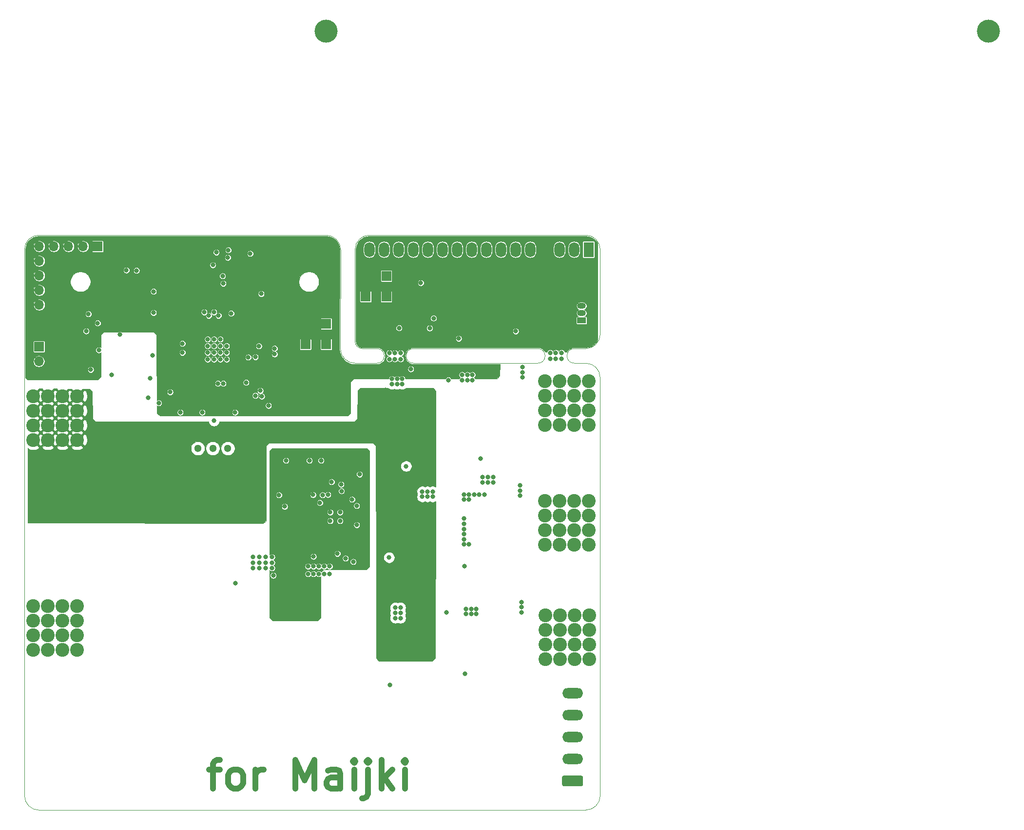
<source format=gbr>
G04 #@! TF.GenerationSoftware,KiCad,Pcbnew,(5.1.5)-3*
G04 #@! TF.CreationDate,2021-01-10T10:04:47+00:00*
G04 #@! TF.ProjectId,Ebike_Controller,4562696b-655f-4436-9f6e-74726f6c6c65,rev?*
G04 #@! TF.SameCoordinates,Original*
G04 #@! TF.FileFunction,Copper,L2,Inr*
G04 #@! TF.FilePolarity,Positive*
%FSLAX46Y46*%
G04 Gerber Fmt 4.6, Leading zero omitted, Abs format (unit mm)*
G04 Created by KiCad (PCBNEW (5.1.5)-3) date 2021-01-10 10:04:47*
%MOMM*%
%LPD*%
G04 APERTURE LIST*
%ADD10C,1.000000*%
%ADD11C,0.050000*%
%ADD12O,1.700000X1.700000*%
%ADD13R,1.700000X1.700000*%
%ADD14C,4.000000*%
%ADD15O,1.800000X2.600000*%
%ADD16R,1.800000X2.600000*%
%ADD17C,2.400000*%
%ADD18C,1.300000*%
%ADD19R,1.500000X1.050000*%
%ADD20O,1.500000X1.050000*%
%ADD21O,3.600000X1.800000*%
%ADD22C,0.150000*%
%ADD23C,0.800000*%
%ADD24C,1.600000*%
%ADD25C,0.100000*%
G04 APERTURE END LIST*
D10*
X80019047Y-151928571D02*
X81923809Y-151928571D01*
X80733333Y-155261904D02*
X80733333Y-150976190D01*
X80971428Y-150500000D01*
X81447619Y-150261904D01*
X81923809Y-150261904D01*
X84304761Y-155261904D02*
X83828571Y-155023809D01*
X83590476Y-154785714D01*
X83352380Y-154309523D01*
X83352380Y-152880952D01*
X83590476Y-152404761D01*
X83828571Y-152166666D01*
X84304761Y-151928571D01*
X85019047Y-151928571D01*
X85495238Y-152166666D01*
X85733333Y-152404761D01*
X85971428Y-152880952D01*
X85971428Y-154309523D01*
X85733333Y-154785714D01*
X85495238Y-155023809D01*
X85019047Y-155261904D01*
X84304761Y-155261904D01*
X88114285Y-155261904D02*
X88114285Y-151928571D01*
X88114285Y-152880952D02*
X88352380Y-152404761D01*
X88590476Y-152166666D01*
X89066666Y-151928571D01*
X89542857Y-151928571D01*
X95019047Y-155261904D02*
X95019047Y-150261904D01*
X96685714Y-153833333D01*
X98352380Y-150261904D01*
X98352380Y-155261904D01*
X102876190Y-155261904D02*
X102876190Y-152642857D01*
X102638095Y-152166666D01*
X102161904Y-151928571D01*
X101209523Y-151928571D01*
X100733333Y-152166666D01*
X102876190Y-155023809D02*
X102400000Y-155261904D01*
X101209523Y-155261904D01*
X100733333Y-155023809D01*
X100495238Y-154547619D01*
X100495238Y-154071428D01*
X100733333Y-153595238D01*
X101209523Y-153357142D01*
X102400000Y-153357142D01*
X102876190Y-153119047D01*
X105257142Y-155261904D02*
X105257142Y-151928571D01*
X105257142Y-150261904D02*
X105019047Y-150500000D01*
X105257142Y-150738095D01*
X105495238Y-150500000D01*
X105257142Y-150261904D01*
X105257142Y-150738095D01*
X107638095Y-151928571D02*
X107638095Y-156214285D01*
X107400000Y-156690476D01*
X106923809Y-156928571D01*
X106685714Y-156928571D01*
X107638095Y-150261904D02*
X107400000Y-150500000D01*
X107638095Y-150738095D01*
X107876190Y-150500000D01*
X107638095Y-150261904D01*
X107638095Y-150738095D01*
X110019047Y-155261904D02*
X110019047Y-150261904D01*
X110495238Y-153357142D02*
X111923809Y-155261904D01*
X111923809Y-151928571D02*
X110019047Y-153833333D01*
X114066666Y-155261904D02*
X114066666Y-151928571D01*
X114066666Y-150261904D02*
X113828571Y-150500000D01*
X114066666Y-150738095D01*
X114304761Y-150500000D01*
X114066666Y-150261904D01*
X114066666Y-150738095D01*
D11*
X102910000Y-61500000D02*
X102870000Y-78740000D01*
X100410000Y-59000000D02*
G75*
G02X102910000Y-61500000I0J-2500000D01*
G01*
X105410000Y-61500000D02*
G75*
G02X107910000Y-59000000I2500000J0D01*
G01*
X145500000Y-59000000D02*
G75*
G02X148000000Y-61500000I0J-2500000D01*
G01*
X148000000Y-76240000D02*
G75*
G02X145500000Y-78740000I-2500000J0D01*
G01*
X145500000Y-81280000D02*
G75*
G02X148000000Y-83780000I0J-2500000D01*
G01*
X148000000Y-156500000D02*
G75*
G02X145500000Y-159000000I-2500000J0D01*
G01*
X50500000Y-159000000D02*
G75*
G02X48000000Y-156500000I0J2500000D01*
G01*
X48000000Y-61500000D02*
G75*
G02X50500000Y-59000000I2500000J0D01*
G01*
X143510000Y-81280000D02*
X145500000Y-81280000D01*
X143510000Y-78740000D02*
X145500000Y-78740000D01*
X143510000Y-81280000D02*
G75*
G02X143510000Y-78740000I0J1270000D01*
G01*
X137160000Y-78740000D02*
G75*
G02X137160000Y-81280000I0J-1270000D01*
G01*
X109220000Y-78740000D02*
G75*
G02X109220000Y-81280000I0J-1270000D01*
G01*
X105410000Y-81280000D02*
X109220000Y-81280000D01*
X106680000Y-78740000D02*
X109220000Y-78740000D01*
X106680000Y-78740000D02*
G75*
G02X105410000Y-77470000I0J1270000D01*
G01*
X105410000Y-81280000D02*
G75*
G02X102870000Y-78740000I0J2540000D01*
G01*
X105410000Y-61500000D02*
X105410000Y-77470000D01*
X107910000Y-59000000D02*
X145500000Y-59000000D01*
X115570000Y-81280000D02*
X137160000Y-81280000D01*
X115570000Y-81280000D02*
G75*
G02X115570000Y-78740000I0J1270000D01*
G01*
X137160000Y-78740000D02*
X115570000Y-78740000D01*
X148000000Y-83780000D02*
X148000000Y-156500000D01*
X148000000Y-61500000D02*
X148000000Y-76240000D01*
X48000000Y-156500000D02*
X48000000Y-61500000D01*
X145500000Y-159000000D02*
X50500000Y-159000000D01*
X50500000Y-59000000D02*
X100410000Y-59000000D01*
D12*
X50500000Y-80940000D03*
D13*
X50500000Y-78400000D03*
D14*
X215400420Y-23499060D03*
X100399380Y-23499060D03*
D15*
X107900000Y-61500000D03*
X110440000Y-61500000D03*
X112980000Y-61500000D03*
X115520000Y-61500000D03*
X118060000Y-61500000D03*
X120600000Y-61500000D03*
X123140000Y-61500000D03*
X125680000Y-61500000D03*
X128220000Y-61500000D03*
X130760000Y-61500000D03*
X133300000Y-61500000D03*
X135840000Y-61500000D03*
X138380000Y-61500000D03*
X140920000Y-61500000D03*
X143460000Y-61500000D03*
D16*
X146000000Y-61500000D03*
D13*
X110850000Y-69700000D03*
X107250000Y-69700000D03*
X110850000Y-66100000D03*
X107250000Y-66100000D03*
X100408000Y-74422000D03*
X96800000Y-74422000D03*
D17*
X49500000Y-126020000D03*
X49500000Y-123480000D03*
X49500000Y-128560000D03*
X49500000Y-131100000D03*
X52040000Y-126020000D03*
X52040000Y-123480000D03*
X52040000Y-128560000D03*
X52040000Y-131100000D03*
X54580000Y-126020000D03*
X54580000Y-123480000D03*
X54580000Y-128560000D03*
X54580000Y-131100000D03*
X57120000Y-131100000D03*
X57120000Y-128560000D03*
X57120000Y-126020000D03*
X57120000Y-123480000D03*
X57120000Y-123480000D03*
D18*
X83300000Y-96100000D03*
X80700000Y-96100000D03*
X78100000Y-96100000D03*
D17*
X146040000Y-110318000D03*
X146040000Y-112858000D03*
X146040000Y-107778000D03*
X146040000Y-105238000D03*
X143500000Y-110318000D03*
X143500000Y-112858000D03*
X143500000Y-107778000D03*
X143500000Y-105238000D03*
X140960000Y-110318000D03*
X140960000Y-112858000D03*
X140960000Y-107778000D03*
X140960000Y-105238000D03*
X138420000Y-105238000D03*
X138420000Y-107778000D03*
X138420000Y-110318000D03*
X138420000Y-112858000D03*
X138420000Y-112858000D03*
X146125500Y-130196500D03*
X146125500Y-132736500D03*
X146125500Y-127656500D03*
X146125500Y-125116500D03*
X143585500Y-130196500D03*
X143585500Y-132736500D03*
X143585500Y-127656500D03*
X143585500Y-125116500D03*
X141045500Y-130196500D03*
X141045500Y-132736500D03*
X141045500Y-127656500D03*
X141045500Y-125116500D03*
X138505500Y-125116500D03*
X138505500Y-127656500D03*
X138505500Y-130196500D03*
X138505500Y-132736500D03*
X138505500Y-132736500D03*
D13*
X100400000Y-78000000D03*
X96800000Y-78000000D03*
D17*
X49520000Y-89540000D03*
X49520000Y-87000000D03*
X49520000Y-92080000D03*
X49520000Y-94620000D03*
X52060000Y-89540000D03*
X52060000Y-87000000D03*
X52060000Y-92080000D03*
X52060000Y-94620000D03*
X54600000Y-89540000D03*
X54600000Y-87000000D03*
X54600000Y-92080000D03*
X54600000Y-94620000D03*
X57140000Y-94620000D03*
X57140000Y-92080000D03*
X57140000Y-89540000D03*
X57140000Y-87000000D03*
X57140000Y-87000000D03*
D19*
X144750000Y-73850000D03*
D20*
X144750000Y-71310000D03*
X144750000Y-72580000D03*
D17*
X146056500Y-89469500D03*
X146056500Y-92009500D03*
X146056500Y-86929500D03*
X146056500Y-84389500D03*
X143516500Y-89469500D03*
X143516500Y-92009500D03*
X143516500Y-86929500D03*
X143516500Y-84389500D03*
X140976500Y-89469500D03*
X140976500Y-92009500D03*
X140976500Y-86929500D03*
X140976500Y-84389500D03*
X138436500Y-84389500D03*
X138436500Y-86929500D03*
X138436500Y-89469500D03*
X138436500Y-92009500D03*
X138436500Y-92009500D03*
D21*
X143200000Y-138680000D03*
X143200000Y-142490000D03*
X143200000Y-146300000D03*
X143200000Y-150110000D03*
G04 #@! TA.AperFunction,ViaPad*
D22*
G36*
X144774504Y-153021204D02*
G01*
X144798773Y-153024804D01*
X144822571Y-153030765D01*
X144845671Y-153039030D01*
X144867849Y-153049520D01*
X144888893Y-153062133D01*
X144908598Y-153076747D01*
X144926777Y-153093223D01*
X144943253Y-153111402D01*
X144957867Y-153131107D01*
X144970480Y-153152151D01*
X144980970Y-153174329D01*
X144989235Y-153197429D01*
X144995196Y-153221227D01*
X144998796Y-153245496D01*
X145000000Y-153270000D01*
X145000000Y-154570000D01*
X144998796Y-154594504D01*
X144995196Y-154618773D01*
X144989235Y-154642571D01*
X144980970Y-154665671D01*
X144970480Y-154687849D01*
X144957867Y-154708893D01*
X144943253Y-154728598D01*
X144926777Y-154746777D01*
X144908598Y-154763253D01*
X144888893Y-154777867D01*
X144867849Y-154790480D01*
X144845671Y-154800970D01*
X144822571Y-154809235D01*
X144798773Y-154815196D01*
X144774504Y-154818796D01*
X144750000Y-154820000D01*
X141650000Y-154820000D01*
X141625496Y-154818796D01*
X141601227Y-154815196D01*
X141577429Y-154809235D01*
X141554329Y-154800970D01*
X141532151Y-154790480D01*
X141511107Y-154777867D01*
X141491402Y-154763253D01*
X141473223Y-154746777D01*
X141456747Y-154728598D01*
X141442133Y-154708893D01*
X141429520Y-154687849D01*
X141419030Y-154665671D01*
X141410765Y-154642571D01*
X141404804Y-154618773D01*
X141401204Y-154594504D01*
X141400000Y-154570000D01*
X141400000Y-153270000D01*
X141401204Y-153245496D01*
X141404804Y-153221227D01*
X141410765Y-153197429D01*
X141419030Y-153174329D01*
X141429520Y-153152151D01*
X141442133Y-153131107D01*
X141456747Y-153111402D01*
X141473223Y-153093223D01*
X141491402Y-153076747D01*
X141511107Y-153062133D01*
X141532151Y-153049520D01*
X141554329Y-153039030D01*
X141577429Y-153030765D01*
X141601227Y-153024804D01*
X141625496Y-153021204D01*
X141650000Y-153020000D01*
X144750000Y-153020000D01*
X144774504Y-153021204D01*
G37*
G04 #@! TD.AperFunction*
D12*
X50540000Y-60956000D03*
X53080000Y-60956000D03*
X55620000Y-60956000D03*
X58160000Y-60956000D03*
D13*
X60700000Y-60956000D03*
D12*
X50540000Y-60956000D03*
X50540000Y-63496000D03*
X50540000Y-66036000D03*
X50540000Y-68576000D03*
X50540000Y-71116000D03*
D13*
X50540000Y-73656000D03*
D23*
X111350000Y-79500000D03*
X111350000Y-80550000D03*
X113350000Y-80550000D03*
X113350000Y-79500000D03*
X112350000Y-80550000D03*
X112350000Y-79500000D03*
X139300000Y-79450000D03*
X140300000Y-80500000D03*
X141300000Y-80500000D03*
X140300000Y-79450000D03*
X139300000Y-80500000D03*
X141300000Y-79450000D03*
X112400000Y-125600000D03*
X112400000Y-124700000D03*
X113300000Y-124700000D03*
X113300000Y-123800000D03*
X112400000Y-123800000D03*
X113300000Y-125600000D03*
X117100000Y-104500000D03*
X118000000Y-104500000D03*
X118900000Y-104500000D03*
X117100000Y-103600000D03*
X118000000Y-103600000D03*
X118900000Y-103600000D03*
X113600000Y-84900000D03*
X111800000Y-84000000D03*
X111800000Y-84900000D03*
X113600000Y-84000000D03*
X112700000Y-84000000D03*
X112700000Y-84900000D03*
X126500000Y-124000000D03*
X125600000Y-124000000D03*
X124700000Y-124000000D03*
X126500000Y-124900000D03*
X125600000Y-124900000D03*
X124700000Y-124900000D03*
X129400000Y-102000000D03*
X127600000Y-101100000D03*
X127600000Y-102000000D03*
X129400000Y-101100000D03*
X128500000Y-101100000D03*
X128500000Y-102000000D03*
X126100000Y-104100000D03*
X127000000Y-104100000D03*
X124300000Y-105000000D03*
X125200000Y-105000000D03*
X124300000Y-109200000D03*
X124300000Y-108300000D03*
X124300000Y-111000000D03*
X124300000Y-110100000D03*
X124300000Y-112800000D03*
X124300000Y-111900000D03*
X127900000Y-104100000D03*
X125200000Y-112800000D03*
X125200000Y-104100000D03*
X98199500Y-116612500D03*
X97247000Y-116612500D03*
X98199500Y-117912500D03*
X97247000Y-117912500D03*
X100999500Y-117912500D03*
X99094500Y-117912500D03*
X100047000Y-117912500D03*
X99094500Y-116612500D03*
X100999500Y-116612500D03*
X100047000Y-116612500D03*
X89887500Y-114994500D03*
X89887500Y-116899500D03*
X89887500Y-115947000D03*
X90987500Y-114994500D03*
X90987500Y-116899500D03*
X90987500Y-115947000D03*
X88787500Y-114994500D03*
X88787500Y-116899500D03*
X88787500Y-115947000D03*
X87687500Y-116899500D03*
X87687500Y-114994500D03*
X102800000Y-108700000D03*
X101100000Y-108700000D03*
X102800000Y-107200000D03*
X101100000Y-107200000D03*
X87687500Y-115947000D03*
X124300000Y-104100000D03*
X124000000Y-83300000D03*
X124000000Y-84200000D03*
X124900000Y-83300000D03*
X124900000Y-84200000D03*
X125800000Y-83300000D03*
X125800000Y-84200000D03*
X88700000Y-78300000D03*
X69500000Y-87300000D03*
X92017647Y-96700000D03*
X92935294Y-96700000D03*
X94770588Y-96700000D03*
X95688235Y-96700000D03*
X93852941Y-96700000D03*
X97523529Y-96700000D03*
X98441176Y-96700000D03*
X96605882Y-96700000D03*
X100276470Y-96700000D03*
X101194117Y-96700000D03*
X99358823Y-96700000D03*
X103029411Y-96700000D03*
X103947058Y-96700000D03*
X102111764Y-96700000D03*
X105782352Y-96700000D03*
X106700000Y-96700000D03*
X104864705Y-96700000D03*
X92117647Y-90000000D03*
X104047058Y-90000000D03*
X96705882Y-90000000D03*
X103129411Y-90000000D03*
X97623529Y-90000000D03*
X94870588Y-90000000D03*
X99458823Y-90000000D03*
X100376470Y-90000000D03*
X101294117Y-90000000D03*
X102211764Y-90000000D03*
X93952941Y-90000000D03*
X98541176Y-90000000D03*
X93035294Y-90000000D03*
X95788235Y-90000000D03*
X91200000Y-90000000D03*
X92386500Y-124964000D03*
X93275500Y-124964000D03*
X95053500Y-124964000D03*
X91497500Y-124964000D03*
X94164500Y-124964000D03*
X91497500Y-124075000D03*
X92386500Y-124075000D03*
X93275500Y-124075000D03*
X94164500Y-124075000D03*
X95053500Y-124075000D03*
X76956000Y-89824000D03*
X80766000Y-89824000D03*
X86481000Y-89824000D03*
X78400000Y-78637600D03*
X78500000Y-81400000D03*
X84100000Y-76600000D03*
X76052000Y-73348000D03*
X91100000Y-96700000D03*
X116480000Y-70970000D03*
X116850000Y-68600000D03*
X87400000Y-66100000D03*
X82100000Y-61500000D03*
X99752500Y-104199500D03*
X82500000Y-67412200D03*
X89210000Y-87040000D03*
X83900000Y-72600000D03*
X100705000Y-104136000D03*
X88960000Y-86050000D03*
X101340000Y-101913500D03*
X90380000Y-88640000D03*
X86490000Y-84620000D03*
X75435100Y-79437600D03*
X67447000Y-65147000D03*
X81600000Y-84800000D03*
X86862400Y-80237600D03*
X71300000Y-88200000D03*
X60900000Y-79000000D03*
X110880000Y-108170500D03*
X110880000Y-106170500D03*
X110880000Y-107170500D03*
X110880000Y-109670500D03*
X110880000Y-111670500D03*
X110680000Y-87920500D03*
X110680000Y-85920500D03*
X110680000Y-86920500D03*
X110680000Y-89420500D03*
X110680000Y-91420500D03*
X110680000Y-90420500D03*
X110731500Y-126793500D03*
X110731500Y-127793500D03*
X110731500Y-128793500D03*
X110731500Y-130293500D03*
X110731500Y-131293500D03*
X110731500Y-132293500D03*
X87555000Y-99950500D03*
X87555000Y-101220500D03*
X87555000Y-102490500D03*
D24*
X74396500Y-92535000D03*
X74396500Y-94821000D03*
X74396500Y-97107000D03*
D23*
X110880000Y-110670500D03*
X82500000Y-84800000D03*
X98200000Y-114900000D03*
X93200000Y-106200000D03*
X75432000Y-77847000D03*
X64600000Y-76300000D03*
X58700000Y-75700000D03*
X123426000Y-76980000D03*
X121279000Y-124583000D03*
X105086500Y-115800000D03*
X121600000Y-84200000D03*
X106200000Y-100600000D03*
X83300000Y-62900000D03*
X81300000Y-62000000D03*
X134487000Y-82863500D03*
X134487000Y-83752500D03*
X134487000Y-81974500D03*
X134360000Y-123694000D03*
X134360000Y-124583000D03*
X134360000Y-122805000D03*
X134106000Y-104326500D03*
X134106000Y-103437500D03*
X134106000Y-102548500D03*
X82400000Y-66100000D03*
X115100000Y-82300000D03*
X91200000Y-118200000D03*
X105700000Y-109400000D03*
X99310000Y-105540000D03*
X88100000Y-86900000D03*
X98130000Y-104170000D03*
X88100000Y-80200000D03*
X111500000Y-137219500D03*
X102356000Y-114400000D03*
X124517500Y-135251000D03*
X103753000Y-115200000D03*
X124400000Y-116600000D03*
X104900000Y-104965500D03*
X111330000Y-115070000D03*
X105700000Y-106070000D03*
X102991000Y-102358000D03*
X127248000Y-97849500D03*
X114294000Y-99183000D03*
X103054500Y-103501000D03*
X93402500Y-98201500D03*
X97466500Y-98201500D03*
X99498500Y-98201500D03*
X133332000Y-75710000D03*
X116840000Y-67310000D03*
X113050000Y-75150000D03*
X118375000Y-75175000D03*
X92200000Y-104200000D03*
X84600000Y-119500000D03*
X89100000Y-69200000D03*
X87200000Y-62200000D03*
X59100000Y-72700000D03*
X69800000Y-83900000D03*
X60700000Y-74300000D03*
X73300000Y-86300000D03*
X79800000Y-78266666D03*
X79800000Y-79433332D03*
X79800000Y-80600000D03*
X80900000Y-80600000D03*
X80900000Y-78266666D03*
X80900000Y-79433332D03*
X80900000Y-77100000D03*
X82000000Y-80600000D03*
X82000000Y-78266666D03*
X82000000Y-79433332D03*
X82000000Y-77100000D03*
X83100000Y-80600000D03*
X83100000Y-78266666D03*
X83100000Y-79433332D03*
X79800000Y-77100000D03*
X63121000Y-83279000D03*
X70221000Y-79879000D03*
X65700000Y-65100000D03*
X75051000Y-89824000D03*
X78861000Y-89824000D03*
X84576000Y-89824000D03*
X70400000Y-72500000D03*
X70400000Y-68800000D03*
X80700000Y-64200000D03*
X83400000Y-61600000D03*
X79200000Y-72400000D03*
X81700000Y-73000000D03*
X80900000Y-72400000D03*
X80000000Y-73000000D03*
X91440000Y-78700000D03*
X119050000Y-73450000D03*
X91440000Y-79700000D03*
X80900000Y-91300000D03*
X59500000Y-82400000D03*
D25*
G36*
X111111272Y-85566088D02*
G01*
X111189311Y-85644127D01*
X111346217Y-85748968D01*
X111520562Y-85821184D01*
X111705645Y-85858000D01*
X111894355Y-85858000D01*
X112079438Y-85821184D01*
X112250000Y-85750535D01*
X112420562Y-85821184D01*
X112605645Y-85858000D01*
X112794355Y-85858000D01*
X112979438Y-85821184D01*
X113150000Y-85750535D01*
X113320562Y-85821184D01*
X113505645Y-85858000D01*
X113694355Y-85858000D01*
X113879438Y-85821184D01*
X114053783Y-85748968D01*
X114210689Y-85644127D01*
X114279133Y-85575683D01*
X118980154Y-85589923D01*
X119449894Y-86062090D01*
X119414366Y-102791512D01*
X119353783Y-102751032D01*
X119179438Y-102678816D01*
X118994355Y-102642000D01*
X118805645Y-102642000D01*
X118620562Y-102678816D01*
X118450000Y-102749465D01*
X118279438Y-102678816D01*
X118094355Y-102642000D01*
X117905645Y-102642000D01*
X117720562Y-102678816D01*
X117550000Y-102749465D01*
X117379438Y-102678816D01*
X117194355Y-102642000D01*
X117005645Y-102642000D01*
X116820562Y-102678816D01*
X116646217Y-102751032D01*
X116489311Y-102855873D01*
X116355873Y-102989311D01*
X116251032Y-103146217D01*
X116178816Y-103320562D01*
X116142000Y-103505645D01*
X116142000Y-103694355D01*
X116178816Y-103879438D01*
X116249465Y-104050000D01*
X116178816Y-104220562D01*
X116142000Y-104405645D01*
X116142000Y-104594355D01*
X116178816Y-104779438D01*
X116251032Y-104953783D01*
X116355873Y-105110689D01*
X116489311Y-105244127D01*
X116646217Y-105348968D01*
X116820562Y-105421184D01*
X117005645Y-105458000D01*
X117194355Y-105458000D01*
X117379438Y-105421184D01*
X117550000Y-105350535D01*
X117720562Y-105421184D01*
X117905645Y-105458000D01*
X118094355Y-105458000D01*
X118279438Y-105421184D01*
X118450000Y-105350535D01*
X118620562Y-105421184D01*
X118805645Y-105458000D01*
X118994355Y-105458000D01*
X119179438Y-105421184D01*
X119353783Y-105348968D01*
X119409013Y-105312065D01*
X119351106Y-132579236D01*
X118879271Y-133050744D01*
X109544847Y-133064076D01*
X109073865Y-132594066D01*
X109068193Y-123705645D01*
X111442000Y-123705645D01*
X111442000Y-123894355D01*
X111478816Y-124079438D01*
X111549465Y-124250000D01*
X111478816Y-124420562D01*
X111442000Y-124605645D01*
X111442000Y-124794355D01*
X111478816Y-124979438D01*
X111549465Y-125150000D01*
X111478816Y-125320562D01*
X111442000Y-125505645D01*
X111442000Y-125694355D01*
X111478816Y-125879438D01*
X111551032Y-126053783D01*
X111655873Y-126210689D01*
X111789311Y-126344127D01*
X111946217Y-126448968D01*
X112120562Y-126521184D01*
X112305645Y-126558000D01*
X112494355Y-126558000D01*
X112679438Y-126521184D01*
X112850000Y-126450535D01*
X113020562Y-126521184D01*
X113205645Y-126558000D01*
X113394355Y-126558000D01*
X113579438Y-126521184D01*
X113753783Y-126448968D01*
X113910689Y-126344127D01*
X114044127Y-126210689D01*
X114148968Y-126053783D01*
X114221184Y-125879438D01*
X114258000Y-125694355D01*
X114258000Y-125505645D01*
X114221184Y-125320562D01*
X114150535Y-125150000D01*
X114221184Y-124979438D01*
X114258000Y-124794355D01*
X114258000Y-124605645D01*
X114221184Y-124420562D01*
X114150535Y-124250000D01*
X114221184Y-124079438D01*
X114258000Y-123894355D01*
X114258000Y-123705645D01*
X114221184Y-123520562D01*
X114148968Y-123346217D01*
X114044127Y-123189311D01*
X113910689Y-123055873D01*
X113753783Y-122951032D01*
X113579438Y-122878816D01*
X113394355Y-122842000D01*
X113205645Y-122842000D01*
X113020562Y-122878816D01*
X112850000Y-122949465D01*
X112679438Y-122878816D01*
X112494355Y-122842000D01*
X112305645Y-122842000D01*
X112120562Y-122878816D01*
X111946217Y-122951032D01*
X111789311Y-123055873D01*
X111655873Y-123189311D01*
X111551032Y-123346217D01*
X111478816Y-123520562D01*
X111442000Y-123705645D01*
X109068193Y-123705645D01*
X109062621Y-114975645D01*
X110372000Y-114975645D01*
X110372000Y-115164355D01*
X110408816Y-115349438D01*
X110481032Y-115523783D01*
X110585873Y-115680689D01*
X110719311Y-115814127D01*
X110876217Y-115918968D01*
X111050562Y-115991184D01*
X111235645Y-116028000D01*
X111424355Y-116028000D01*
X111609438Y-115991184D01*
X111783783Y-115918968D01*
X111940689Y-115814127D01*
X112074127Y-115680689D01*
X112178968Y-115523783D01*
X112251184Y-115349438D01*
X112288000Y-115164355D01*
X112288000Y-114975645D01*
X112251184Y-114790562D01*
X112178968Y-114616217D01*
X112074127Y-114459311D01*
X111940689Y-114325873D01*
X111783783Y-114221032D01*
X111609438Y-114148816D01*
X111424355Y-114112000D01*
X111235645Y-114112000D01*
X111050562Y-114148816D01*
X110876217Y-114221032D01*
X110719311Y-114325873D01*
X110585873Y-114459311D01*
X110481032Y-114616217D01*
X110408816Y-114790562D01*
X110372000Y-114975645D01*
X109062621Y-114975645D01*
X109052482Y-99088645D01*
X113336000Y-99088645D01*
X113336000Y-99277355D01*
X113372816Y-99462438D01*
X113445032Y-99636783D01*
X113549873Y-99793689D01*
X113683311Y-99927127D01*
X113840217Y-100031968D01*
X114014562Y-100104184D01*
X114199645Y-100141000D01*
X114388355Y-100141000D01*
X114573438Y-100104184D01*
X114747783Y-100031968D01*
X114904689Y-99927127D01*
X115038127Y-99793689D01*
X115142968Y-99636783D01*
X115215184Y-99462438D01*
X115252000Y-99277355D01*
X115252000Y-99088645D01*
X115215184Y-98903562D01*
X115142968Y-98729217D01*
X115038127Y-98572311D01*
X114904689Y-98438873D01*
X114747783Y-98334032D01*
X114573438Y-98261816D01*
X114388355Y-98225000D01*
X114199645Y-98225000D01*
X114014562Y-98261816D01*
X113840217Y-98334032D01*
X113683311Y-98438873D01*
X113549873Y-98572311D01*
X113445032Y-98729217D01*
X113372816Y-98903562D01*
X113336000Y-99088645D01*
X109052482Y-99088645D01*
X109050319Y-95699968D01*
X109049352Y-95690214D01*
X109046501Y-95680836D01*
X109041875Y-95672195D01*
X109035653Y-95664623D01*
X108535334Y-95164903D01*
X108527754Y-95158690D01*
X108519106Y-95154075D01*
X108509725Y-95151235D01*
X108499972Y-95150280D01*
X90515366Y-95160360D01*
X90505612Y-95161326D01*
X90496234Y-95164177D01*
X90487592Y-95168802D01*
X90480049Y-95174995D01*
X89979489Y-95675275D01*
X89973268Y-95682850D01*
X89968645Y-95691493D01*
X89965797Y-95700872D01*
X89964834Y-95710584D01*
X89950296Y-108694414D01*
X89479162Y-109163173D01*
X48583000Y-109002293D01*
X48583000Y-96022348D01*
X48653661Y-96159480D01*
X48970644Y-96298913D01*
X49308740Y-96373828D01*
X49654954Y-96381344D01*
X49995982Y-96321172D01*
X50318718Y-96195625D01*
X50386339Y-96159480D01*
X50517138Y-95905638D01*
X51062862Y-95905638D01*
X51193661Y-96159480D01*
X51510644Y-96298913D01*
X51848740Y-96373828D01*
X52194954Y-96381344D01*
X52535982Y-96321172D01*
X52858718Y-96195625D01*
X52926339Y-96159480D01*
X53057138Y-95905638D01*
X53602862Y-95905638D01*
X53733661Y-96159480D01*
X54050644Y-96298913D01*
X54388740Y-96373828D01*
X54734954Y-96381344D01*
X55075982Y-96321172D01*
X55398718Y-96195625D01*
X55466339Y-96159480D01*
X55597138Y-95905638D01*
X56142862Y-95905638D01*
X56273661Y-96159480D01*
X56590644Y-96298913D01*
X56928740Y-96373828D01*
X57274954Y-96381344D01*
X57615982Y-96321172D01*
X57938718Y-96195625D01*
X58006339Y-96159480D01*
X58098294Y-95981022D01*
X76892000Y-95981022D01*
X76892000Y-96218978D01*
X76938423Y-96452361D01*
X77029484Y-96672203D01*
X77161685Y-96870055D01*
X77329945Y-97038315D01*
X77527797Y-97170516D01*
X77747639Y-97261577D01*
X77981022Y-97308000D01*
X78218978Y-97308000D01*
X78452361Y-97261577D01*
X78672203Y-97170516D01*
X78870055Y-97038315D01*
X79038315Y-96870055D01*
X79170516Y-96672203D01*
X79261577Y-96452361D01*
X79308000Y-96218978D01*
X79308000Y-95981022D01*
X79492000Y-95981022D01*
X79492000Y-96218978D01*
X79538423Y-96452361D01*
X79629484Y-96672203D01*
X79761685Y-96870055D01*
X79929945Y-97038315D01*
X80127797Y-97170516D01*
X80347639Y-97261577D01*
X80581022Y-97308000D01*
X80818978Y-97308000D01*
X81052361Y-97261577D01*
X81272203Y-97170516D01*
X81470055Y-97038315D01*
X81638315Y-96870055D01*
X81770516Y-96672203D01*
X81861577Y-96452361D01*
X81908000Y-96218978D01*
X81908000Y-95981022D01*
X82092000Y-95981022D01*
X82092000Y-96218978D01*
X82138423Y-96452361D01*
X82229484Y-96672203D01*
X82361685Y-96870055D01*
X82529945Y-97038315D01*
X82727797Y-97170516D01*
X82947639Y-97261577D01*
X83181022Y-97308000D01*
X83418978Y-97308000D01*
X83652361Y-97261577D01*
X83872203Y-97170516D01*
X84070055Y-97038315D01*
X84238315Y-96870055D01*
X84370516Y-96672203D01*
X84461577Y-96452361D01*
X84508000Y-96218978D01*
X84508000Y-95981022D01*
X84461577Y-95747639D01*
X84370516Y-95527797D01*
X84238315Y-95329945D01*
X84070055Y-95161685D01*
X83872203Y-95029484D01*
X83652361Y-94938423D01*
X83418978Y-94892000D01*
X83181022Y-94892000D01*
X82947639Y-94938423D01*
X82727797Y-95029484D01*
X82529945Y-95161685D01*
X82361685Y-95329945D01*
X82229484Y-95527797D01*
X82138423Y-95747639D01*
X82092000Y-95981022D01*
X81908000Y-95981022D01*
X81861577Y-95747639D01*
X81770516Y-95527797D01*
X81638315Y-95329945D01*
X81470055Y-95161685D01*
X81272203Y-95029484D01*
X81052361Y-94938423D01*
X80818978Y-94892000D01*
X80581022Y-94892000D01*
X80347639Y-94938423D01*
X80127797Y-95029484D01*
X79929945Y-95161685D01*
X79761685Y-95329945D01*
X79629484Y-95527797D01*
X79538423Y-95747639D01*
X79492000Y-95981022D01*
X79308000Y-95981022D01*
X79261577Y-95747639D01*
X79170516Y-95527797D01*
X79038315Y-95329945D01*
X78870055Y-95161685D01*
X78672203Y-95029484D01*
X78452361Y-94938423D01*
X78218978Y-94892000D01*
X77981022Y-94892000D01*
X77747639Y-94938423D01*
X77527797Y-95029484D01*
X77329945Y-95161685D01*
X77161685Y-95329945D01*
X77029484Y-95527797D01*
X76938423Y-95747639D01*
X76892000Y-95981022D01*
X58098294Y-95981022D01*
X58137138Y-95905638D01*
X57140000Y-94908500D01*
X56142862Y-95905638D01*
X55597138Y-95905638D01*
X54600000Y-94908500D01*
X53602862Y-95905638D01*
X53057138Y-95905638D01*
X52060000Y-94908500D01*
X51062862Y-95905638D01*
X50517138Y-95905638D01*
X49520000Y-94908500D01*
X49505858Y-94922642D01*
X49217358Y-94634142D01*
X49231500Y-94620000D01*
X49808500Y-94620000D01*
X50406163Y-95217663D01*
X50484375Y-95418718D01*
X50520520Y-95486339D01*
X50774362Y-95617138D01*
X50790000Y-95601500D01*
X50805638Y-95617138D01*
X51059480Y-95486339D01*
X51180669Y-95210831D01*
X51771500Y-94620000D01*
X52348500Y-94620000D01*
X52946163Y-95217663D01*
X53024375Y-95418718D01*
X53060520Y-95486339D01*
X53314362Y-95617138D01*
X53330000Y-95601500D01*
X53345638Y-95617138D01*
X53599480Y-95486339D01*
X53720669Y-95210831D01*
X54311500Y-94620000D01*
X54888500Y-94620000D01*
X55486163Y-95217663D01*
X55564375Y-95418718D01*
X55600520Y-95486339D01*
X55854362Y-95617138D01*
X55870000Y-95601500D01*
X55885638Y-95617138D01*
X56139480Y-95486339D01*
X56260669Y-95210831D01*
X56851500Y-94620000D01*
X57428500Y-94620000D01*
X58425638Y-95617138D01*
X58679480Y-95486339D01*
X58818913Y-95169356D01*
X58893828Y-94831260D01*
X58901344Y-94485046D01*
X58841172Y-94144018D01*
X58715625Y-93821282D01*
X58679480Y-93753661D01*
X58425638Y-93622862D01*
X57428500Y-94620000D01*
X56851500Y-94620000D01*
X56253837Y-94022337D01*
X56175625Y-93821282D01*
X56139480Y-93753661D01*
X55885638Y-93622862D01*
X55870000Y-93638500D01*
X55854362Y-93622862D01*
X55600520Y-93753661D01*
X55479331Y-94029169D01*
X54888500Y-94620000D01*
X54311500Y-94620000D01*
X53713837Y-94022337D01*
X53635625Y-93821282D01*
X53599480Y-93753661D01*
X53345638Y-93622862D01*
X53330000Y-93638500D01*
X53314362Y-93622862D01*
X53060520Y-93753661D01*
X52939331Y-94029169D01*
X52348500Y-94620000D01*
X51771500Y-94620000D01*
X51173837Y-94022337D01*
X51095625Y-93821282D01*
X51059480Y-93753661D01*
X50805638Y-93622862D01*
X50790000Y-93638500D01*
X50774362Y-93622862D01*
X50520520Y-93753661D01*
X50399331Y-94029169D01*
X49808500Y-94620000D01*
X49231500Y-94620000D01*
X49217358Y-94605858D01*
X49505858Y-94317358D01*
X49520000Y-94331500D01*
X50117663Y-93733837D01*
X50318718Y-93655625D01*
X50386339Y-93619480D01*
X50517138Y-93365638D01*
X50501500Y-93350000D01*
X50517138Y-93334362D01*
X51062862Y-93334362D01*
X51078500Y-93350000D01*
X51062862Y-93365638D01*
X51193661Y-93619480D01*
X51469169Y-93740669D01*
X52060000Y-94331500D01*
X52657663Y-93733837D01*
X52858718Y-93655625D01*
X52926339Y-93619480D01*
X53057138Y-93365638D01*
X53041500Y-93350000D01*
X53057138Y-93334362D01*
X53602862Y-93334362D01*
X53618500Y-93350000D01*
X53602862Y-93365638D01*
X53733661Y-93619480D01*
X54009169Y-93740669D01*
X54600000Y-94331500D01*
X55197663Y-93733837D01*
X55398718Y-93655625D01*
X55466339Y-93619480D01*
X55597138Y-93365638D01*
X55581500Y-93350000D01*
X55597138Y-93334362D01*
X56142862Y-93334362D01*
X56158500Y-93350000D01*
X56142862Y-93365638D01*
X56273661Y-93619480D01*
X56549169Y-93740669D01*
X57140000Y-94331500D01*
X57737663Y-93733837D01*
X57938718Y-93655625D01*
X58006339Y-93619480D01*
X58137138Y-93365638D01*
X58121500Y-93350000D01*
X58137138Y-93334362D01*
X58006339Y-93080520D01*
X57730831Y-92959331D01*
X57140000Y-92368500D01*
X56542337Y-92966163D01*
X56341282Y-93044375D01*
X56273661Y-93080520D01*
X56142862Y-93334362D01*
X55597138Y-93334362D01*
X55466339Y-93080520D01*
X55190831Y-92959331D01*
X54600000Y-92368500D01*
X54002337Y-92966163D01*
X53801282Y-93044375D01*
X53733661Y-93080520D01*
X53602862Y-93334362D01*
X53057138Y-93334362D01*
X52926339Y-93080520D01*
X52650831Y-92959331D01*
X52060000Y-92368500D01*
X51462337Y-92966163D01*
X51261282Y-93044375D01*
X51193661Y-93080520D01*
X51062862Y-93334362D01*
X50517138Y-93334362D01*
X50386339Y-93080520D01*
X50110831Y-92959331D01*
X49520000Y-92368500D01*
X49505858Y-92382642D01*
X49217358Y-92094142D01*
X49231500Y-92080000D01*
X49808500Y-92080000D01*
X50406163Y-92677663D01*
X50484375Y-92878718D01*
X50520520Y-92946339D01*
X50774362Y-93077138D01*
X50790000Y-93061500D01*
X50805638Y-93077138D01*
X51059480Y-92946339D01*
X51180669Y-92670831D01*
X51771500Y-92080000D01*
X52348500Y-92080000D01*
X52946163Y-92677663D01*
X53024375Y-92878718D01*
X53060520Y-92946339D01*
X53314362Y-93077138D01*
X53330000Y-93061500D01*
X53345638Y-93077138D01*
X53599480Y-92946339D01*
X53720669Y-92670831D01*
X54311500Y-92080000D01*
X54888500Y-92080000D01*
X55486163Y-92677663D01*
X55564375Y-92878718D01*
X55600520Y-92946339D01*
X55854362Y-93077138D01*
X55870000Y-93061500D01*
X55885638Y-93077138D01*
X56139480Y-92946339D01*
X56260669Y-92670831D01*
X56851500Y-92080000D01*
X57428500Y-92080000D01*
X58425638Y-93077138D01*
X58679480Y-92946339D01*
X58818913Y-92629356D01*
X58893828Y-92291260D01*
X58901344Y-91945046D01*
X58841172Y-91604018D01*
X58715625Y-91281282D01*
X58679480Y-91213661D01*
X58425638Y-91082862D01*
X57428500Y-92080000D01*
X56851500Y-92080000D01*
X56253837Y-91482337D01*
X56175625Y-91281282D01*
X56139480Y-91213661D01*
X55885638Y-91082862D01*
X55870000Y-91098500D01*
X55854362Y-91082862D01*
X55600520Y-91213661D01*
X55479331Y-91489169D01*
X54888500Y-92080000D01*
X54311500Y-92080000D01*
X53713837Y-91482337D01*
X53635625Y-91281282D01*
X53599480Y-91213661D01*
X53345638Y-91082862D01*
X53330000Y-91098500D01*
X53314362Y-91082862D01*
X53060520Y-91213661D01*
X52939331Y-91489169D01*
X52348500Y-92080000D01*
X51771500Y-92080000D01*
X51173837Y-91482337D01*
X51095625Y-91281282D01*
X51059480Y-91213661D01*
X50805638Y-91082862D01*
X50790000Y-91098500D01*
X50774362Y-91082862D01*
X50520520Y-91213661D01*
X50399331Y-91489169D01*
X49808500Y-92080000D01*
X49231500Y-92080000D01*
X49217358Y-92065858D01*
X49505858Y-91777358D01*
X49520000Y-91791500D01*
X50117663Y-91193837D01*
X50318718Y-91115625D01*
X50386339Y-91079480D01*
X50517138Y-90825638D01*
X50501500Y-90810000D01*
X50517138Y-90794362D01*
X51062862Y-90794362D01*
X51078500Y-90810000D01*
X51062862Y-90825638D01*
X51193661Y-91079480D01*
X51469169Y-91200669D01*
X52060000Y-91791500D01*
X52657663Y-91193837D01*
X52858718Y-91115625D01*
X52926339Y-91079480D01*
X53057138Y-90825638D01*
X53041500Y-90810000D01*
X53057138Y-90794362D01*
X53602862Y-90794362D01*
X53618500Y-90810000D01*
X53602862Y-90825638D01*
X53733661Y-91079480D01*
X54009169Y-91200669D01*
X54600000Y-91791500D01*
X55197663Y-91193837D01*
X55398718Y-91115625D01*
X55466339Y-91079480D01*
X55597138Y-90825638D01*
X55581500Y-90810000D01*
X55597138Y-90794362D01*
X56142862Y-90794362D01*
X56158500Y-90810000D01*
X56142862Y-90825638D01*
X56273661Y-91079480D01*
X56549169Y-91200669D01*
X57140000Y-91791500D01*
X57737663Y-91193837D01*
X57938718Y-91115625D01*
X58006339Y-91079480D01*
X58137138Y-90825638D01*
X58121500Y-90810000D01*
X58137138Y-90794362D01*
X58006339Y-90540520D01*
X57730831Y-90419331D01*
X57140000Y-89828500D01*
X56542337Y-90426163D01*
X56341282Y-90504375D01*
X56273661Y-90540520D01*
X56142862Y-90794362D01*
X55597138Y-90794362D01*
X55466339Y-90540520D01*
X55190831Y-90419331D01*
X54600000Y-89828500D01*
X54002337Y-90426163D01*
X53801282Y-90504375D01*
X53733661Y-90540520D01*
X53602862Y-90794362D01*
X53057138Y-90794362D01*
X52926339Y-90540520D01*
X52650831Y-90419331D01*
X52060000Y-89828500D01*
X51462337Y-90426163D01*
X51261282Y-90504375D01*
X51193661Y-90540520D01*
X51062862Y-90794362D01*
X50517138Y-90794362D01*
X50386339Y-90540520D01*
X50110831Y-90419331D01*
X49520000Y-89828500D01*
X49505858Y-89842642D01*
X49217358Y-89554142D01*
X49231500Y-89540000D01*
X49808500Y-89540000D01*
X50406163Y-90137663D01*
X50484375Y-90338718D01*
X50520520Y-90406339D01*
X50774362Y-90537138D01*
X50790000Y-90521500D01*
X50805638Y-90537138D01*
X51059480Y-90406339D01*
X51180669Y-90130831D01*
X51771500Y-89540000D01*
X52348500Y-89540000D01*
X52946163Y-90137663D01*
X53024375Y-90338718D01*
X53060520Y-90406339D01*
X53314362Y-90537138D01*
X53330000Y-90521500D01*
X53345638Y-90537138D01*
X53599480Y-90406339D01*
X53720669Y-90130831D01*
X54311500Y-89540000D01*
X54888500Y-89540000D01*
X55486163Y-90137663D01*
X55564375Y-90338718D01*
X55600520Y-90406339D01*
X55854362Y-90537138D01*
X55870000Y-90521500D01*
X55885638Y-90537138D01*
X56139480Y-90406339D01*
X56260669Y-90130831D01*
X56851500Y-89540000D01*
X57428500Y-89540000D01*
X58425638Y-90537138D01*
X58679480Y-90406339D01*
X58818913Y-90089356D01*
X58893828Y-89751260D01*
X58901344Y-89405046D01*
X58841172Y-89064018D01*
X58715625Y-88741282D01*
X58679480Y-88673661D01*
X58425638Y-88542862D01*
X57428500Y-89540000D01*
X56851500Y-89540000D01*
X56253837Y-88942337D01*
X56175625Y-88741282D01*
X56139480Y-88673661D01*
X55885638Y-88542862D01*
X55870000Y-88558500D01*
X55854362Y-88542862D01*
X55600520Y-88673661D01*
X55479331Y-88949169D01*
X54888500Y-89540000D01*
X54311500Y-89540000D01*
X53713837Y-88942337D01*
X53635625Y-88741282D01*
X53599480Y-88673661D01*
X53345638Y-88542862D01*
X53330000Y-88558500D01*
X53314362Y-88542862D01*
X53060520Y-88673661D01*
X52939331Y-88949169D01*
X52348500Y-89540000D01*
X51771500Y-89540000D01*
X51173837Y-88942337D01*
X51095625Y-88741282D01*
X51059480Y-88673661D01*
X50805638Y-88542862D01*
X50790000Y-88558500D01*
X50774362Y-88542862D01*
X50520520Y-88673661D01*
X50399331Y-88949169D01*
X49808500Y-89540000D01*
X49231500Y-89540000D01*
X49217358Y-89525858D01*
X49505858Y-89237358D01*
X49520000Y-89251500D01*
X50117663Y-88653837D01*
X50318718Y-88575625D01*
X50386339Y-88539480D01*
X50517138Y-88285638D01*
X50501500Y-88270000D01*
X50517138Y-88254362D01*
X51062862Y-88254362D01*
X51078500Y-88270000D01*
X51062862Y-88285638D01*
X51193661Y-88539480D01*
X51469169Y-88660669D01*
X52060000Y-89251500D01*
X52657663Y-88653837D01*
X52858718Y-88575625D01*
X52926339Y-88539480D01*
X53057138Y-88285638D01*
X53041500Y-88270000D01*
X53057138Y-88254362D01*
X53602862Y-88254362D01*
X53618500Y-88270000D01*
X53602862Y-88285638D01*
X53733661Y-88539480D01*
X54009169Y-88660669D01*
X54600000Y-89251500D01*
X55197663Y-88653837D01*
X55398718Y-88575625D01*
X55466339Y-88539480D01*
X55597138Y-88285638D01*
X55581500Y-88270000D01*
X55597138Y-88254362D01*
X56142862Y-88254362D01*
X56158500Y-88270000D01*
X56142862Y-88285638D01*
X56273661Y-88539480D01*
X56549169Y-88660669D01*
X57140000Y-89251500D01*
X57737663Y-88653837D01*
X57938718Y-88575625D01*
X58006339Y-88539480D01*
X58137138Y-88285638D01*
X58121500Y-88270000D01*
X58137138Y-88254362D01*
X58006339Y-88000520D01*
X57730831Y-87879331D01*
X57140000Y-87288500D01*
X56542337Y-87886163D01*
X56341282Y-87964375D01*
X56273661Y-88000520D01*
X56142862Y-88254362D01*
X55597138Y-88254362D01*
X55466339Y-88000520D01*
X55190831Y-87879331D01*
X54600000Y-87288500D01*
X54002337Y-87886163D01*
X53801282Y-87964375D01*
X53733661Y-88000520D01*
X53602862Y-88254362D01*
X53057138Y-88254362D01*
X52926339Y-88000520D01*
X52650831Y-87879331D01*
X52060000Y-87288500D01*
X51462337Y-87886163D01*
X51261282Y-87964375D01*
X51193661Y-88000520D01*
X51062862Y-88254362D01*
X50517138Y-88254362D01*
X50386339Y-88000520D01*
X50110831Y-87879331D01*
X49520000Y-87288500D01*
X49505858Y-87302642D01*
X49217358Y-87014142D01*
X49231500Y-87000000D01*
X49808500Y-87000000D01*
X50406163Y-87597663D01*
X50484375Y-87798718D01*
X50520520Y-87866339D01*
X50774362Y-87997138D01*
X50790000Y-87981500D01*
X50805638Y-87997138D01*
X51059480Y-87866339D01*
X51180669Y-87590831D01*
X51771500Y-87000000D01*
X52348500Y-87000000D01*
X52946163Y-87597663D01*
X53024375Y-87798718D01*
X53060520Y-87866339D01*
X53314362Y-87997138D01*
X53330000Y-87981500D01*
X53345638Y-87997138D01*
X53599480Y-87866339D01*
X53720669Y-87590831D01*
X54311500Y-87000000D01*
X54888500Y-87000000D01*
X55486163Y-87597663D01*
X55564375Y-87798718D01*
X55600520Y-87866339D01*
X55854362Y-87997138D01*
X55870000Y-87981500D01*
X55885638Y-87997138D01*
X56139480Y-87866339D01*
X56260669Y-87590831D01*
X56851500Y-87000000D01*
X57428500Y-87000000D01*
X58425638Y-87997138D01*
X58679480Y-87866339D01*
X58818913Y-87549356D01*
X58893828Y-87211260D01*
X58901344Y-86865046D01*
X58841172Y-86524018D01*
X58715625Y-86201282D01*
X58679480Y-86133661D01*
X58425638Y-86002862D01*
X57428500Y-87000000D01*
X56851500Y-87000000D01*
X56253837Y-86402337D01*
X56175625Y-86201282D01*
X56139480Y-86133661D01*
X55885638Y-86002862D01*
X55870000Y-86018500D01*
X55854362Y-86002862D01*
X55600520Y-86133661D01*
X55479331Y-86409169D01*
X54888500Y-87000000D01*
X54311500Y-87000000D01*
X53713837Y-86402337D01*
X53635625Y-86201282D01*
X53599480Y-86133661D01*
X53345638Y-86002862D01*
X53330000Y-86018500D01*
X53314362Y-86002862D01*
X53060520Y-86133661D01*
X52939331Y-86409169D01*
X52348500Y-87000000D01*
X51771500Y-87000000D01*
X51173837Y-86402337D01*
X51095625Y-86201282D01*
X51059480Y-86133661D01*
X50805638Y-86002862D01*
X50790000Y-86018500D01*
X50774362Y-86002862D01*
X50520520Y-86133661D01*
X50399331Y-86409169D01*
X49808500Y-87000000D01*
X49231500Y-87000000D01*
X49217358Y-86985858D01*
X49505858Y-86697358D01*
X49520000Y-86711500D01*
X50517138Y-85714362D01*
X50494166Y-85669779D01*
X51083218Y-85674857D01*
X51062862Y-85714362D01*
X52060000Y-86711500D01*
X53057138Y-85714362D01*
X53045499Y-85691774D01*
X53611985Y-85696657D01*
X53602862Y-85714362D01*
X54600000Y-86711500D01*
X55597138Y-85714362D01*
X55596832Y-85713768D01*
X56147011Y-85718511D01*
X57140000Y-86711500D01*
X58116015Y-85735485D01*
X59279132Y-85745512D01*
X59754567Y-86220876D01*
X59795616Y-90900458D01*
X59796662Y-90910203D01*
X59799590Y-90919558D01*
X59804286Y-90928161D01*
X59810414Y-90935529D01*
X60314800Y-91435510D01*
X60322404Y-91441695D01*
X60331069Y-91446277D01*
X60340461Y-91449082D01*
X60350000Y-91450000D01*
X79953069Y-91450000D01*
X79978816Y-91579438D01*
X80051032Y-91753783D01*
X80155873Y-91910689D01*
X80289311Y-92044127D01*
X80446217Y-92148968D01*
X80620562Y-92221184D01*
X80805645Y-92258000D01*
X80994355Y-92258000D01*
X81179438Y-92221184D01*
X81353783Y-92148968D01*
X81510689Y-92044127D01*
X81644127Y-91910689D01*
X81748968Y-91753783D01*
X81821184Y-91579438D01*
X81846931Y-91450000D01*
X105250000Y-91450000D01*
X105259755Y-91449039D01*
X105269134Y-91446194D01*
X105277779Y-91441573D01*
X105285205Y-91435505D01*
X105789442Y-90935523D01*
X105795692Y-90927972D01*
X105800349Y-90919348D01*
X105803234Y-90909980D01*
X105804235Y-90900442D01*
X105845586Y-86021036D01*
X106320477Y-85551576D01*
X111111272Y-85566088D01*
G37*
X111111272Y-85566088D02*
X111189311Y-85644127D01*
X111346217Y-85748968D01*
X111520562Y-85821184D01*
X111705645Y-85858000D01*
X111894355Y-85858000D01*
X112079438Y-85821184D01*
X112250000Y-85750535D01*
X112420562Y-85821184D01*
X112605645Y-85858000D01*
X112794355Y-85858000D01*
X112979438Y-85821184D01*
X113150000Y-85750535D01*
X113320562Y-85821184D01*
X113505645Y-85858000D01*
X113694355Y-85858000D01*
X113879438Y-85821184D01*
X114053783Y-85748968D01*
X114210689Y-85644127D01*
X114279133Y-85575683D01*
X118980154Y-85589923D01*
X119449894Y-86062090D01*
X119414366Y-102791512D01*
X119353783Y-102751032D01*
X119179438Y-102678816D01*
X118994355Y-102642000D01*
X118805645Y-102642000D01*
X118620562Y-102678816D01*
X118450000Y-102749465D01*
X118279438Y-102678816D01*
X118094355Y-102642000D01*
X117905645Y-102642000D01*
X117720562Y-102678816D01*
X117550000Y-102749465D01*
X117379438Y-102678816D01*
X117194355Y-102642000D01*
X117005645Y-102642000D01*
X116820562Y-102678816D01*
X116646217Y-102751032D01*
X116489311Y-102855873D01*
X116355873Y-102989311D01*
X116251032Y-103146217D01*
X116178816Y-103320562D01*
X116142000Y-103505645D01*
X116142000Y-103694355D01*
X116178816Y-103879438D01*
X116249465Y-104050000D01*
X116178816Y-104220562D01*
X116142000Y-104405645D01*
X116142000Y-104594355D01*
X116178816Y-104779438D01*
X116251032Y-104953783D01*
X116355873Y-105110689D01*
X116489311Y-105244127D01*
X116646217Y-105348968D01*
X116820562Y-105421184D01*
X117005645Y-105458000D01*
X117194355Y-105458000D01*
X117379438Y-105421184D01*
X117550000Y-105350535D01*
X117720562Y-105421184D01*
X117905645Y-105458000D01*
X118094355Y-105458000D01*
X118279438Y-105421184D01*
X118450000Y-105350535D01*
X118620562Y-105421184D01*
X118805645Y-105458000D01*
X118994355Y-105458000D01*
X119179438Y-105421184D01*
X119353783Y-105348968D01*
X119409013Y-105312065D01*
X119351106Y-132579236D01*
X118879271Y-133050744D01*
X109544847Y-133064076D01*
X109073865Y-132594066D01*
X109068193Y-123705645D01*
X111442000Y-123705645D01*
X111442000Y-123894355D01*
X111478816Y-124079438D01*
X111549465Y-124250000D01*
X111478816Y-124420562D01*
X111442000Y-124605645D01*
X111442000Y-124794355D01*
X111478816Y-124979438D01*
X111549465Y-125150000D01*
X111478816Y-125320562D01*
X111442000Y-125505645D01*
X111442000Y-125694355D01*
X111478816Y-125879438D01*
X111551032Y-126053783D01*
X111655873Y-126210689D01*
X111789311Y-126344127D01*
X111946217Y-126448968D01*
X112120562Y-126521184D01*
X112305645Y-126558000D01*
X112494355Y-126558000D01*
X112679438Y-126521184D01*
X112850000Y-126450535D01*
X113020562Y-126521184D01*
X113205645Y-126558000D01*
X113394355Y-126558000D01*
X113579438Y-126521184D01*
X113753783Y-126448968D01*
X113910689Y-126344127D01*
X114044127Y-126210689D01*
X114148968Y-126053783D01*
X114221184Y-125879438D01*
X114258000Y-125694355D01*
X114258000Y-125505645D01*
X114221184Y-125320562D01*
X114150535Y-125150000D01*
X114221184Y-124979438D01*
X114258000Y-124794355D01*
X114258000Y-124605645D01*
X114221184Y-124420562D01*
X114150535Y-124250000D01*
X114221184Y-124079438D01*
X114258000Y-123894355D01*
X114258000Y-123705645D01*
X114221184Y-123520562D01*
X114148968Y-123346217D01*
X114044127Y-123189311D01*
X113910689Y-123055873D01*
X113753783Y-122951032D01*
X113579438Y-122878816D01*
X113394355Y-122842000D01*
X113205645Y-122842000D01*
X113020562Y-122878816D01*
X112850000Y-122949465D01*
X112679438Y-122878816D01*
X112494355Y-122842000D01*
X112305645Y-122842000D01*
X112120562Y-122878816D01*
X111946217Y-122951032D01*
X111789311Y-123055873D01*
X111655873Y-123189311D01*
X111551032Y-123346217D01*
X111478816Y-123520562D01*
X111442000Y-123705645D01*
X109068193Y-123705645D01*
X109062621Y-114975645D01*
X110372000Y-114975645D01*
X110372000Y-115164355D01*
X110408816Y-115349438D01*
X110481032Y-115523783D01*
X110585873Y-115680689D01*
X110719311Y-115814127D01*
X110876217Y-115918968D01*
X111050562Y-115991184D01*
X111235645Y-116028000D01*
X111424355Y-116028000D01*
X111609438Y-115991184D01*
X111783783Y-115918968D01*
X111940689Y-115814127D01*
X112074127Y-115680689D01*
X112178968Y-115523783D01*
X112251184Y-115349438D01*
X112288000Y-115164355D01*
X112288000Y-114975645D01*
X112251184Y-114790562D01*
X112178968Y-114616217D01*
X112074127Y-114459311D01*
X111940689Y-114325873D01*
X111783783Y-114221032D01*
X111609438Y-114148816D01*
X111424355Y-114112000D01*
X111235645Y-114112000D01*
X111050562Y-114148816D01*
X110876217Y-114221032D01*
X110719311Y-114325873D01*
X110585873Y-114459311D01*
X110481032Y-114616217D01*
X110408816Y-114790562D01*
X110372000Y-114975645D01*
X109062621Y-114975645D01*
X109052482Y-99088645D01*
X113336000Y-99088645D01*
X113336000Y-99277355D01*
X113372816Y-99462438D01*
X113445032Y-99636783D01*
X113549873Y-99793689D01*
X113683311Y-99927127D01*
X113840217Y-100031968D01*
X114014562Y-100104184D01*
X114199645Y-100141000D01*
X114388355Y-100141000D01*
X114573438Y-100104184D01*
X114747783Y-100031968D01*
X114904689Y-99927127D01*
X115038127Y-99793689D01*
X115142968Y-99636783D01*
X115215184Y-99462438D01*
X115252000Y-99277355D01*
X115252000Y-99088645D01*
X115215184Y-98903562D01*
X115142968Y-98729217D01*
X115038127Y-98572311D01*
X114904689Y-98438873D01*
X114747783Y-98334032D01*
X114573438Y-98261816D01*
X114388355Y-98225000D01*
X114199645Y-98225000D01*
X114014562Y-98261816D01*
X113840217Y-98334032D01*
X113683311Y-98438873D01*
X113549873Y-98572311D01*
X113445032Y-98729217D01*
X113372816Y-98903562D01*
X113336000Y-99088645D01*
X109052482Y-99088645D01*
X109050319Y-95699968D01*
X109049352Y-95690214D01*
X109046501Y-95680836D01*
X109041875Y-95672195D01*
X109035653Y-95664623D01*
X108535334Y-95164903D01*
X108527754Y-95158690D01*
X108519106Y-95154075D01*
X108509725Y-95151235D01*
X108499972Y-95150280D01*
X90515366Y-95160360D01*
X90505612Y-95161326D01*
X90496234Y-95164177D01*
X90487592Y-95168802D01*
X90480049Y-95174995D01*
X89979489Y-95675275D01*
X89973268Y-95682850D01*
X89968645Y-95691493D01*
X89965797Y-95700872D01*
X89964834Y-95710584D01*
X89950296Y-108694414D01*
X89479162Y-109163173D01*
X48583000Y-109002293D01*
X48583000Y-96022348D01*
X48653661Y-96159480D01*
X48970644Y-96298913D01*
X49308740Y-96373828D01*
X49654954Y-96381344D01*
X49995982Y-96321172D01*
X50318718Y-96195625D01*
X50386339Y-96159480D01*
X50517138Y-95905638D01*
X51062862Y-95905638D01*
X51193661Y-96159480D01*
X51510644Y-96298913D01*
X51848740Y-96373828D01*
X52194954Y-96381344D01*
X52535982Y-96321172D01*
X52858718Y-96195625D01*
X52926339Y-96159480D01*
X53057138Y-95905638D01*
X53602862Y-95905638D01*
X53733661Y-96159480D01*
X54050644Y-96298913D01*
X54388740Y-96373828D01*
X54734954Y-96381344D01*
X55075982Y-96321172D01*
X55398718Y-96195625D01*
X55466339Y-96159480D01*
X55597138Y-95905638D01*
X56142862Y-95905638D01*
X56273661Y-96159480D01*
X56590644Y-96298913D01*
X56928740Y-96373828D01*
X57274954Y-96381344D01*
X57615982Y-96321172D01*
X57938718Y-96195625D01*
X58006339Y-96159480D01*
X58098294Y-95981022D01*
X76892000Y-95981022D01*
X76892000Y-96218978D01*
X76938423Y-96452361D01*
X77029484Y-96672203D01*
X77161685Y-96870055D01*
X77329945Y-97038315D01*
X77527797Y-97170516D01*
X77747639Y-97261577D01*
X77981022Y-97308000D01*
X78218978Y-97308000D01*
X78452361Y-97261577D01*
X78672203Y-97170516D01*
X78870055Y-97038315D01*
X79038315Y-96870055D01*
X79170516Y-96672203D01*
X79261577Y-96452361D01*
X79308000Y-96218978D01*
X79308000Y-95981022D01*
X79492000Y-95981022D01*
X79492000Y-96218978D01*
X79538423Y-96452361D01*
X79629484Y-96672203D01*
X79761685Y-96870055D01*
X79929945Y-97038315D01*
X80127797Y-97170516D01*
X80347639Y-97261577D01*
X80581022Y-97308000D01*
X80818978Y-97308000D01*
X81052361Y-97261577D01*
X81272203Y-97170516D01*
X81470055Y-97038315D01*
X81638315Y-96870055D01*
X81770516Y-96672203D01*
X81861577Y-96452361D01*
X81908000Y-96218978D01*
X81908000Y-95981022D01*
X82092000Y-95981022D01*
X82092000Y-96218978D01*
X82138423Y-96452361D01*
X82229484Y-96672203D01*
X82361685Y-96870055D01*
X82529945Y-97038315D01*
X82727797Y-97170516D01*
X82947639Y-97261577D01*
X83181022Y-97308000D01*
X83418978Y-97308000D01*
X83652361Y-97261577D01*
X83872203Y-97170516D01*
X84070055Y-97038315D01*
X84238315Y-96870055D01*
X84370516Y-96672203D01*
X84461577Y-96452361D01*
X84508000Y-96218978D01*
X84508000Y-95981022D01*
X84461577Y-95747639D01*
X84370516Y-95527797D01*
X84238315Y-95329945D01*
X84070055Y-95161685D01*
X83872203Y-95029484D01*
X83652361Y-94938423D01*
X83418978Y-94892000D01*
X83181022Y-94892000D01*
X82947639Y-94938423D01*
X82727797Y-95029484D01*
X82529945Y-95161685D01*
X82361685Y-95329945D01*
X82229484Y-95527797D01*
X82138423Y-95747639D01*
X82092000Y-95981022D01*
X81908000Y-95981022D01*
X81861577Y-95747639D01*
X81770516Y-95527797D01*
X81638315Y-95329945D01*
X81470055Y-95161685D01*
X81272203Y-95029484D01*
X81052361Y-94938423D01*
X80818978Y-94892000D01*
X80581022Y-94892000D01*
X80347639Y-94938423D01*
X80127797Y-95029484D01*
X79929945Y-95161685D01*
X79761685Y-95329945D01*
X79629484Y-95527797D01*
X79538423Y-95747639D01*
X79492000Y-95981022D01*
X79308000Y-95981022D01*
X79261577Y-95747639D01*
X79170516Y-95527797D01*
X79038315Y-95329945D01*
X78870055Y-95161685D01*
X78672203Y-95029484D01*
X78452361Y-94938423D01*
X78218978Y-94892000D01*
X77981022Y-94892000D01*
X77747639Y-94938423D01*
X77527797Y-95029484D01*
X77329945Y-95161685D01*
X77161685Y-95329945D01*
X77029484Y-95527797D01*
X76938423Y-95747639D01*
X76892000Y-95981022D01*
X58098294Y-95981022D01*
X58137138Y-95905638D01*
X57140000Y-94908500D01*
X56142862Y-95905638D01*
X55597138Y-95905638D01*
X54600000Y-94908500D01*
X53602862Y-95905638D01*
X53057138Y-95905638D01*
X52060000Y-94908500D01*
X51062862Y-95905638D01*
X50517138Y-95905638D01*
X49520000Y-94908500D01*
X49505858Y-94922642D01*
X49217358Y-94634142D01*
X49231500Y-94620000D01*
X49808500Y-94620000D01*
X50406163Y-95217663D01*
X50484375Y-95418718D01*
X50520520Y-95486339D01*
X50774362Y-95617138D01*
X50790000Y-95601500D01*
X50805638Y-95617138D01*
X51059480Y-95486339D01*
X51180669Y-95210831D01*
X51771500Y-94620000D01*
X52348500Y-94620000D01*
X52946163Y-95217663D01*
X53024375Y-95418718D01*
X53060520Y-95486339D01*
X53314362Y-95617138D01*
X53330000Y-95601500D01*
X53345638Y-95617138D01*
X53599480Y-95486339D01*
X53720669Y-95210831D01*
X54311500Y-94620000D01*
X54888500Y-94620000D01*
X55486163Y-95217663D01*
X55564375Y-95418718D01*
X55600520Y-95486339D01*
X55854362Y-95617138D01*
X55870000Y-95601500D01*
X55885638Y-95617138D01*
X56139480Y-95486339D01*
X56260669Y-95210831D01*
X56851500Y-94620000D01*
X57428500Y-94620000D01*
X58425638Y-95617138D01*
X58679480Y-95486339D01*
X58818913Y-95169356D01*
X58893828Y-94831260D01*
X58901344Y-94485046D01*
X58841172Y-94144018D01*
X58715625Y-93821282D01*
X58679480Y-93753661D01*
X58425638Y-93622862D01*
X57428500Y-94620000D01*
X56851500Y-94620000D01*
X56253837Y-94022337D01*
X56175625Y-93821282D01*
X56139480Y-93753661D01*
X55885638Y-93622862D01*
X55870000Y-93638500D01*
X55854362Y-93622862D01*
X55600520Y-93753661D01*
X55479331Y-94029169D01*
X54888500Y-94620000D01*
X54311500Y-94620000D01*
X53713837Y-94022337D01*
X53635625Y-93821282D01*
X53599480Y-93753661D01*
X53345638Y-93622862D01*
X53330000Y-93638500D01*
X53314362Y-93622862D01*
X53060520Y-93753661D01*
X52939331Y-94029169D01*
X52348500Y-94620000D01*
X51771500Y-94620000D01*
X51173837Y-94022337D01*
X51095625Y-93821282D01*
X51059480Y-93753661D01*
X50805638Y-93622862D01*
X50790000Y-93638500D01*
X50774362Y-93622862D01*
X50520520Y-93753661D01*
X50399331Y-94029169D01*
X49808500Y-94620000D01*
X49231500Y-94620000D01*
X49217358Y-94605858D01*
X49505858Y-94317358D01*
X49520000Y-94331500D01*
X50117663Y-93733837D01*
X50318718Y-93655625D01*
X50386339Y-93619480D01*
X50517138Y-93365638D01*
X50501500Y-93350000D01*
X50517138Y-93334362D01*
X51062862Y-93334362D01*
X51078500Y-93350000D01*
X51062862Y-93365638D01*
X51193661Y-93619480D01*
X51469169Y-93740669D01*
X52060000Y-94331500D01*
X52657663Y-93733837D01*
X52858718Y-93655625D01*
X52926339Y-93619480D01*
X53057138Y-93365638D01*
X53041500Y-93350000D01*
X53057138Y-93334362D01*
X53602862Y-93334362D01*
X53618500Y-93350000D01*
X53602862Y-93365638D01*
X53733661Y-93619480D01*
X54009169Y-93740669D01*
X54600000Y-94331500D01*
X55197663Y-93733837D01*
X55398718Y-93655625D01*
X55466339Y-93619480D01*
X55597138Y-93365638D01*
X55581500Y-93350000D01*
X55597138Y-93334362D01*
X56142862Y-93334362D01*
X56158500Y-93350000D01*
X56142862Y-93365638D01*
X56273661Y-93619480D01*
X56549169Y-93740669D01*
X57140000Y-94331500D01*
X57737663Y-93733837D01*
X57938718Y-93655625D01*
X58006339Y-93619480D01*
X58137138Y-93365638D01*
X58121500Y-93350000D01*
X58137138Y-93334362D01*
X58006339Y-93080520D01*
X57730831Y-92959331D01*
X57140000Y-92368500D01*
X56542337Y-92966163D01*
X56341282Y-93044375D01*
X56273661Y-93080520D01*
X56142862Y-93334362D01*
X55597138Y-93334362D01*
X55466339Y-93080520D01*
X55190831Y-92959331D01*
X54600000Y-92368500D01*
X54002337Y-92966163D01*
X53801282Y-93044375D01*
X53733661Y-93080520D01*
X53602862Y-93334362D01*
X53057138Y-93334362D01*
X52926339Y-93080520D01*
X52650831Y-92959331D01*
X52060000Y-92368500D01*
X51462337Y-92966163D01*
X51261282Y-93044375D01*
X51193661Y-93080520D01*
X51062862Y-93334362D01*
X50517138Y-93334362D01*
X50386339Y-93080520D01*
X50110831Y-92959331D01*
X49520000Y-92368500D01*
X49505858Y-92382642D01*
X49217358Y-92094142D01*
X49231500Y-92080000D01*
X49808500Y-92080000D01*
X50406163Y-92677663D01*
X50484375Y-92878718D01*
X50520520Y-92946339D01*
X50774362Y-93077138D01*
X50790000Y-93061500D01*
X50805638Y-93077138D01*
X51059480Y-92946339D01*
X51180669Y-92670831D01*
X51771500Y-92080000D01*
X52348500Y-92080000D01*
X52946163Y-92677663D01*
X53024375Y-92878718D01*
X53060520Y-92946339D01*
X53314362Y-93077138D01*
X53330000Y-93061500D01*
X53345638Y-93077138D01*
X53599480Y-92946339D01*
X53720669Y-92670831D01*
X54311500Y-92080000D01*
X54888500Y-92080000D01*
X55486163Y-92677663D01*
X55564375Y-92878718D01*
X55600520Y-92946339D01*
X55854362Y-93077138D01*
X55870000Y-93061500D01*
X55885638Y-93077138D01*
X56139480Y-92946339D01*
X56260669Y-92670831D01*
X56851500Y-92080000D01*
X57428500Y-92080000D01*
X58425638Y-93077138D01*
X58679480Y-92946339D01*
X58818913Y-92629356D01*
X58893828Y-92291260D01*
X58901344Y-91945046D01*
X58841172Y-91604018D01*
X58715625Y-91281282D01*
X58679480Y-91213661D01*
X58425638Y-91082862D01*
X57428500Y-92080000D01*
X56851500Y-92080000D01*
X56253837Y-91482337D01*
X56175625Y-91281282D01*
X56139480Y-91213661D01*
X55885638Y-91082862D01*
X55870000Y-91098500D01*
X55854362Y-91082862D01*
X55600520Y-91213661D01*
X55479331Y-91489169D01*
X54888500Y-92080000D01*
X54311500Y-92080000D01*
X53713837Y-91482337D01*
X53635625Y-91281282D01*
X53599480Y-91213661D01*
X53345638Y-91082862D01*
X53330000Y-91098500D01*
X53314362Y-91082862D01*
X53060520Y-91213661D01*
X52939331Y-91489169D01*
X52348500Y-92080000D01*
X51771500Y-92080000D01*
X51173837Y-91482337D01*
X51095625Y-91281282D01*
X51059480Y-91213661D01*
X50805638Y-91082862D01*
X50790000Y-91098500D01*
X50774362Y-91082862D01*
X50520520Y-91213661D01*
X50399331Y-91489169D01*
X49808500Y-92080000D01*
X49231500Y-92080000D01*
X49217358Y-92065858D01*
X49505858Y-91777358D01*
X49520000Y-91791500D01*
X50117663Y-91193837D01*
X50318718Y-91115625D01*
X50386339Y-91079480D01*
X50517138Y-90825638D01*
X50501500Y-90810000D01*
X50517138Y-90794362D01*
X51062862Y-90794362D01*
X51078500Y-90810000D01*
X51062862Y-90825638D01*
X51193661Y-91079480D01*
X51469169Y-91200669D01*
X52060000Y-91791500D01*
X52657663Y-91193837D01*
X52858718Y-91115625D01*
X52926339Y-91079480D01*
X53057138Y-90825638D01*
X53041500Y-90810000D01*
X53057138Y-90794362D01*
X53602862Y-90794362D01*
X53618500Y-90810000D01*
X53602862Y-90825638D01*
X53733661Y-91079480D01*
X54009169Y-91200669D01*
X54600000Y-91791500D01*
X55197663Y-91193837D01*
X55398718Y-91115625D01*
X55466339Y-91079480D01*
X55597138Y-90825638D01*
X55581500Y-90810000D01*
X55597138Y-90794362D01*
X56142862Y-90794362D01*
X56158500Y-90810000D01*
X56142862Y-90825638D01*
X56273661Y-91079480D01*
X56549169Y-91200669D01*
X57140000Y-91791500D01*
X57737663Y-91193837D01*
X57938718Y-91115625D01*
X58006339Y-91079480D01*
X58137138Y-90825638D01*
X58121500Y-90810000D01*
X58137138Y-90794362D01*
X58006339Y-90540520D01*
X57730831Y-90419331D01*
X57140000Y-89828500D01*
X56542337Y-90426163D01*
X56341282Y-90504375D01*
X56273661Y-90540520D01*
X56142862Y-90794362D01*
X55597138Y-90794362D01*
X55466339Y-90540520D01*
X55190831Y-90419331D01*
X54600000Y-89828500D01*
X54002337Y-90426163D01*
X53801282Y-90504375D01*
X53733661Y-90540520D01*
X53602862Y-90794362D01*
X53057138Y-90794362D01*
X52926339Y-90540520D01*
X52650831Y-90419331D01*
X52060000Y-89828500D01*
X51462337Y-90426163D01*
X51261282Y-90504375D01*
X51193661Y-90540520D01*
X51062862Y-90794362D01*
X50517138Y-90794362D01*
X50386339Y-90540520D01*
X50110831Y-90419331D01*
X49520000Y-89828500D01*
X49505858Y-89842642D01*
X49217358Y-89554142D01*
X49231500Y-89540000D01*
X49808500Y-89540000D01*
X50406163Y-90137663D01*
X50484375Y-90338718D01*
X50520520Y-90406339D01*
X50774362Y-90537138D01*
X50790000Y-90521500D01*
X50805638Y-90537138D01*
X51059480Y-90406339D01*
X51180669Y-90130831D01*
X51771500Y-89540000D01*
X52348500Y-89540000D01*
X52946163Y-90137663D01*
X53024375Y-90338718D01*
X53060520Y-90406339D01*
X53314362Y-90537138D01*
X53330000Y-90521500D01*
X53345638Y-90537138D01*
X53599480Y-90406339D01*
X53720669Y-90130831D01*
X54311500Y-89540000D01*
X54888500Y-89540000D01*
X55486163Y-90137663D01*
X55564375Y-90338718D01*
X55600520Y-90406339D01*
X55854362Y-90537138D01*
X55870000Y-90521500D01*
X55885638Y-90537138D01*
X56139480Y-90406339D01*
X56260669Y-90130831D01*
X56851500Y-89540000D01*
X57428500Y-89540000D01*
X58425638Y-90537138D01*
X58679480Y-90406339D01*
X58818913Y-90089356D01*
X58893828Y-89751260D01*
X58901344Y-89405046D01*
X58841172Y-89064018D01*
X58715625Y-88741282D01*
X58679480Y-88673661D01*
X58425638Y-88542862D01*
X57428500Y-89540000D01*
X56851500Y-89540000D01*
X56253837Y-88942337D01*
X56175625Y-88741282D01*
X56139480Y-88673661D01*
X55885638Y-88542862D01*
X55870000Y-88558500D01*
X55854362Y-88542862D01*
X55600520Y-88673661D01*
X55479331Y-88949169D01*
X54888500Y-89540000D01*
X54311500Y-89540000D01*
X53713837Y-88942337D01*
X53635625Y-88741282D01*
X53599480Y-88673661D01*
X53345638Y-88542862D01*
X53330000Y-88558500D01*
X53314362Y-88542862D01*
X53060520Y-88673661D01*
X52939331Y-88949169D01*
X52348500Y-89540000D01*
X51771500Y-89540000D01*
X51173837Y-88942337D01*
X51095625Y-88741282D01*
X51059480Y-88673661D01*
X50805638Y-88542862D01*
X50790000Y-88558500D01*
X50774362Y-88542862D01*
X50520520Y-88673661D01*
X50399331Y-88949169D01*
X49808500Y-89540000D01*
X49231500Y-89540000D01*
X49217358Y-89525858D01*
X49505858Y-89237358D01*
X49520000Y-89251500D01*
X50117663Y-88653837D01*
X50318718Y-88575625D01*
X50386339Y-88539480D01*
X50517138Y-88285638D01*
X50501500Y-88270000D01*
X50517138Y-88254362D01*
X51062862Y-88254362D01*
X51078500Y-88270000D01*
X51062862Y-88285638D01*
X51193661Y-88539480D01*
X51469169Y-88660669D01*
X52060000Y-89251500D01*
X52657663Y-88653837D01*
X52858718Y-88575625D01*
X52926339Y-88539480D01*
X53057138Y-88285638D01*
X53041500Y-88270000D01*
X53057138Y-88254362D01*
X53602862Y-88254362D01*
X53618500Y-88270000D01*
X53602862Y-88285638D01*
X53733661Y-88539480D01*
X54009169Y-88660669D01*
X54600000Y-89251500D01*
X55197663Y-88653837D01*
X55398718Y-88575625D01*
X55466339Y-88539480D01*
X55597138Y-88285638D01*
X55581500Y-88270000D01*
X55597138Y-88254362D01*
X56142862Y-88254362D01*
X56158500Y-88270000D01*
X56142862Y-88285638D01*
X56273661Y-88539480D01*
X56549169Y-88660669D01*
X57140000Y-89251500D01*
X57737663Y-88653837D01*
X57938718Y-88575625D01*
X58006339Y-88539480D01*
X58137138Y-88285638D01*
X58121500Y-88270000D01*
X58137138Y-88254362D01*
X58006339Y-88000520D01*
X57730831Y-87879331D01*
X57140000Y-87288500D01*
X56542337Y-87886163D01*
X56341282Y-87964375D01*
X56273661Y-88000520D01*
X56142862Y-88254362D01*
X55597138Y-88254362D01*
X55466339Y-88000520D01*
X55190831Y-87879331D01*
X54600000Y-87288500D01*
X54002337Y-87886163D01*
X53801282Y-87964375D01*
X53733661Y-88000520D01*
X53602862Y-88254362D01*
X53057138Y-88254362D01*
X52926339Y-88000520D01*
X52650831Y-87879331D01*
X52060000Y-87288500D01*
X51462337Y-87886163D01*
X51261282Y-87964375D01*
X51193661Y-88000520D01*
X51062862Y-88254362D01*
X50517138Y-88254362D01*
X50386339Y-88000520D01*
X50110831Y-87879331D01*
X49520000Y-87288500D01*
X49505858Y-87302642D01*
X49217358Y-87014142D01*
X49231500Y-87000000D01*
X49808500Y-87000000D01*
X50406163Y-87597663D01*
X50484375Y-87798718D01*
X50520520Y-87866339D01*
X50774362Y-87997138D01*
X50790000Y-87981500D01*
X50805638Y-87997138D01*
X51059480Y-87866339D01*
X51180669Y-87590831D01*
X51771500Y-87000000D01*
X52348500Y-87000000D01*
X52946163Y-87597663D01*
X53024375Y-87798718D01*
X53060520Y-87866339D01*
X53314362Y-87997138D01*
X53330000Y-87981500D01*
X53345638Y-87997138D01*
X53599480Y-87866339D01*
X53720669Y-87590831D01*
X54311500Y-87000000D01*
X54888500Y-87000000D01*
X55486163Y-87597663D01*
X55564375Y-87798718D01*
X55600520Y-87866339D01*
X55854362Y-87997138D01*
X55870000Y-87981500D01*
X55885638Y-87997138D01*
X56139480Y-87866339D01*
X56260669Y-87590831D01*
X56851500Y-87000000D01*
X57428500Y-87000000D01*
X58425638Y-87997138D01*
X58679480Y-87866339D01*
X58818913Y-87549356D01*
X58893828Y-87211260D01*
X58901344Y-86865046D01*
X58841172Y-86524018D01*
X58715625Y-86201282D01*
X58679480Y-86133661D01*
X58425638Y-86002862D01*
X57428500Y-87000000D01*
X56851500Y-87000000D01*
X56253837Y-86402337D01*
X56175625Y-86201282D01*
X56139480Y-86133661D01*
X55885638Y-86002862D01*
X55870000Y-86018500D01*
X55854362Y-86002862D01*
X55600520Y-86133661D01*
X55479331Y-86409169D01*
X54888500Y-87000000D01*
X54311500Y-87000000D01*
X53713837Y-86402337D01*
X53635625Y-86201282D01*
X53599480Y-86133661D01*
X53345638Y-86002862D01*
X53330000Y-86018500D01*
X53314362Y-86002862D01*
X53060520Y-86133661D01*
X52939331Y-86409169D01*
X52348500Y-87000000D01*
X51771500Y-87000000D01*
X51173837Y-86402337D01*
X51095625Y-86201282D01*
X51059480Y-86133661D01*
X50805638Y-86002862D01*
X50790000Y-86018500D01*
X50774362Y-86002862D01*
X50520520Y-86133661D01*
X50399331Y-86409169D01*
X49808500Y-87000000D01*
X49231500Y-87000000D01*
X49217358Y-86985858D01*
X49505858Y-86697358D01*
X49520000Y-86711500D01*
X50517138Y-85714362D01*
X50494166Y-85669779D01*
X51083218Y-85674857D01*
X51062862Y-85714362D01*
X52060000Y-86711500D01*
X53057138Y-85714362D01*
X53045499Y-85691774D01*
X53611985Y-85696657D01*
X53602862Y-85714362D01*
X54600000Y-86711500D01*
X55597138Y-85714362D01*
X55596832Y-85713768D01*
X56147011Y-85718511D01*
X57140000Y-86711500D01*
X58116015Y-85735485D01*
X59279132Y-85745512D01*
X59754567Y-86220876D01*
X59795616Y-90900458D01*
X59796662Y-90910203D01*
X59799590Y-90919558D01*
X59804286Y-90928161D01*
X59810414Y-90935529D01*
X60314800Y-91435510D01*
X60322404Y-91441695D01*
X60331069Y-91446277D01*
X60340461Y-91449082D01*
X60350000Y-91450000D01*
X79953069Y-91450000D01*
X79978816Y-91579438D01*
X80051032Y-91753783D01*
X80155873Y-91910689D01*
X80289311Y-92044127D01*
X80446217Y-92148968D01*
X80620562Y-92221184D01*
X80805645Y-92258000D01*
X80994355Y-92258000D01*
X81179438Y-92221184D01*
X81353783Y-92148968D01*
X81510689Y-92044127D01*
X81644127Y-91910689D01*
X81748968Y-91753783D01*
X81821184Y-91579438D01*
X81846931Y-91450000D01*
X105250000Y-91450000D01*
X105259755Y-91449039D01*
X105269134Y-91446194D01*
X105277779Y-91441573D01*
X105285205Y-91435505D01*
X105789442Y-90935523D01*
X105795692Y-90927972D01*
X105800349Y-90919348D01*
X105803234Y-90909980D01*
X105804235Y-90900442D01*
X105845586Y-86021036D01*
X106320477Y-85551576D01*
X111111272Y-85566088D01*
G36*
X107955941Y-96528602D02*
G01*
X107895559Y-116696186D01*
X107423334Y-117167000D01*
X99998500Y-117167000D01*
X99988745Y-117167961D01*
X99979366Y-117170806D01*
X99970721Y-117175427D01*
X99963145Y-117181645D01*
X99546219Y-117598571D01*
X99521713Y-117561896D01*
X99445104Y-117485287D01*
X99355023Y-117425097D01*
X99254929Y-117383636D01*
X99148670Y-117362500D01*
X99040330Y-117362500D01*
X98934071Y-117383636D01*
X98833977Y-117425097D01*
X98743896Y-117485287D01*
X98667287Y-117561896D01*
X98647000Y-117592258D01*
X98626713Y-117561896D01*
X98550104Y-117485287D01*
X98460023Y-117425097D01*
X98359929Y-117383636D01*
X98253670Y-117362500D01*
X98145330Y-117362500D01*
X98039071Y-117383636D01*
X97938977Y-117425097D01*
X97848896Y-117485287D01*
X97772287Y-117561896D01*
X97723250Y-117635285D01*
X97674213Y-117561896D01*
X97597604Y-117485287D01*
X97507523Y-117425097D01*
X97407429Y-117383636D01*
X97301170Y-117362500D01*
X97192830Y-117362500D01*
X97086571Y-117383636D01*
X96986477Y-117425097D01*
X96896396Y-117485287D01*
X96819787Y-117561896D01*
X96759597Y-117651977D01*
X96718136Y-117752071D01*
X96697000Y-117858330D01*
X96697000Y-117966670D01*
X96718136Y-118072929D01*
X96759597Y-118173023D01*
X96819787Y-118263104D01*
X96896396Y-118339713D01*
X96986477Y-118399903D01*
X97086571Y-118441364D01*
X97192830Y-118462500D01*
X97301170Y-118462500D01*
X97407429Y-118441364D01*
X97507523Y-118399903D01*
X97597604Y-118339713D01*
X97674213Y-118263104D01*
X97723250Y-118189715D01*
X97772287Y-118263104D01*
X97848896Y-118339713D01*
X97938977Y-118399903D01*
X98039071Y-118441364D01*
X98145330Y-118462500D01*
X98253670Y-118462500D01*
X98359929Y-118441364D01*
X98460023Y-118399903D01*
X98550104Y-118339713D01*
X98626713Y-118263104D01*
X98647000Y-118232742D01*
X98667287Y-118263104D01*
X98743896Y-118339713D01*
X98833977Y-118399903D01*
X98934071Y-118441364D01*
X99040330Y-118462500D01*
X99148670Y-118462500D01*
X99254929Y-118441364D01*
X99355023Y-118399903D01*
X99445104Y-118339713D01*
X99448500Y-118336317D01*
X99448500Y-125586290D01*
X98977790Y-126057000D01*
X91065710Y-126057000D01*
X90595000Y-125586290D01*
X90595000Y-118145830D01*
X90650000Y-118145830D01*
X90650000Y-118254170D01*
X90671136Y-118360429D01*
X90712597Y-118460523D01*
X90772787Y-118550604D01*
X90849396Y-118627213D01*
X90939477Y-118687403D01*
X91039571Y-118728864D01*
X91145830Y-118750000D01*
X91254170Y-118750000D01*
X91360429Y-118728864D01*
X91460523Y-118687403D01*
X91550604Y-118627213D01*
X91627213Y-118550604D01*
X91687403Y-118460523D01*
X91728864Y-118360429D01*
X91750000Y-118254170D01*
X91750000Y-118145830D01*
X91728864Y-118039571D01*
X91687403Y-117939477D01*
X91627213Y-117849396D01*
X91550604Y-117772787D01*
X91460523Y-117712597D01*
X91360429Y-117671136D01*
X91254170Y-117650000D01*
X91145830Y-117650000D01*
X91039571Y-117671136D01*
X90939477Y-117712597D01*
X90849396Y-117772787D01*
X90772787Y-117849396D01*
X90712597Y-117939477D01*
X90671136Y-118039571D01*
X90650000Y-118145830D01*
X90595000Y-118145830D01*
X90595000Y-117284817D01*
X90636896Y-117326713D01*
X90726977Y-117386903D01*
X90827071Y-117428364D01*
X90933330Y-117449500D01*
X91041670Y-117449500D01*
X91147929Y-117428364D01*
X91248023Y-117386903D01*
X91338104Y-117326713D01*
X91414713Y-117250104D01*
X91474903Y-117160023D01*
X91516364Y-117059929D01*
X91537500Y-116953670D01*
X91537500Y-116845330D01*
X91516364Y-116739071D01*
X91474903Y-116638977D01*
X91421017Y-116558330D01*
X96697000Y-116558330D01*
X96697000Y-116666670D01*
X96718136Y-116772929D01*
X96759597Y-116873023D01*
X96819787Y-116963104D01*
X96896396Y-117039713D01*
X96986477Y-117099903D01*
X97086571Y-117141364D01*
X97192830Y-117162500D01*
X97301170Y-117162500D01*
X97407429Y-117141364D01*
X97507523Y-117099903D01*
X97597604Y-117039713D01*
X97674213Y-116963104D01*
X97723250Y-116889715D01*
X97772287Y-116963104D01*
X97848896Y-117039713D01*
X97938977Y-117099903D01*
X98039071Y-117141364D01*
X98145330Y-117162500D01*
X98253670Y-117162500D01*
X98359929Y-117141364D01*
X98460023Y-117099903D01*
X98550104Y-117039713D01*
X98626713Y-116963104D01*
X98647000Y-116932742D01*
X98667287Y-116963104D01*
X98743896Y-117039713D01*
X98833977Y-117099903D01*
X98934071Y-117141364D01*
X99040330Y-117162500D01*
X99148670Y-117162500D01*
X99254929Y-117141364D01*
X99355023Y-117099903D01*
X99445104Y-117039713D01*
X99521713Y-116963104D01*
X99570750Y-116889715D01*
X99619787Y-116963104D01*
X99696396Y-117039713D01*
X99786477Y-117099903D01*
X99886571Y-117141364D01*
X99992830Y-117162500D01*
X100101170Y-117162500D01*
X100207429Y-117141364D01*
X100307523Y-117099903D01*
X100397604Y-117039713D01*
X100474213Y-116963104D01*
X100523250Y-116889715D01*
X100572287Y-116963104D01*
X100648896Y-117039713D01*
X100738977Y-117099903D01*
X100839071Y-117141364D01*
X100945330Y-117162500D01*
X101053670Y-117162500D01*
X101159929Y-117141364D01*
X101260023Y-117099903D01*
X101350104Y-117039713D01*
X101426713Y-116963104D01*
X101486903Y-116873023D01*
X101528364Y-116772929D01*
X101549500Y-116666670D01*
X101549500Y-116558330D01*
X101528364Y-116452071D01*
X101486903Y-116351977D01*
X101426713Y-116261896D01*
X101350104Y-116185287D01*
X101260023Y-116125097D01*
X101159929Y-116083636D01*
X101053670Y-116062500D01*
X100945330Y-116062500D01*
X100839071Y-116083636D01*
X100738977Y-116125097D01*
X100648896Y-116185287D01*
X100572287Y-116261896D01*
X100523250Y-116335285D01*
X100474213Y-116261896D01*
X100397604Y-116185287D01*
X100307523Y-116125097D01*
X100207429Y-116083636D01*
X100101170Y-116062500D01*
X99992830Y-116062500D01*
X99886571Y-116083636D01*
X99786477Y-116125097D01*
X99696396Y-116185287D01*
X99619787Y-116261896D01*
X99570750Y-116335285D01*
X99521713Y-116261896D01*
X99445104Y-116185287D01*
X99355023Y-116125097D01*
X99254929Y-116083636D01*
X99148670Y-116062500D01*
X99040330Y-116062500D01*
X98934071Y-116083636D01*
X98833977Y-116125097D01*
X98743896Y-116185287D01*
X98667287Y-116261896D01*
X98647000Y-116292258D01*
X98626713Y-116261896D01*
X98550104Y-116185287D01*
X98460023Y-116125097D01*
X98359929Y-116083636D01*
X98253670Y-116062500D01*
X98145330Y-116062500D01*
X98039071Y-116083636D01*
X97938977Y-116125097D01*
X97848896Y-116185287D01*
X97772287Y-116261896D01*
X97723250Y-116335285D01*
X97674213Y-116261896D01*
X97597604Y-116185287D01*
X97507523Y-116125097D01*
X97407429Y-116083636D01*
X97301170Y-116062500D01*
X97192830Y-116062500D01*
X97086571Y-116083636D01*
X96986477Y-116125097D01*
X96896396Y-116185287D01*
X96819787Y-116261896D01*
X96759597Y-116351977D01*
X96718136Y-116452071D01*
X96697000Y-116558330D01*
X91421017Y-116558330D01*
X91414713Y-116548896D01*
X91338104Y-116472287D01*
X91264715Y-116423250D01*
X91338104Y-116374213D01*
X91414713Y-116297604D01*
X91474903Y-116207523D01*
X91516364Y-116107429D01*
X91537500Y-116001170D01*
X91537500Y-115892830D01*
X91516364Y-115786571D01*
X91474903Y-115686477D01*
X91414713Y-115596396D01*
X91338104Y-115519787D01*
X91264715Y-115470750D01*
X91338104Y-115421713D01*
X91414713Y-115345104D01*
X91474903Y-115255023D01*
X91516364Y-115154929D01*
X91537500Y-115048670D01*
X91537500Y-114940330D01*
X91518703Y-114845830D01*
X97650000Y-114845830D01*
X97650000Y-114954170D01*
X97671136Y-115060429D01*
X97712597Y-115160523D01*
X97772787Y-115250604D01*
X97849396Y-115327213D01*
X97939477Y-115387403D01*
X98039571Y-115428864D01*
X98145830Y-115450000D01*
X98254170Y-115450000D01*
X98360429Y-115428864D01*
X98460523Y-115387403D01*
X98550604Y-115327213D01*
X98627213Y-115250604D01*
X98687403Y-115160523D01*
X98693489Y-115145830D01*
X103203000Y-115145830D01*
X103203000Y-115254170D01*
X103224136Y-115360429D01*
X103265597Y-115460523D01*
X103325787Y-115550604D01*
X103402396Y-115627213D01*
X103492477Y-115687403D01*
X103592571Y-115728864D01*
X103698830Y-115750000D01*
X103807170Y-115750000D01*
X103828134Y-115745830D01*
X104536500Y-115745830D01*
X104536500Y-115854170D01*
X104557636Y-115960429D01*
X104599097Y-116060523D01*
X104659287Y-116150604D01*
X104735896Y-116227213D01*
X104825977Y-116287403D01*
X104926071Y-116328864D01*
X105032330Y-116350000D01*
X105140670Y-116350000D01*
X105246929Y-116328864D01*
X105347023Y-116287403D01*
X105437104Y-116227213D01*
X105513713Y-116150604D01*
X105573903Y-116060523D01*
X105615364Y-115960429D01*
X105636500Y-115854170D01*
X105636500Y-115745830D01*
X105615364Y-115639571D01*
X105573903Y-115539477D01*
X105513713Y-115449396D01*
X105437104Y-115372787D01*
X105347023Y-115312597D01*
X105246929Y-115271136D01*
X105140670Y-115250000D01*
X105032330Y-115250000D01*
X104926071Y-115271136D01*
X104825977Y-115312597D01*
X104735896Y-115372787D01*
X104659287Y-115449396D01*
X104599097Y-115539477D01*
X104557636Y-115639571D01*
X104536500Y-115745830D01*
X103828134Y-115745830D01*
X103913429Y-115728864D01*
X104013523Y-115687403D01*
X104103604Y-115627213D01*
X104180213Y-115550604D01*
X104240403Y-115460523D01*
X104281864Y-115360429D01*
X104303000Y-115254170D01*
X104303000Y-115145830D01*
X104281864Y-115039571D01*
X104240403Y-114939477D01*
X104180213Y-114849396D01*
X104103604Y-114772787D01*
X104013523Y-114712597D01*
X103913429Y-114671136D01*
X103807170Y-114650000D01*
X103698830Y-114650000D01*
X103592571Y-114671136D01*
X103492477Y-114712597D01*
X103402396Y-114772787D01*
X103325787Y-114849396D01*
X103265597Y-114939477D01*
X103224136Y-115039571D01*
X103203000Y-115145830D01*
X98693489Y-115145830D01*
X98728864Y-115060429D01*
X98750000Y-114954170D01*
X98750000Y-114845830D01*
X98728864Y-114739571D01*
X98687403Y-114639477D01*
X98627213Y-114549396D01*
X98550604Y-114472787D01*
X98460523Y-114412597D01*
X98360429Y-114371136D01*
X98254170Y-114350000D01*
X98145830Y-114350000D01*
X98039571Y-114371136D01*
X97939477Y-114412597D01*
X97849396Y-114472787D01*
X97772787Y-114549396D01*
X97712597Y-114639477D01*
X97671136Y-114739571D01*
X97650000Y-114845830D01*
X91518703Y-114845830D01*
X91516364Y-114834071D01*
X91474903Y-114733977D01*
X91414713Y-114643896D01*
X91338104Y-114567287D01*
X91248023Y-114507097D01*
X91147929Y-114465636D01*
X91041670Y-114444500D01*
X90933330Y-114444500D01*
X90827071Y-114465636D01*
X90726977Y-114507097D01*
X90636896Y-114567287D01*
X90595000Y-114609183D01*
X90595000Y-114345830D01*
X101806000Y-114345830D01*
X101806000Y-114454170D01*
X101827136Y-114560429D01*
X101868597Y-114660523D01*
X101928787Y-114750604D01*
X102005396Y-114827213D01*
X102095477Y-114887403D01*
X102195571Y-114928864D01*
X102301830Y-114950000D01*
X102410170Y-114950000D01*
X102516429Y-114928864D01*
X102616523Y-114887403D01*
X102706604Y-114827213D01*
X102783213Y-114750604D01*
X102843403Y-114660523D01*
X102884864Y-114560429D01*
X102906000Y-114454170D01*
X102906000Y-114345830D01*
X102884864Y-114239571D01*
X102843403Y-114139477D01*
X102783213Y-114049396D01*
X102706604Y-113972787D01*
X102616523Y-113912597D01*
X102516429Y-113871136D01*
X102410170Y-113850000D01*
X102301830Y-113850000D01*
X102195571Y-113871136D01*
X102095477Y-113912597D01*
X102005396Y-113972787D01*
X101928787Y-114049396D01*
X101868597Y-114139477D01*
X101827136Y-114239571D01*
X101806000Y-114345830D01*
X90595000Y-114345830D01*
X90595000Y-109345830D01*
X105150000Y-109345830D01*
X105150000Y-109454170D01*
X105171136Y-109560429D01*
X105212597Y-109660523D01*
X105272787Y-109750604D01*
X105349396Y-109827213D01*
X105439477Y-109887403D01*
X105539571Y-109928864D01*
X105645830Y-109950000D01*
X105754170Y-109950000D01*
X105860429Y-109928864D01*
X105960523Y-109887403D01*
X106050604Y-109827213D01*
X106127213Y-109750604D01*
X106187403Y-109660523D01*
X106228864Y-109560429D01*
X106250000Y-109454170D01*
X106250000Y-109345830D01*
X106228864Y-109239571D01*
X106187403Y-109139477D01*
X106127213Y-109049396D01*
X106050604Y-108972787D01*
X105960523Y-108912597D01*
X105860429Y-108871136D01*
X105754170Y-108850000D01*
X105645830Y-108850000D01*
X105539571Y-108871136D01*
X105439477Y-108912597D01*
X105349396Y-108972787D01*
X105272787Y-109049396D01*
X105212597Y-109139477D01*
X105171136Y-109239571D01*
X105150000Y-109345830D01*
X90595000Y-109345830D01*
X90595000Y-108645830D01*
X100550000Y-108645830D01*
X100550000Y-108754170D01*
X100571136Y-108860429D01*
X100612597Y-108960523D01*
X100672787Y-109050604D01*
X100749396Y-109127213D01*
X100839477Y-109187403D01*
X100939571Y-109228864D01*
X101045830Y-109250000D01*
X101154170Y-109250000D01*
X101260429Y-109228864D01*
X101360523Y-109187403D01*
X101450604Y-109127213D01*
X101527213Y-109050604D01*
X101587403Y-108960523D01*
X101628864Y-108860429D01*
X101650000Y-108754170D01*
X101650000Y-108645830D01*
X102250000Y-108645830D01*
X102250000Y-108754170D01*
X102271136Y-108860429D01*
X102312597Y-108960523D01*
X102372787Y-109050604D01*
X102449396Y-109127213D01*
X102539477Y-109187403D01*
X102639571Y-109228864D01*
X102745830Y-109250000D01*
X102854170Y-109250000D01*
X102960429Y-109228864D01*
X103060523Y-109187403D01*
X103150604Y-109127213D01*
X103227213Y-109050604D01*
X103287403Y-108960523D01*
X103328864Y-108860429D01*
X103350000Y-108754170D01*
X103350000Y-108645830D01*
X103328864Y-108539571D01*
X103287403Y-108439477D01*
X103227213Y-108349396D01*
X103150604Y-108272787D01*
X103060523Y-108212597D01*
X102960429Y-108171136D01*
X102854170Y-108150000D01*
X102745830Y-108150000D01*
X102639571Y-108171136D01*
X102539477Y-108212597D01*
X102449396Y-108272787D01*
X102372787Y-108349396D01*
X102312597Y-108439477D01*
X102271136Y-108539571D01*
X102250000Y-108645830D01*
X101650000Y-108645830D01*
X101628864Y-108539571D01*
X101587403Y-108439477D01*
X101527213Y-108349396D01*
X101450604Y-108272787D01*
X101360523Y-108212597D01*
X101260429Y-108171136D01*
X101154170Y-108150000D01*
X101045830Y-108150000D01*
X100939571Y-108171136D01*
X100839477Y-108212597D01*
X100749396Y-108272787D01*
X100672787Y-108349396D01*
X100612597Y-108439477D01*
X100571136Y-108539571D01*
X100550000Y-108645830D01*
X90595000Y-108645830D01*
X90595000Y-107145830D01*
X100550000Y-107145830D01*
X100550000Y-107254170D01*
X100571136Y-107360429D01*
X100612597Y-107460523D01*
X100672787Y-107550604D01*
X100749396Y-107627213D01*
X100839477Y-107687403D01*
X100939571Y-107728864D01*
X101045830Y-107750000D01*
X101154170Y-107750000D01*
X101260429Y-107728864D01*
X101360523Y-107687403D01*
X101450604Y-107627213D01*
X101527213Y-107550604D01*
X101587403Y-107460523D01*
X101628864Y-107360429D01*
X101650000Y-107254170D01*
X101650000Y-107145830D01*
X102250000Y-107145830D01*
X102250000Y-107254170D01*
X102271136Y-107360429D01*
X102312597Y-107460523D01*
X102372787Y-107550604D01*
X102449396Y-107627213D01*
X102539477Y-107687403D01*
X102639571Y-107728864D01*
X102745830Y-107750000D01*
X102854170Y-107750000D01*
X102960429Y-107728864D01*
X103060523Y-107687403D01*
X103150604Y-107627213D01*
X103227213Y-107550604D01*
X103287403Y-107460523D01*
X103328864Y-107360429D01*
X103350000Y-107254170D01*
X103350000Y-107145830D01*
X103328864Y-107039571D01*
X103287403Y-106939477D01*
X103227213Y-106849396D01*
X103150604Y-106772787D01*
X103060523Y-106712597D01*
X102960429Y-106671136D01*
X102854170Y-106650000D01*
X102745830Y-106650000D01*
X102639571Y-106671136D01*
X102539477Y-106712597D01*
X102449396Y-106772787D01*
X102372787Y-106849396D01*
X102312597Y-106939477D01*
X102271136Y-107039571D01*
X102250000Y-107145830D01*
X101650000Y-107145830D01*
X101628864Y-107039571D01*
X101587403Y-106939477D01*
X101527213Y-106849396D01*
X101450604Y-106772787D01*
X101360523Y-106712597D01*
X101260429Y-106671136D01*
X101154170Y-106650000D01*
X101045830Y-106650000D01*
X100939571Y-106671136D01*
X100839477Y-106712597D01*
X100749396Y-106772787D01*
X100672787Y-106849396D01*
X100612597Y-106939477D01*
X100571136Y-107039571D01*
X100550000Y-107145830D01*
X90595000Y-107145830D01*
X90595000Y-106145830D01*
X92650000Y-106145830D01*
X92650000Y-106254170D01*
X92671136Y-106360429D01*
X92712597Y-106460523D01*
X92772787Y-106550604D01*
X92849396Y-106627213D01*
X92939477Y-106687403D01*
X93039571Y-106728864D01*
X93145830Y-106750000D01*
X93254170Y-106750000D01*
X93360429Y-106728864D01*
X93460523Y-106687403D01*
X93550604Y-106627213D01*
X93627213Y-106550604D01*
X93687403Y-106460523D01*
X93728864Y-106360429D01*
X93750000Y-106254170D01*
X93750000Y-106145830D01*
X93728864Y-106039571D01*
X93687403Y-105939477D01*
X93627213Y-105849396D01*
X93550604Y-105772787D01*
X93460523Y-105712597D01*
X93360429Y-105671136D01*
X93254170Y-105650000D01*
X93145830Y-105650000D01*
X93039571Y-105671136D01*
X92939477Y-105712597D01*
X92849396Y-105772787D01*
X92772787Y-105849396D01*
X92712597Y-105939477D01*
X92671136Y-106039571D01*
X92650000Y-106145830D01*
X90595000Y-106145830D01*
X90595000Y-105485830D01*
X98760000Y-105485830D01*
X98760000Y-105594170D01*
X98781136Y-105700429D01*
X98822597Y-105800523D01*
X98882787Y-105890604D01*
X98959396Y-105967213D01*
X99049477Y-106027403D01*
X99149571Y-106068864D01*
X99255830Y-106090000D01*
X99364170Y-106090000D01*
X99470429Y-106068864D01*
X99570523Y-106027403D01*
X99587843Y-106015830D01*
X105150000Y-106015830D01*
X105150000Y-106124170D01*
X105171136Y-106230429D01*
X105212597Y-106330523D01*
X105272787Y-106420604D01*
X105349396Y-106497213D01*
X105439477Y-106557403D01*
X105539571Y-106598864D01*
X105645830Y-106620000D01*
X105754170Y-106620000D01*
X105860429Y-106598864D01*
X105960523Y-106557403D01*
X106050604Y-106497213D01*
X106127213Y-106420604D01*
X106187403Y-106330523D01*
X106228864Y-106230429D01*
X106250000Y-106124170D01*
X106250000Y-106015830D01*
X106228864Y-105909571D01*
X106187403Y-105809477D01*
X106127213Y-105719396D01*
X106050604Y-105642787D01*
X105960523Y-105582597D01*
X105860429Y-105541136D01*
X105754170Y-105520000D01*
X105645830Y-105520000D01*
X105539571Y-105541136D01*
X105439477Y-105582597D01*
X105349396Y-105642787D01*
X105272787Y-105719396D01*
X105212597Y-105809477D01*
X105171136Y-105909571D01*
X105150000Y-106015830D01*
X99587843Y-106015830D01*
X99660604Y-105967213D01*
X99737213Y-105890604D01*
X99797403Y-105800523D01*
X99838864Y-105700429D01*
X99860000Y-105594170D01*
X99860000Y-105485830D01*
X99838864Y-105379571D01*
X99797403Y-105279477D01*
X99737213Y-105189396D01*
X99660604Y-105112787D01*
X99570523Y-105052597D01*
X99470429Y-105011136D01*
X99364170Y-104990000D01*
X99255830Y-104990000D01*
X99149571Y-105011136D01*
X99049477Y-105052597D01*
X98959396Y-105112787D01*
X98882787Y-105189396D01*
X98822597Y-105279477D01*
X98781136Y-105379571D01*
X98760000Y-105485830D01*
X90595000Y-105485830D01*
X90595000Y-104911330D01*
X104350000Y-104911330D01*
X104350000Y-105019670D01*
X104371136Y-105125929D01*
X104412597Y-105226023D01*
X104472787Y-105316104D01*
X104549396Y-105392713D01*
X104639477Y-105452903D01*
X104739571Y-105494364D01*
X104845830Y-105515500D01*
X104954170Y-105515500D01*
X105060429Y-105494364D01*
X105160523Y-105452903D01*
X105250604Y-105392713D01*
X105327213Y-105316104D01*
X105387403Y-105226023D01*
X105428864Y-105125929D01*
X105450000Y-105019670D01*
X105450000Y-104911330D01*
X105428864Y-104805071D01*
X105387403Y-104704977D01*
X105327213Y-104614896D01*
X105250604Y-104538287D01*
X105160523Y-104478097D01*
X105060429Y-104436636D01*
X104954170Y-104415500D01*
X104845830Y-104415500D01*
X104739571Y-104436636D01*
X104639477Y-104478097D01*
X104549396Y-104538287D01*
X104472787Y-104614896D01*
X104412597Y-104704977D01*
X104371136Y-104805071D01*
X104350000Y-104911330D01*
X90595000Y-104911330D01*
X90595000Y-104145830D01*
X91650000Y-104145830D01*
X91650000Y-104254170D01*
X91671136Y-104360429D01*
X91712597Y-104460523D01*
X91772787Y-104550604D01*
X91849396Y-104627213D01*
X91939477Y-104687403D01*
X92039571Y-104728864D01*
X92145830Y-104750000D01*
X92254170Y-104750000D01*
X92360429Y-104728864D01*
X92460523Y-104687403D01*
X92550604Y-104627213D01*
X92627213Y-104550604D01*
X92687403Y-104460523D01*
X92728864Y-104360429D01*
X92750000Y-104254170D01*
X92750000Y-104145830D01*
X92744033Y-104115830D01*
X97580000Y-104115830D01*
X97580000Y-104224170D01*
X97601136Y-104330429D01*
X97642597Y-104430523D01*
X97702787Y-104520604D01*
X97779396Y-104597213D01*
X97869477Y-104657403D01*
X97969571Y-104698864D01*
X98075830Y-104720000D01*
X98184170Y-104720000D01*
X98290429Y-104698864D01*
X98390523Y-104657403D01*
X98480604Y-104597213D01*
X98557213Y-104520604D01*
X98617403Y-104430523D01*
X98658864Y-104330429D01*
X98680000Y-104224170D01*
X98680000Y-104145330D01*
X99202500Y-104145330D01*
X99202500Y-104253670D01*
X99223636Y-104359929D01*
X99265097Y-104460023D01*
X99325287Y-104550104D01*
X99401896Y-104626713D01*
X99491977Y-104686903D01*
X99592071Y-104728364D01*
X99698330Y-104749500D01*
X99806670Y-104749500D01*
X99912929Y-104728364D01*
X100013023Y-104686903D01*
X100103104Y-104626713D01*
X100179713Y-104550104D01*
X100239903Y-104460023D01*
X100247604Y-104441432D01*
X100277787Y-104486604D01*
X100354396Y-104563213D01*
X100444477Y-104623403D01*
X100544571Y-104664864D01*
X100650830Y-104686000D01*
X100759170Y-104686000D01*
X100865429Y-104664864D01*
X100965523Y-104623403D01*
X101055604Y-104563213D01*
X101132213Y-104486604D01*
X101192403Y-104396523D01*
X101233864Y-104296429D01*
X101255000Y-104190170D01*
X101255000Y-104081830D01*
X101233864Y-103975571D01*
X101192403Y-103875477D01*
X101132213Y-103785396D01*
X101055604Y-103708787D01*
X100965523Y-103648597D01*
X100865429Y-103607136D01*
X100759170Y-103586000D01*
X100650830Y-103586000D01*
X100544571Y-103607136D01*
X100444477Y-103648597D01*
X100354396Y-103708787D01*
X100277787Y-103785396D01*
X100217597Y-103875477D01*
X100209896Y-103894068D01*
X100179713Y-103848896D01*
X100103104Y-103772287D01*
X100013023Y-103712097D01*
X99912929Y-103670636D01*
X99806670Y-103649500D01*
X99698330Y-103649500D01*
X99592071Y-103670636D01*
X99491977Y-103712097D01*
X99401896Y-103772287D01*
X99325287Y-103848896D01*
X99265097Y-103938977D01*
X99223636Y-104039071D01*
X99202500Y-104145330D01*
X98680000Y-104145330D01*
X98680000Y-104115830D01*
X98658864Y-104009571D01*
X98617403Y-103909477D01*
X98557213Y-103819396D01*
X98480604Y-103742787D01*
X98390523Y-103682597D01*
X98290429Y-103641136D01*
X98184170Y-103620000D01*
X98075830Y-103620000D01*
X97969571Y-103641136D01*
X97869477Y-103682597D01*
X97779396Y-103742787D01*
X97702787Y-103819396D01*
X97642597Y-103909477D01*
X97601136Y-104009571D01*
X97580000Y-104115830D01*
X92744033Y-104115830D01*
X92728864Y-104039571D01*
X92687403Y-103939477D01*
X92627213Y-103849396D01*
X92550604Y-103772787D01*
X92460523Y-103712597D01*
X92360429Y-103671136D01*
X92254170Y-103650000D01*
X92145830Y-103650000D01*
X92039571Y-103671136D01*
X91939477Y-103712597D01*
X91849396Y-103772787D01*
X91772787Y-103849396D01*
X91712597Y-103939477D01*
X91671136Y-104039571D01*
X91650000Y-104145830D01*
X90595000Y-104145830D01*
X90595000Y-103446830D01*
X102504500Y-103446830D01*
X102504500Y-103555170D01*
X102525636Y-103661429D01*
X102567097Y-103761523D01*
X102627287Y-103851604D01*
X102703896Y-103928213D01*
X102793977Y-103988403D01*
X102894071Y-104029864D01*
X103000330Y-104051000D01*
X103108670Y-104051000D01*
X103214929Y-104029864D01*
X103315023Y-103988403D01*
X103405104Y-103928213D01*
X103481713Y-103851604D01*
X103541903Y-103761523D01*
X103583364Y-103661429D01*
X103604500Y-103555170D01*
X103604500Y-103446830D01*
X103583364Y-103340571D01*
X103541903Y-103240477D01*
X103481713Y-103150396D01*
X103405104Y-103073787D01*
X103315023Y-103013597D01*
X103214929Y-102972136D01*
X103108670Y-102951000D01*
X103000330Y-102951000D01*
X102894071Y-102972136D01*
X102793977Y-103013597D01*
X102703896Y-103073787D01*
X102627287Y-103150396D01*
X102567097Y-103240477D01*
X102525636Y-103340571D01*
X102504500Y-103446830D01*
X90595000Y-103446830D01*
X90595000Y-101859330D01*
X100790000Y-101859330D01*
X100790000Y-101967670D01*
X100811136Y-102073929D01*
X100852597Y-102174023D01*
X100912787Y-102264104D01*
X100989396Y-102340713D01*
X101079477Y-102400903D01*
X101179571Y-102442364D01*
X101285830Y-102463500D01*
X101394170Y-102463500D01*
X101500429Y-102442364D01*
X101600523Y-102400903D01*
X101690604Y-102340713D01*
X101727487Y-102303830D01*
X102441000Y-102303830D01*
X102441000Y-102412170D01*
X102462136Y-102518429D01*
X102503597Y-102618523D01*
X102563787Y-102708604D01*
X102640396Y-102785213D01*
X102730477Y-102845403D01*
X102830571Y-102886864D01*
X102936830Y-102908000D01*
X103045170Y-102908000D01*
X103151429Y-102886864D01*
X103251523Y-102845403D01*
X103341604Y-102785213D01*
X103418213Y-102708604D01*
X103478403Y-102618523D01*
X103519864Y-102518429D01*
X103541000Y-102412170D01*
X103541000Y-102303830D01*
X103519864Y-102197571D01*
X103478403Y-102097477D01*
X103418213Y-102007396D01*
X103341604Y-101930787D01*
X103251523Y-101870597D01*
X103151429Y-101829136D01*
X103045170Y-101808000D01*
X102936830Y-101808000D01*
X102830571Y-101829136D01*
X102730477Y-101870597D01*
X102640396Y-101930787D01*
X102563787Y-102007396D01*
X102503597Y-102097477D01*
X102462136Y-102197571D01*
X102441000Y-102303830D01*
X101727487Y-102303830D01*
X101767213Y-102264104D01*
X101827403Y-102174023D01*
X101868864Y-102073929D01*
X101890000Y-101967670D01*
X101890000Y-101859330D01*
X101868864Y-101753071D01*
X101827403Y-101652977D01*
X101767213Y-101562896D01*
X101690604Y-101486287D01*
X101600523Y-101426097D01*
X101500429Y-101384636D01*
X101394170Y-101363500D01*
X101285830Y-101363500D01*
X101179571Y-101384636D01*
X101079477Y-101426097D01*
X100989396Y-101486287D01*
X100912787Y-101562896D01*
X100852597Y-101652977D01*
X100811136Y-101753071D01*
X100790000Y-101859330D01*
X90595000Y-101859330D01*
X90595000Y-100545830D01*
X105650000Y-100545830D01*
X105650000Y-100654170D01*
X105671136Y-100760429D01*
X105712597Y-100860523D01*
X105772787Y-100950604D01*
X105849396Y-101027213D01*
X105939477Y-101087403D01*
X106039571Y-101128864D01*
X106145830Y-101150000D01*
X106254170Y-101150000D01*
X106360429Y-101128864D01*
X106460523Y-101087403D01*
X106550604Y-101027213D01*
X106627213Y-100950604D01*
X106687403Y-100860523D01*
X106728864Y-100760429D01*
X106750000Y-100654170D01*
X106750000Y-100545830D01*
X106728864Y-100439571D01*
X106687403Y-100339477D01*
X106627213Y-100249396D01*
X106550604Y-100172787D01*
X106460523Y-100112597D01*
X106360429Y-100071136D01*
X106254170Y-100050000D01*
X106145830Y-100050000D01*
X106039571Y-100071136D01*
X105939477Y-100112597D01*
X105849396Y-100172787D01*
X105772787Y-100249396D01*
X105712597Y-100339477D01*
X105671136Y-100439571D01*
X105650000Y-100545830D01*
X90595000Y-100545830D01*
X90595000Y-98147330D01*
X92852500Y-98147330D01*
X92852500Y-98255670D01*
X92873636Y-98361929D01*
X92915097Y-98462023D01*
X92975287Y-98552104D01*
X93051896Y-98628713D01*
X93141977Y-98688903D01*
X93242071Y-98730364D01*
X93348330Y-98751500D01*
X93456670Y-98751500D01*
X93562929Y-98730364D01*
X93663023Y-98688903D01*
X93753104Y-98628713D01*
X93829713Y-98552104D01*
X93889903Y-98462023D01*
X93931364Y-98361929D01*
X93952500Y-98255670D01*
X93952500Y-98147330D01*
X96916500Y-98147330D01*
X96916500Y-98255670D01*
X96937636Y-98361929D01*
X96979097Y-98462023D01*
X97039287Y-98552104D01*
X97115896Y-98628713D01*
X97205977Y-98688903D01*
X97306071Y-98730364D01*
X97412330Y-98751500D01*
X97520670Y-98751500D01*
X97626929Y-98730364D01*
X97727023Y-98688903D01*
X97817104Y-98628713D01*
X97893713Y-98552104D01*
X97953903Y-98462023D01*
X97995364Y-98361929D01*
X98016500Y-98255670D01*
X98016500Y-98147330D01*
X98948500Y-98147330D01*
X98948500Y-98255670D01*
X98969636Y-98361929D01*
X99011097Y-98462023D01*
X99071287Y-98552104D01*
X99147896Y-98628713D01*
X99237977Y-98688903D01*
X99338071Y-98730364D01*
X99444330Y-98751500D01*
X99552670Y-98751500D01*
X99658929Y-98730364D01*
X99759023Y-98688903D01*
X99849104Y-98628713D01*
X99925713Y-98552104D01*
X99985903Y-98462023D01*
X100027364Y-98361929D01*
X100048500Y-98255670D01*
X100048500Y-98147330D01*
X100027364Y-98041071D01*
X99985903Y-97940977D01*
X99925713Y-97850896D01*
X99849104Y-97774287D01*
X99759023Y-97714097D01*
X99658929Y-97672636D01*
X99552670Y-97651500D01*
X99444330Y-97651500D01*
X99338071Y-97672636D01*
X99237977Y-97714097D01*
X99147896Y-97774287D01*
X99071287Y-97850896D01*
X99011097Y-97940977D01*
X98969636Y-98041071D01*
X98948500Y-98147330D01*
X98016500Y-98147330D01*
X97995364Y-98041071D01*
X97953903Y-97940977D01*
X97893713Y-97850896D01*
X97817104Y-97774287D01*
X97727023Y-97714097D01*
X97626929Y-97672636D01*
X97520670Y-97651500D01*
X97412330Y-97651500D01*
X97306071Y-97672636D01*
X97205977Y-97714097D01*
X97115896Y-97774287D01*
X97039287Y-97850896D01*
X96979097Y-97940977D01*
X96937636Y-98041071D01*
X96916500Y-98147330D01*
X93952500Y-98147330D01*
X93931364Y-98041071D01*
X93889903Y-97940977D01*
X93829713Y-97850896D01*
X93753104Y-97774287D01*
X93663023Y-97714097D01*
X93562929Y-97672636D01*
X93456670Y-97651500D01*
X93348330Y-97651500D01*
X93242071Y-97672636D01*
X93141977Y-97714097D01*
X93051896Y-97774287D01*
X92975287Y-97850896D01*
X92915097Y-97940977D01*
X92873636Y-98041071D01*
X92852500Y-98147330D01*
X90595000Y-98147330D01*
X90595000Y-96528710D01*
X91065710Y-96058000D01*
X107486746Y-96058000D01*
X107955941Y-96528602D01*
G37*
X107955941Y-96528602D02*
X107895559Y-116696186D01*
X107423334Y-117167000D01*
X99998500Y-117167000D01*
X99988745Y-117167961D01*
X99979366Y-117170806D01*
X99970721Y-117175427D01*
X99963145Y-117181645D01*
X99546219Y-117598571D01*
X99521713Y-117561896D01*
X99445104Y-117485287D01*
X99355023Y-117425097D01*
X99254929Y-117383636D01*
X99148670Y-117362500D01*
X99040330Y-117362500D01*
X98934071Y-117383636D01*
X98833977Y-117425097D01*
X98743896Y-117485287D01*
X98667287Y-117561896D01*
X98647000Y-117592258D01*
X98626713Y-117561896D01*
X98550104Y-117485287D01*
X98460023Y-117425097D01*
X98359929Y-117383636D01*
X98253670Y-117362500D01*
X98145330Y-117362500D01*
X98039071Y-117383636D01*
X97938977Y-117425097D01*
X97848896Y-117485287D01*
X97772287Y-117561896D01*
X97723250Y-117635285D01*
X97674213Y-117561896D01*
X97597604Y-117485287D01*
X97507523Y-117425097D01*
X97407429Y-117383636D01*
X97301170Y-117362500D01*
X97192830Y-117362500D01*
X97086571Y-117383636D01*
X96986477Y-117425097D01*
X96896396Y-117485287D01*
X96819787Y-117561896D01*
X96759597Y-117651977D01*
X96718136Y-117752071D01*
X96697000Y-117858330D01*
X96697000Y-117966670D01*
X96718136Y-118072929D01*
X96759597Y-118173023D01*
X96819787Y-118263104D01*
X96896396Y-118339713D01*
X96986477Y-118399903D01*
X97086571Y-118441364D01*
X97192830Y-118462500D01*
X97301170Y-118462500D01*
X97407429Y-118441364D01*
X97507523Y-118399903D01*
X97597604Y-118339713D01*
X97674213Y-118263104D01*
X97723250Y-118189715D01*
X97772287Y-118263104D01*
X97848896Y-118339713D01*
X97938977Y-118399903D01*
X98039071Y-118441364D01*
X98145330Y-118462500D01*
X98253670Y-118462500D01*
X98359929Y-118441364D01*
X98460023Y-118399903D01*
X98550104Y-118339713D01*
X98626713Y-118263104D01*
X98647000Y-118232742D01*
X98667287Y-118263104D01*
X98743896Y-118339713D01*
X98833977Y-118399903D01*
X98934071Y-118441364D01*
X99040330Y-118462500D01*
X99148670Y-118462500D01*
X99254929Y-118441364D01*
X99355023Y-118399903D01*
X99445104Y-118339713D01*
X99448500Y-118336317D01*
X99448500Y-125586290D01*
X98977790Y-126057000D01*
X91065710Y-126057000D01*
X90595000Y-125586290D01*
X90595000Y-118145830D01*
X90650000Y-118145830D01*
X90650000Y-118254170D01*
X90671136Y-118360429D01*
X90712597Y-118460523D01*
X90772787Y-118550604D01*
X90849396Y-118627213D01*
X90939477Y-118687403D01*
X91039571Y-118728864D01*
X91145830Y-118750000D01*
X91254170Y-118750000D01*
X91360429Y-118728864D01*
X91460523Y-118687403D01*
X91550604Y-118627213D01*
X91627213Y-118550604D01*
X91687403Y-118460523D01*
X91728864Y-118360429D01*
X91750000Y-118254170D01*
X91750000Y-118145830D01*
X91728864Y-118039571D01*
X91687403Y-117939477D01*
X91627213Y-117849396D01*
X91550604Y-117772787D01*
X91460523Y-117712597D01*
X91360429Y-117671136D01*
X91254170Y-117650000D01*
X91145830Y-117650000D01*
X91039571Y-117671136D01*
X90939477Y-117712597D01*
X90849396Y-117772787D01*
X90772787Y-117849396D01*
X90712597Y-117939477D01*
X90671136Y-118039571D01*
X90650000Y-118145830D01*
X90595000Y-118145830D01*
X90595000Y-117284817D01*
X90636896Y-117326713D01*
X90726977Y-117386903D01*
X90827071Y-117428364D01*
X90933330Y-117449500D01*
X91041670Y-117449500D01*
X91147929Y-117428364D01*
X91248023Y-117386903D01*
X91338104Y-117326713D01*
X91414713Y-117250104D01*
X91474903Y-117160023D01*
X91516364Y-117059929D01*
X91537500Y-116953670D01*
X91537500Y-116845330D01*
X91516364Y-116739071D01*
X91474903Y-116638977D01*
X91421017Y-116558330D01*
X96697000Y-116558330D01*
X96697000Y-116666670D01*
X96718136Y-116772929D01*
X96759597Y-116873023D01*
X96819787Y-116963104D01*
X96896396Y-117039713D01*
X96986477Y-117099903D01*
X97086571Y-117141364D01*
X97192830Y-117162500D01*
X97301170Y-117162500D01*
X97407429Y-117141364D01*
X97507523Y-117099903D01*
X97597604Y-117039713D01*
X97674213Y-116963104D01*
X97723250Y-116889715D01*
X97772287Y-116963104D01*
X97848896Y-117039713D01*
X97938977Y-117099903D01*
X98039071Y-117141364D01*
X98145330Y-117162500D01*
X98253670Y-117162500D01*
X98359929Y-117141364D01*
X98460023Y-117099903D01*
X98550104Y-117039713D01*
X98626713Y-116963104D01*
X98647000Y-116932742D01*
X98667287Y-116963104D01*
X98743896Y-117039713D01*
X98833977Y-117099903D01*
X98934071Y-117141364D01*
X99040330Y-117162500D01*
X99148670Y-117162500D01*
X99254929Y-117141364D01*
X99355023Y-117099903D01*
X99445104Y-117039713D01*
X99521713Y-116963104D01*
X99570750Y-116889715D01*
X99619787Y-116963104D01*
X99696396Y-117039713D01*
X99786477Y-117099903D01*
X99886571Y-117141364D01*
X99992830Y-117162500D01*
X100101170Y-117162500D01*
X100207429Y-117141364D01*
X100307523Y-117099903D01*
X100397604Y-117039713D01*
X100474213Y-116963104D01*
X100523250Y-116889715D01*
X100572287Y-116963104D01*
X100648896Y-117039713D01*
X100738977Y-117099903D01*
X100839071Y-117141364D01*
X100945330Y-117162500D01*
X101053670Y-117162500D01*
X101159929Y-117141364D01*
X101260023Y-117099903D01*
X101350104Y-117039713D01*
X101426713Y-116963104D01*
X101486903Y-116873023D01*
X101528364Y-116772929D01*
X101549500Y-116666670D01*
X101549500Y-116558330D01*
X101528364Y-116452071D01*
X101486903Y-116351977D01*
X101426713Y-116261896D01*
X101350104Y-116185287D01*
X101260023Y-116125097D01*
X101159929Y-116083636D01*
X101053670Y-116062500D01*
X100945330Y-116062500D01*
X100839071Y-116083636D01*
X100738977Y-116125097D01*
X100648896Y-116185287D01*
X100572287Y-116261896D01*
X100523250Y-116335285D01*
X100474213Y-116261896D01*
X100397604Y-116185287D01*
X100307523Y-116125097D01*
X100207429Y-116083636D01*
X100101170Y-116062500D01*
X99992830Y-116062500D01*
X99886571Y-116083636D01*
X99786477Y-116125097D01*
X99696396Y-116185287D01*
X99619787Y-116261896D01*
X99570750Y-116335285D01*
X99521713Y-116261896D01*
X99445104Y-116185287D01*
X99355023Y-116125097D01*
X99254929Y-116083636D01*
X99148670Y-116062500D01*
X99040330Y-116062500D01*
X98934071Y-116083636D01*
X98833977Y-116125097D01*
X98743896Y-116185287D01*
X98667287Y-116261896D01*
X98647000Y-116292258D01*
X98626713Y-116261896D01*
X98550104Y-116185287D01*
X98460023Y-116125097D01*
X98359929Y-116083636D01*
X98253670Y-116062500D01*
X98145330Y-116062500D01*
X98039071Y-116083636D01*
X97938977Y-116125097D01*
X97848896Y-116185287D01*
X97772287Y-116261896D01*
X97723250Y-116335285D01*
X97674213Y-116261896D01*
X97597604Y-116185287D01*
X97507523Y-116125097D01*
X97407429Y-116083636D01*
X97301170Y-116062500D01*
X97192830Y-116062500D01*
X97086571Y-116083636D01*
X96986477Y-116125097D01*
X96896396Y-116185287D01*
X96819787Y-116261896D01*
X96759597Y-116351977D01*
X96718136Y-116452071D01*
X96697000Y-116558330D01*
X91421017Y-116558330D01*
X91414713Y-116548896D01*
X91338104Y-116472287D01*
X91264715Y-116423250D01*
X91338104Y-116374213D01*
X91414713Y-116297604D01*
X91474903Y-116207523D01*
X91516364Y-116107429D01*
X91537500Y-116001170D01*
X91537500Y-115892830D01*
X91516364Y-115786571D01*
X91474903Y-115686477D01*
X91414713Y-115596396D01*
X91338104Y-115519787D01*
X91264715Y-115470750D01*
X91338104Y-115421713D01*
X91414713Y-115345104D01*
X91474903Y-115255023D01*
X91516364Y-115154929D01*
X91537500Y-115048670D01*
X91537500Y-114940330D01*
X91518703Y-114845830D01*
X97650000Y-114845830D01*
X97650000Y-114954170D01*
X97671136Y-115060429D01*
X97712597Y-115160523D01*
X97772787Y-115250604D01*
X97849396Y-115327213D01*
X97939477Y-115387403D01*
X98039571Y-115428864D01*
X98145830Y-115450000D01*
X98254170Y-115450000D01*
X98360429Y-115428864D01*
X98460523Y-115387403D01*
X98550604Y-115327213D01*
X98627213Y-115250604D01*
X98687403Y-115160523D01*
X98693489Y-115145830D01*
X103203000Y-115145830D01*
X103203000Y-115254170D01*
X103224136Y-115360429D01*
X103265597Y-115460523D01*
X103325787Y-115550604D01*
X103402396Y-115627213D01*
X103492477Y-115687403D01*
X103592571Y-115728864D01*
X103698830Y-115750000D01*
X103807170Y-115750000D01*
X103828134Y-115745830D01*
X104536500Y-115745830D01*
X104536500Y-115854170D01*
X104557636Y-115960429D01*
X104599097Y-116060523D01*
X104659287Y-116150604D01*
X104735896Y-116227213D01*
X104825977Y-116287403D01*
X104926071Y-116328864D01*
X105032330Y-116350000D01*
X105140670Y-116350000D01*
X105246929Y-116328864D01*
X105347023Y-116287403D01*
X105437104Y-116227213D01*
X105513713Y-116150604D01*
X105573903Y-116060523D01*
X105615364Y-115960429D01*
X105636500Y-115854170D01*
X105636500Y-115745830D01*
X105615364Y-115639571D01*
X105573903Y-115539477D01*
X105513713Y-115449396D01*
X105437104Y-115372787D01*
X105347023Y-115312597D01*
X105246929Y-115271136D01*
X105140670Y-115250000D01*
X105032330Y-115250000D01*
X104926071Y-115271136D01*
X104825977Y-115312597D01*
X104735896Y-115372787D01*
X104659287Y-115449396D01*
X104599097Y-115539477D01*
X104557636Y-115639571D01*
X104536500Y-115745830D01*
X103828134Y-115745830D01*
X103913429Y-115728864D01*
X104013523Y-115687403D01*
X104103604Y-115627213D01*
X104180213Y-115550604D01*
X104240403Y-115460523D01*
X104281864Y-115360429D01*
X104303000Y-115254170D01*
X104303000Y-115145830D01*
X104281864Y-115039571D01*
X104240403Y-114939477D01*
X104180213Y-114849396D01*
X104103604Y-114772787D01*
X104013523Y-114712597D01*
X103913429Y-114671136D01*
X103807170Y-114650000D01*
X103698830Y-114650000D01*
X103592571Y-114671136D01*
X103492477Y-114712597D01*
X103402396Y-114772787D01*
X103325787Y-114849396D01*
X103265597Y-114939477D01*
X103224136Y-115039571D01*
X103203000Y-115145830D01*
X98693489Y-115145830D01*
X98728864Y-115060429D01*
X98750000Y-114954170D01*
X98750000Y-114845830D01*
X98728864Y-114739571D01*
X98687403Y-114639477D01*
X98627213Y-114549396D01*
X98550604Y-114472787D01*
X98460523Y-114412597D01*
X98360429Y-114371136D01*
X98254170Y-114350000D01*
X98145830Y-114350000D01*
X98039571Y-114371136D01*
X97939477Y-114412597D01*
X97849396Y-114472787D01*
X97772787Y-114549396D01*
X97712597Y-114639477D01*
X97671136Y-114739571D01*
X97650000Y-114845830D01*
X91518703Y-114845830D01*
X91516364Y-114834071D01*
X91474903Y-114733977D01*
X91414713Y-114643896D01*
X91338104Y-114567287D01*
X91248023Y-114507097D01*
X91147929Y-114465636D01*
X91041670Y-114444500D01*
X90933330Y-114444500D01*
X90827071Y-114465636D01*
X90726977Y-114507097D01*
X90636896Y-114567287D01*
X90595000Y-114609183D01*
X90595000Y-114345830D01*
X101806000Y-114345830D01*
X101806000Y-114454170D01*
X101827136Y-114560429D01*
X101868597Y-114660523D01*
X101928787Y-114750604D01*
X102005396Y-114827213D01*
X102095477Y-114887403D01*
X102195571Y-114928864D01*
X102301830Y-114950000D01*
X102410170Y-114950000D01*
X102516429Y-114928864D01*
X102616523Y-114887403D01*
X102706604Y-114827213D01*
X102783213Y-114750604D01*
X102843403Y-114660523D01*
X102884864Y-114560429D01*
X102906000Y-114454170D01*
X102906000Y-114345830D01*
X102884864Y-114239571D01*
X102843403Y-114139477D01*
X102783213Y-114049396D01*
X102706604Y-113972787D01*
X102616523Y-113912597D01*
X102516429Y-113871136D01*
X102410170Y-113850000D01*
X102301830Y-113850000D01*
X102195571Y-113871136D01*
X102095477Y-113912597D01*
X102005396Y-113972787D01*
X101928787Y-114049396D01*
X101868597Y-114139477D01*
X101827136Y-114239571D01*
X101806000Y-114345830D01*
X90595000Y-114345830D01*
X90595000Y-109345830D01*
X105150000Y-109345830D01*
X105150000Y-109454170D01*
X105171136Y-109560429D01*
X105212597Y-109660523D01*
X105272787Y-109750604D01*
X105349396Y-109827213D01*
X105439477Y-109887403D01*
X105539571Y-109928864D01*
X105645830Y-109950000D01*
X105754170Y-109950000D01*
X105860429Y-109928864D01*
X105960523Y-109887403D01*
X106050604Y-109827213D01*
X106127213Y-109750604D01*
X106187403Y-109660523D01*
X106228864Y-109560429D01*
X106250000Y-109454170D01*
X106250000Y-109345830D01*
X106228864Y-109239571D01*
X106187403Y-109139477D01*
X106127213Y-109049396D01*
X106050604Y-108972787D01*
X105960523Y-108912597D01*
X105860429Y-108871136D01*
X105754170Y-108850000D01*
X105645830Y-108850000D01*
X105539571Y-108871136D01*
X105439477Y-108912597D01*
X105349396Y-108972787D01*
X105272787Y-109049396D01*
X105212597Y-109139477D01*
X105171136Y-109239571D01*
X105150000Y-109345830D01*
X90595000Y-109345830D01*
X90595000Y-108645830D01*
X100550000Y-108645830D01*
X100550000Y-108754170D01*
X100571136Y-108860429D01*
X100612597Y-108960523D01*
X100672787Y-109050604D01*
X100749396Y-109127213D01*
X100839477Y-109187403D01*
X100939571Y-109228864D01*
X101045830Y-109250000D01*
X101154170Y-109250000D01*
X101260429Y-109228864D01*
X101360523Y-109187403D01*
X101450604Y-109127213D01*
X101527213Y-109050604D01*
X101587403Y-108960523D01*
X101628864Y-108860429D01*
X101650000Y-108754170D01*
X101650000Y-108645830D01*
X102250000Y-108645830D01*
X102250000Y-108754170D01*
X102271136Y-108860429D01*
X102312597Y-108960523D01*
X102372787Y-109050604D01*
X102449396Y-109127213D01*
X102539477Y-109187403D01*
X102639571Y-109228864D01*
X102745830Y-109250000D01*
X102854170Y-109250000D01*
X102960429Y-109228864D01*
X103060523Y-109187403D01*
X103150604Y-109127213D01*
X103227213Y-109050604D01*
X103287403Y-108960523D01*
X103328864Y-108860429D01*
X103350000Y-108754170D01*
X103350000Y-108645830D01*
X103328864Y-108539571D01*
X103287403Y-108439477D01*
X103227213Y-108349396D01*
X103150604Y-108272787D01*
X103060523Y-108212597D01*
X102960429Y-108171136D01*
X102854170Y-108150000D01*
X102745830Y-108150000D01*
X102639571Y-108171136D01*
X102539477Y-108212597D01*
X102449396Y-108272787D01*
X102372787Y-108349396D01*
X102312597Y-108439477D01*
X102271136Y-108539571D01*
X102250000Y-108645830D01*
X101650000Y-108645830D01*
X101628864Y-108539571D01*
X101587403Y-108439477D01*
X101527213Y-108349396D01*
X101450604Y-108272787D01*
X101360523Y-108212597D01*
X101260429Y-108171136D01*
X101154170Y-108150000D01*
X101045830Y-108150000D01*
X100939571Y-108171136D01*
X100839477Y-108212597D01*
X100749396Y-108272787D01*
X100672787Y-108349396D01*
X100612597Y-108439477D01*
X100571136Y-108539571D01*
X100550000Y-108645830D01*
X90595000Y-108645830D01*
X90595000Y-107145830D01*
X100550000Y-107145830D01*
X100550000Y-107254170D01*
X100571136Y-107360429D01*
X100612597Y-107460523D01*
X100672787Y-107550604D01*
X100749396Y-107627213D01*
X100839477Y-107687403D01*
X100939571Y-107728864D01*
X101045830Y-107750000D01*
X101154170Y-107750000D01*
X101260429Y-107728864D01*
X101360523Y-107687403D01*
X101450604Y-107627213D01*
X101527213Y-107550604D01*
X101587403Y-107460523D01*
X101628864Y-107360429D01*
X101650000Y-107254170D01*
X101650000Y-107145830D01*
X102250000Y-107145830D01*
X102250000Y-107254170D01*
X102271136Y-107360429D01*
X102312597Y-107460523D01*
X102372787Y-107550604D01*
X102449396Y-107627213D01*
X102539477Y-107687403D01*
X102639571Y-107728864D01*
X102745830Y-107750000D01*
X102854170Y-107750000D01*
X102960429Y-107728864D01*
X103060523Y-107687403D01*
X103150604Y-107627213D01*
X103227213Y-107550604D01*
X103287403Y-107460523D01*
X103328864Y-107360429D01*
X103350000Y-107254170D01*
X103350000Y-107145830D01*
X103328864Y-107039571D01*
X103287403Y-106939477D01*
X103227213Y-106849396D01*
X103150604Y-106772787D01*
X103060523Y-106712597D01*
X102960429Y-106671136D01*
X102854170Y-106650000D01*
X102745830Y-106650000D01*
X102639571Y-106671136D01*
X102539477Y-106712597D01*
X102449396Y-106772787D01*
X102372787Y-106849396D01*
X102312597Y-106939477D01*
X102271136Y-107039571D01*
X102250000Y-107145830D01*
X101650000Y-107145830D01*
X101628864Y-107039571D01*
X101587403Y-106939477D01*
X101527213Y-106849396D01*
X101450604Y-106772787D01*
X101360523Y-106712597D01*
X101260429Y-106671136D01*
X101154170Y-106650000D01*
X101045830Y-106650000D01*
X100939571Y-106671136D01*
X100839477Y-106712597D01*
X100749396Y-106772787D01*
X100672787Y-106849396D01*
X100612597Y-106939477D01*
X100571136Y-107039571D01*
X100550000Y-107145830D01*
X90595000Y-107145830D01*
X90595000Y-106145830D01*
X92650000Y-106145830D01*
X92650000Y-106254170D01*
X92671136Y-106360429D01*
X92712597Y-106460523D01*
X92772787Y-106550604D01*
X92849396Y-106627213D01*
X92939477Y-106687403D01*
X93039571Y-106728864D01*
X93145830Y-106750000D01*
X93254170Y-106750000D01*
X93360429Y-106728864D01*
X93460523Y-106687403D01*
X93550604Y-106627213D01*
X93627213Y-106550604D01*
X93687403Y-106460523D01*
X93728864Y-106360429D01*
X93750000Y-106254170D01*
X93750000Y-106145830D01*
X93728864Y-106039571D01*
X93687403Y-105939477D01*
X93627213Y-105849396D01*
X93550604Y-105772787D01*
X93460523Y-105712597D01*
X93360429Y-105671136D01*
X93254170Y-105650000D01*
X93145830Y-105650000D01*
X93039571Y-105671136D01*
X92939477Y-105712597D01*
X92849396Y-105772787D01*
X92772787Y-105849396D01*
X92712597Y-105939477D01*
X92671136Y-106039571D01*
X92650000Y-106145830D01*
X90595000Y-106145830D01*
X90595000Y-105485830D01*
X98760000Y-105485830D01*
X98760000Y-105594170D01*
X98781136Y-105700429D01*
X98822597Y-105800523D01*
X98882787Y-105890604D01*
X98959396Y-105967213D01*
X99049477Y-106027403D01*
X99149571Y-106068864D01*
X99255830Y-106090000D01*
X99364170Y-106090000D01*
X99470429Y-106068864D01*
X99570523Y-106027403D01*
X99587843Y-106015830D01*
X105150000Y-106015830D01*
X105150000Y-106124170D01*
X105171136Y-106230429D01*
X105212597Y-106330523D01*
X105272787Y-106420604D01*
X105349396Y-106497213D01*
X105439477Y-106557403D01*
X105539571Y-106598864D01*
X105645830Y-106620000D01*
X105754170Y-106620000D01*
X105860429Y-106598864D01*
X105960523Y-106557403D01*
X106050604Y-106497213D01*
X106127213Y-106420604D01*
X106187403Y-106330523D01*
X106228864Y-106230429D01*
X106250000Y-106124170D01*
X106250000Y-106015830D01*
X106228864Y-105909571D01*
X106187403Y-105809477D01*
X106127213Y-105719396D01*
X106050604Y-105642787D01*
X105960523Y-105582597D01*
X105860429Y-105541136D01*
X105754170Y-105520000D01*
X105645830Y-105520000D01*
X105539571Y-105541136D01*
X105439477Y-105582597D01*
X105349396Y-105642787D01*
X105272787Y-105719396D01*
X105212597Y-105809477D01*
X105171136Y-105909571D01*
X105150000Y-106015830D01*
X99587843Y-106015830D01*
X99660604Y-105967213D01*
X99737213Y-105890604D01*
X99797403Y-105800523D01*
X99838864Y-105700429D01*
X99860000Y-105594170D01*
X99860000Y-105485830D01*
X99838864Y-105379571D01*
X99797403Y-105279477D01*
X99737213Y-105189396D01*
X99660604Y-105112787D01*
X99570523Y-105052597D01*
X99470429Y-105011136D01*
X99364170Y-104990000D01*
X99255830Y-104990000D01*
X99149571Y-105011136D01*
X99049477Y-105052597D01*
X98959396Y-105112787D01*
X98882787Y-105189396D01*
X98822597Y-105279477D01*
X98781136Y-105379571D01*
X98760000Y-105485830D01*
X90595000Y-105485830D01*
X90595000Y-104911330D01*
X104350000Y-104911330D01*
X104350000Y-105019670D01*
X104371136Y-105125929D01*
X104412597Y-105226023D01*
X104472787Y-105316104D01*
X104549396Y-105392713D01*
X104639477Y-105452903D01*
X104739571Y-105494364D01*
X104845830Y-105515500D01*
X104954170Y-105515500D01*
X105060429Y-105494364D01*
X105160523Y-105452903D01*
X105250604Y-105392713D01*
X105327213Y-105316104D01*
X105387403Y-105226023D01*
X105428864Y-105125929D01*
X105450000Y-105019670D01*
X105450000Y-104911330D01*
X105428864Y-104805071D01*
X105387403Y-104704977D01*
X105327213Y-104614896D01*
X105250604Y-104538287D01*
X105160523Y-104478097D01*
X105060429Y-104436636D01*
X104954170Y-104415500D01*
X104845830Y-104415500D01*
X104739571Y-104436636D01*
X104639477Y-104478097D01*
X104549396Y-104538287D01*
X104472787Y-104614896D01*
X104412597Y-104704977D01*
X104371136Y-104805071D01*
X104350000Y-104911330D01*
X90595000Y-104911330D01*
X90595000Y-104145830D01*
X91650000Y-104145830D01*
X91650000Y-104254170D01*
X91671136Y-104360429D01*
X91712597Y-104460523D01*
X91772787Y-104550604D01*
X91849396Y-104627213D01*
X91939477Y-104687403D01*
X92039571Y-104728864D01*
X92145830Y-104750000D01*
X92254170Y-104750000D01*
X92360429Y-104728864D01*
X92460523Y-104687403D01*
X92550604Y-104627213D01*
X92627213Y-104550604D01*
X92687403Y-104460523D01*
X92728864Y-104360429D01*
X92750000Y-104254170D01*
X92750000Y-104145830D01*
X92744033Y-104115830D01*
X97580000Y-104115830D01*
X97580000Y-104224170D01*
X97601136Y-104330429D01*
X97642597Y-104430523D01*
X97702787Y-104520604D01*
X97779396Y-104597213D01*
X97869477Y-104657403D01*
X97969571Y-104698864D01*
X98075830Y-104720000D01*
X98184170Y-104720000D01*
X98290429Y-104698864D01*
X98390523Y-104657403D01*
X98480604Y-104597213D01*
X98557213Y-104520604D01*
X98617403Y-104430523D01*
X98658864Y-104330429D01*
X98680000Y-104224170D01*
X98680000Y-104145330D01*
X99202500Y-104145330D01*
X99202500Y-104253670D01*
X99223636Y-104359929D01*
X99265097Y-104460023D01*
X99325287Y-104550104D01*
X99401896Y-104626713D01*
X99491977Y-104686903D01*
X99592071Y-104728364D01*
X99698330Y-104749500D01*
X99806670Y-104749500D01*
X99912929Y-104728364D01*
X100013023Y-104686903D01*
X100103104Y-104626713D01*
X100179713Y-104550104D01*
X100239903Y-104460023D01*
X100247604Y-104441432D01*
X100277787Y-104486604D01*
X100354396Y-104563213D01*
X100444477Y-104623403D01*
X100544571Y-104664864D01*
X100650830Y-104686000D01*
X100759170Y-104686000D01*
X100865429Y-104664864D01*
X100965523Y-104623403D01*
X101055604Y-104563213D01*
X101132213Y-104486604D01*
X101192403Y-104396523D01*
X101233864Y-104296429D01*
X101255000Y-104190170D01*
X101255000Y-104081830D01*
X101233864Y-103975571D01*
X101192403Y-103875477D01*
X101132213Y-103785396D01*
X101055604Y-103708787D01*
X100965523Y-103648597D01*
X100865429Y-103607136D01*
X100759170Y-103586000D01*
X100650830Y-103586000D01*
X100544571Y-103607136D01*
X100444477Y-103648597D01*
X100354396Y-103708787D01*
X100277787Y-103785396D01*
X100217597Y-103875477D01*
X100209896Y-103894068D01*
X100179713Y-103848896D01*
X100103104Y-103772287D01*
X100013023Y-103712097D01*
X99912929Y-103670636D01*
X99806670Y-103649500D01*
X99698330Y-103649500D01*
X99592071Y-103670636D01*
X99491977Y-103712097D01*
X99401896Y-103772287D01*
X99325287Y-103848896D01*
X99265097Y-103938977D01*
X99223636Y-104039071D01*
X99202500Y-104145330D01*
X98680000Y-104145330D01*
X98680000Y-104115830D01*
X98658864Y-104009571D01*
X98617403Y-103909477D01*
X98557213Y-103819396D01*
X98480604Y-103742787D01*
X98390523Y-103682597D01*
X98290429Y-103641136D01*
X98184170Y-103620000D01*
X98075830Y-103620000D01*
X97969571Y-103641136D01*
X97869477Y-103682597D01*
X97779396Y-103742787D01*
X97702787Y-103819396D01*
X97642597Y-103909477D01*
X97601136Y-104009571D01*
X97580000Y-104115830D01*
X92744033Y-104115830D01*
X92728864Y-104039571D01*
X92687403Y-103939477D01*
X92627213Y-103849396D01*
X92550604Y-103772787D01*
X92460523Y-103712597D01*
X92360429Y-103671136D01*
X92254170Y-103650000D01*
X92145830Y-103650000D01*
X92039571Y-103671136D01*
X91939477Y-103712597D01*
X91849396Y-103772787D01*
X91772787Y-103849396D01*
X91712597Y-103939477D01*
X91671136Y-104039571D01*
X91650000Y-104145830D01*
X90595000Y-104145830D01*
X90595000Y-103446830D01*
X102504500Y-103446830D01*
X102504500Y-103555170D01*
X102525636Y-103661429D01*
X102567097Y-103761523D01*
X102627287Y-103851604D01*
X102703896Y-103928213D01*
X102793977Y-103988403D01*
X102894071Y-104029864D01*
X103000330Y-104051000D01*
X103108670Y-104051000D01*
X103214929Y-104029864D01*
X103315023Y-103988403D01*
X103405104Y-103928213D01*
X103481713Y-103851604D01*
X103541903Y-103761523D01*
X103583364Y-103661429D01*
X103604500Y-103555170D01*
X103604500Y-103446830D01*
X103583364Y-103340571D01*
X103541903Y-103240477D01*
X103481713Y-103150396D01*
X103405104Y-103073787D01*
X103315023Y-103013597D01*
X103214929Y-102972136D01*
X103108670Y-102951000D01*
X103000330Y-102951000D01*
X102894071Y-102972136D01*
X102793977Y-103013597D01*
X102703896Y-103073787D01*
X102627287Y-103150396D01*
X102567097Y-103240477D01*
X102525636Y-103340571D01*
X102504500Y-103446830D01*
X90595000Y-103446830D01*
X90595000Y-101859330D01*
X100790000Y-101859330D01*
X100790000Y-101967670D01*
X100811136Y-102073929D01*
X100852597Y-102174023D01*
X100912787Y-102264104D01*
X100989396Y-102340713D01*
X101079477Y-102400903D01*
X101179571Y-102442364D01*
X101285830Y-102463500D01*
X101394170Y-102463500D01*
X101500429Y-102442364D01*
X101600523Y-102400903D01*
X101690604Y-102340713D01*
X101727487Y-102303830D01*
X102441000Y-102303830D01*
X102441000Y-102412170D01*
X102462136Y-102518429D01*
X102503597Y-102618523D01*
X102563787Y-102708604D01*
X102640396Y-102785213D01*
X102730477Y-102845403D01*
X102830571Y-102886864D01*
X102936830Y-102908000D01*
X103045170Y-102908000D01*
X103151429Y-102886864D01*
X103251523Y-102845403D01*
X103341604Y-102785213D01*
X103418213Y-102708604D01*
X103478403Y-102618523D01*
X103519864Y-102518429D01*
X103541000Y-102412170D01*
X103541000Y-102303830D01*
X103519864Y-102197571D01*
X103478403Y-102097477D01*
X103418213Y-102007396D01*
X103341604Y-101930787D01*
X103251523Y-101870597D01*
X103151429Y-101829136D01*
X103045170Y-101808000D01*
X102936830Y-101808000D01*
X102830571Y-101829136D01*
X102730477Y-101870597D01*
X102640396Y-101930787D01*
X102563787Y-102007396D01*
X102503597Y-102097477D01*
X102462136Y-102197571D01*
X102441000Y-102303830D01*
X101727487Y-102303830D01*
X101767213Y-102264104D01*
X101827403Y-102174023D01*
X101868864Y-102073929D01*
X101890000Y-101967670D01*
X101890000Y-101859330D01*
X101868864Y-101753071D01*
X101827403Y-101652977D01*
X101767213Y-101562896D01*
X101690604Y-101486287D01*
X101600523Y-101426097D01*
X101500429Y-101384636D01*
X101394170Y-101363500D01*
X101285830Y-101363500D01*
X101179571Y-101384636D01*
X101079477Y-101426097D01*
X100989396Y-101486287D01*
X100912787Y-101562896D01*
X100852597Y-101652977D01*
X100811136Y-101753071D01*
X100790000Y-101859330D01*
X90595000Y-101859330D01*
X90595000Y-100545830D01*
X105650000Y-100545830D01*
X105650000Y-100654170D01*
X105671136Y-100760429D01*
X105712597Y-100860523D01*
X105772787Y-100950604D01*
X105849396Y-101027213D01*
X105939477Y-101087403D01*
X106039571Y-101128864D01*
X106145830Y-101150000D01*
X106254170Y-101150000D01*
X106360429Y-101128864D01*
X106460523Y-101087403D01*
X106550604Y-101027213D01*
X106627213Y-100950604D01*
X106687403Y-100860523D01*
X106728864Y-100760429D01*
X106750000Y-100654170D01*
X106750000Y-100545830D01*
X106728864Y-100439571D01*
X106687403Y-100339477D01*
X106627213Y-100249396D01*
X106550604Y-100172787D01*
X106460523Y-100112597D01*
X106360429Y-100071136D01*
X106254170Y-100050000D01*
X106145830Y-100050000D01*
X106039571Y-100071136D01*
X105939477Y-100112597D01*
X105849396Y-100172787D01*
X105772787Y-100249396D01*
X105712597Y-100339477D01*
X105671136Y-100439571D01*
X105650000Y-100545830D01*
X90595000Y-100545830D01*
X90595000Y-98147330D01*
X92852500Y-98147330D01*
X92852500Y-98255670D01*
X92873636Y-98361929D01*
X92915097Y-98462023D01*
X92975287Y-98552104D01*
X93051896Y-98628713D01*
X93141977Y-98688903D01*
X93242071Y-98730364D01*
X93348330Y-98751500D01*
X93456670Y-98751500D01*
X93562929Y-98730364D01*
X93663023Y-98688903D01*
X93753104Y-98628713D01*
X93829713Y-98552104D01*
X93889903Y-98462023D01*
X93931364Y-98361929D01*
X93952500Y-98255670D01*
X93952500Y-98147330D01*
X96916500Y-98147330D01*
X96916500Y-98255670D01*
X96937636Y-98361929D01*
X96979097Y-98462023D01*
X97039287Y-98552104D01*
X97115896Y-98628713D01*
X97205977Y-98688903D01*
X97306071Y-98730364D01*
X97412330Y-98751500D01*
X97520670Y-98751500D01*
X97626929Y-98730364D01*
X97727023Y-98688903D01*
X97817104Y-98628713D01*
X97893713Y-98552104D01*
X97953903Y-98462023D01*
X97995364Y-98361929D01*
X98016500Y-98255670D01*
X98016500Y-98147330D01*
X98948500Y-98147330D01*
X98948500Y-98255670D01*
X98969636Y-98361929D01*
X99011097Y-98462023D01*
X99071287Y-98552104D01*
X99147896Y-98628713D01*
X99237977Y-98688903D01*
X99338071Y-98730364D01*
X99444330Y-98751500D01*
X99552670Y-98751500D01*
X99658929Y-98730364D01*
X99759023Y-98688903D01*
X99849104Y-98628713D01*
X99925713Y-98552104D01*
X99985903Y-98462023D01*
X100027364Y-98361929D01*
X100048500Y-98255670D01*
X100048500Y-98147330D01*
X100027364Y-98041071D01*
X99985903Y-97940977D01*
X99925713Y-97850896D01*
X99849104Y-97774287D01*
X99759023Y-97714097D01*
X99658929Y-97672636D01*
X99552670Y-97651500D01*
X99444330Y-97651500D01*
X99338071Y-97672636D01*
X99237977Y-97714097D01*
X99147896Y-97774287D01*
X99071287Y-97850896D01*
X99011097Y-97940977D01*
X98969636Y-98041071D01*
X98948500Y-98147330D01*
X98016500Y-98147330D01*
X97995364Y-98041071D01*
X97953903Y-97940977D01*
X97893713Y-97850896D01*
X97817104Y-97774287D01*
X97727023Y-97714097D01*
X97626929Y-97672636D01*
X97520670Y-97651500D01*
X97412330Y-97651500D01*
X97306071Y-97672636D01*
X97205977Y-97714097D01*
X97115896Y-97774287D01*
X97039287Y-97850896D01*
X96979097Y-97940977D01*
X96937636Y-98041071D01*
X96916500Y-98147330D01*
X93952500Y-98147330D01*
X93931364Y-98041071D01*
X93889903Y-97940977D01*
X93829713Y-97850896D01*
X93753104Y-97774287D01*
X93663023Y-97714097D01*
X93562929Y-97672636D01*
X93456670Y-97651500D01*
X93348330Y-97651500D01*
X93242071Y-97672636D01*
X93141977Y-97714097D01*
X93051896Y-97774287D01*
X92975287Y-97850896D01*
X92915097Y-97940977D01*
X92873636Y-98041071D01*
X92852500Y-98147330D01*
X90595000Y-98147330D01*
X90595000Y-96528710D01*
X91065710Y-96058000D01*
X107486746Y-96058000D01*
X107955941Y-96528602D01*
G36*
X100861432Y-59220103D02*
G01*
X101295668Y-59351206D01*
X101696172Y-59564158D01*
X102047685Y-59850845D01*
X102336818Y-60200348D01*
X102552558Y-60599352D01*
X102686691Y-61032666D01*
X102734971Y-61492020D01*
X102735000Y-61500219D01*
X102694981Y-78748182D01*
X102695029Y-78748684D01*
X102695063Y-78758344D01*
X102695835Y-78765946D01*
X102695782Y-78773593D01*
X102696021Y-78776024D01*
X102747838Y-79269031D01*
X102751026Y-79284562D01*
X102753999Y-79300148D01*
X102754705Y-79302487D01*
X102901294Y-79776039D01*
X102907449Y-79790680D01*
X102913383Y-79805367D01*
X102914528Y-79807520D01*
X102914530Y-79807525D01*
X102914533Y-79807529D01*
X103150307Y-80243584D01*
X103159166Y-80256719D01*
X103167861Y-80270006D01*
X103169405Y-80271899D01*
X103485389Y-80653859D01*
X103496609Y-80665001D01*
X103507741Y-80676368D01*
X103509624Y-80677925D01*
X103893780Y-80991235D01*
X103906959Y-80999991D01*
X103920078Y-81008974D01*
X103922228Y-81010136D01*
X104359923Y-81242863D01*
X104374586Y-81248907D01*
X104389167Y-81255156D01*
X104391497Y-81255877D01*
X104391503Y-81255879D01*
X104866065Y-81399157D01*
X104881647Y-81402242D01*
X104897138Y-81405535D01*
X104899568Y-81405791D01*
X105392923Y-81454165D01*
X105392933Y-81454165D01*
X105401411Y-81455000D01*
X109228589Y-81455000D01*
X109229196Y-81454940D01*
X109238955Y-81454872D01*
X109246859Y-81454041D01*
X109254810Y-81454041D01*
X109257239Y-81453785D01*
X109503556Y-81426156D01*
X109519046Y-81422863D01*
X109534629Y-81419778D01*
X109536960Y-81419056D01*
X109536966Y-81419054D01*
X109773220Y-81344110D01*
X109787780Y-81337870D01*
X109802464Y-81331818D01*
X109804613Y-81330656D01*
X110021815Y-81211248D01*
X110034879Y-81202303D01*
X110048114Y-81193509D01*
X110049996Y-81191952D01*
X110239868Y-81032629D01*
X110250948Y-81021315D01*
X110262220Y-81010121D01*
X110263764Y-81008228D01*
X110419075Y-80815061D01*
X110427759Y-80801790D01*
X110436630Y-80788638D01*
X110437777Y-80786481D01*
X110552609Y-80566827D01*
X110558551Y-80552119D01*
X110564697Y-80537499D01*
X110565403Y-80535160D01*
X110635385Y-80297384D01*
X110638361Y-80281785D01*
X110641546Y-80266266D01*
X110641785Y-80263835D01*
X110664249Y-80016995D01*
X110664138Y-80001168D01*
X110664249Y-79985274D01*
X110664010Y-79982842D01*
X110638102Y-79736339D01*
X110634917Y-79720820D01*
X110631941Y-79705221D01*
X110631235Y-79702882D01*
X110557940Y-79466106D01*
X110551794Y-79451486D01*
X110549509Y-79445830D01*
X110800000Y-79445830D01*
X110800000Y-79554170D01*
X110821136Y-79660429D01*
X110862597Y-79760523D01*
X110922787Y-79850604D01*
X110999396Y-79927213D01*
X111089477Y-79987403D01*
X111180243Y-80025000D01*
X111089477Y-80062597D01*
X110999396Y-80122787D01*
X110922787Y-80199396D01*
X110862597Y-80289477D01*
X110821136Y-80389571D01*
X110800000Y-80495830D01*
X110800000Y-80604170D01*
X110821136Y-80710429D01*
X110862597Y-80810523D01*
X110922787Y-80900604D01*
X110999396Y-80977213D01*
X111089477Y-81037403D01*
X111189571Y-81078864D01*
X111295830Y-81100000D01*
X111404170Y-81100000D01*
X111510429Y-81078864D01*
X111610523Y-81037403D01*
X111700604Y-80977213D01*
X111777213Y-80900604D01*
X111837403Y-80810523D01*
X111850000Y-80780112D01*
X111862597Y-80810523D01*
X111922787Y-80900604D01*
X111999396Y-80977213D01*
X112089477Y-81037403D01*
X112189571Y-81078864D01*
X112295830Y-81100000D01*
X112404170Y-81100000D01*
X112510429Y-81078864D01*
X112610523Y-81037403D01*
X112700604Y-80977213D01*
X112777213Y-80900604D01*
X112837403Y-80810523D01*
X112850000Y-80780112D01*
X112862597Y-80810523D01*
X112922787Y-80900604D01*
X112999396Y-80977213D01*
X113089477Y-81037403D01*
X113189571Y-81078864D01*
X113295830Y-81100000D01*
X113404170Y-81100000D01*
X113510429Y-81078864D01*
X113610523Y-81037403D01*
X113700604Y-80977213D01*
X113777213Y-80900604D01*
X113837403Y-80810523D01*
X113878864Y-80710429D01*
X113900000Y-80604170D01*
X113900000Y-80495830D01*
X113878864Y-80389571D01*
X113837403Y-80289477D01*
X113777213Y-80199396D01*
X113700604Y-80122787D01*
X113610523Y-80062597D01*
X113519757Y-80025000D01*
X113610523Y-79987403D01*
X113700604Y-79927213D01*
X113777213Y-79850604D01*
X113837403Y-79760523D01*
X113878864Y-79660429D01*
X113900000Y-79554170D01*
X113900000Y-79445830D01*
X113878864Y-79339571D01*
X113837403Y-79239477D01*
X113777213Y-79149396D01*
X113700604Y-79072787D01*
X113610523Y-79012597D01*
X113510429Y-78971136D01*
X113404170Y-78950000D01*
X113295830Y-78950000D01*
X113189571Y-78971136D01*
X113089477Y-79012597D01*
X112999396Y-79072787D01*
X112922787Y-79149396D01*
X112862597Y-79239477D01*
X112850000Y-79269888D01*
X112837403Y-79239477D01*
X112777213Y-79149396D01*
X112700604Y-79072787D01*
X112610523Y-79012597D01*
X112510429Y-78971136D01*
X112404170Y-78950000D01*
X112295830Y-78950000D01*
X112189571Y-78971136D01*
X112089477Y-79012597D01*
X111999396Y-79072787D01*
X111922787Y-79149396D01*
X111862597Y-79239477D01*
X111850000Y-79269888D01*
X111837403Y-79239477D01*
X111777213Y-79149396D01*
X111700604Y-79072787D01*
X111610523Y-79012597D01*
X111510429Y-78971136D01*
X111404170Y-78950000D01*
X111295830Y-78950000D01*
X111189571Y-78971136D01*
X111089477Y-79012597D01*
X110999396Y-79072787D01*
X110922787Y-79149396D01*
X110862597Y-79239477D01*
X110821136Y-79339571D01*
X110800000Y-79445830D01*
X110549509Y-79445830D01*
X110545852Y-79436778D01*
X110544705Y-79434621D01*
X110426817Y-79216591D01*
X110417950Y-79203445D01*
X110409262Y-79190169D01*
X110407718Y-79188275D01*
X110249725Y-78997296D01*
X110238469Y-78986118D01*
X110227372Y-78974787D01*
X110225490Y-78973230D01*
X110033412Y-78816575D01*
X110020215Y-78807807D01*
X110007113Y-78798836D01*
X110004964Y-78797674D01*
X109786116Y-78681311D01*
X109771444Y-78675264D01*
X109756874Y-78669019D01*
X109754540Y-78668296D01*
X109517259Y-78596656D01*
X109501662Y-78593568D01*
X109486185Y-78590278D01*
X109483755Y-78590022D01*
X109237077Y-78565835D01*
X109237067Y-78565835D01*
X109228589Y-78565000D01*
X106688561Y-78565000D01*
X106467476Y-78543322D01*
X106263047Y-78481601D01*
X106074500Y-78381349D01*
X105909021Y-78246388D01*
X105772900Y-78081848D01*
X105671334Y-77894004D01*
X105608186Y-77690008D01*
X105585000Y-77469404D01*
X105585000Y-76925830D01*
X122876000Y-76925830D01*
X122876000Y-77034170D01*
X122897136Y-77140429D01*
X122938597Y-77240523D01*
X122998787Y-77330604D01*
X123075396Y-77407213D01*
X123165477Y-77467403D01*
X123265571Y-77508864D01*
X123371830Y-77530000D01*
X123480170Y-77530000D01*
X123586429Y-77508864D01*
X123686523Y-77467403D01*
X123776604Y-77407213D01*
X123853213Y-77330604D01*
X123913403Y-77240523D01*
X123954864Y-77140429D01*
X123976000Y-77034170D01*
X123976000Y-76925830D01*
X123954864Y-76819571D01*
X123913403Y-76719477D01*
X123853213Y-76629396D01*
X123776604Y-76552787D01*
X123686523Y-76492597D01*
X123586429Y-76451136D01*
X123480170Y-76430000D01*
X123371830Y-76430000D01*
X123265571Y-76451136D01*
X123165477Y-76492597D01*
X123075396Y-76552787D01*
X122998787Y-76629396D01*
X122938597Y-76719477D01*
X122897136Y-76819571D01*
X122876000Y-76925830D01*
X105585000Y-76925830D01*
X105585000Y-75095830D01*
X112500000Y-75095830D01*
X112500000Y-75204170D01*
X112521136Y-75310429D01*
X112562597Y-75410523D01*
X112622787Y-75500604D01*
X112699396Y-75577213D01*
X112789477Y-75637403D01*
X112889571Y-75678864D01*
X112995830Y-75700000D01*
X113104170Y-75700000D01*
X113210429Y-75678864D01*
X113310523Y-75637403D01*
X113400604Y-75577213D01*
X113477213Y-75500604D01*
X113537403Y-75410523D01*
X113578864Y-75310429D01*
X113600000Y-75204170D01*
X113600000Y-75120830D01*
X117825000Y-75120830D01*
X117825000Y-75229170D01*
X117846136Y-75335429D01*
X117887597Y-75435523D01*
X117947787Y-75525604D01*
X118024396Y-75602213D01*
X118114477Y-75662403D01*
X118214571Y-75703864D01*
X118320830Y-75725000D01*
X118429170Y-75725000D01*
X118535429Y-75703864D01*
X118635523Y-75662403D01*
X118645360Y-75655830D01*
X132782000Y-75655830D01*
X132782000Y-75764170D01*
X132803136Y-75870429D01*
X132844597Y-75970523D01*
X132904787Y-76060604D01*
X132981396Y-76137213D01*
X133071477Y-76197403D01*
X133171571Y-76238864D01*
X133277830Y-76260000D01*
X133386170Y-76260000D01*
X133492429Y-76238864D01*
X133592523Y-76197403D01*
X133682604Y-76137213D01*
X133759213Y-76060604D01*
X133819403Y-75970523D01*
X133860864Y-75870429D01*
X133882000Y-75764170D01*
X133882000Y-75655830D01*
X133860864Y-75549571D01*
X133819403Y-75449477D01*
X133759213Y-75359396D01*
X133682604Y-75282787D01*
X133592523Y-75222597D01*
X133492429Y-75181136D01*
X133386170Y-75160000D01*
X133277830Y-75160000D01*
X133171571Y-75181136D01*
X133071477Y-75222597D01*
X132981396Y-75282787D01*
X132904787Y-75359396D01*
X132844597Y-75449477D01*
X132803136Y-75549571D01*
X132782000Y-75655830D01*
X118645360Y-75655830D01*
X118725604Y-75602213D01*
X118802213Y-75525604D01*
X118862403Y-75435523D01*
X118903864Y-75335429D01*
X118925000Y-75229170D01*
X118925000Y-75120830D01*
X118903864Y-75014571D01*
X118862403Y-74914477D01*
X118802213Y-74824396D01*
X118725604Y-74747787D01*
X118635523Y-74687597D01*
X118535429Y-74646136D01*
X118429170Y-74625000D01*
X118320830Y-74625000D01*
X118214571Y-74646136D01*
X118114477Y-74687597D01*
X118024396Y-74747787D01*
X117947787Y-74824396D01*
X117887597Y-74914477D01*
X117846136Y-75014571D01*
X117825000Y-75120830D01*
X113600000Y-75120830D01*
X113600000Y-75095830D01*
X113578864Y-74989571D01*
X113537403Y-74889477D01*
X113477213Y-74799396D01*
X113400604Y-74722787D01*
X113310523Y-74662597D01*
X113210429Y-74621136D01*
X113104170Y-74600000D01*
X112995830Y-74600000D01*
X112889571Y-74621136D01*
X112789477Y-74662597D01*
X112699396Y-74722787D01*
X112622787Y-74799396D01*
X112562597Y-74889477D01*
X112521136Y-74989571D01*
X112500000Y-75095830D01*
X105585000Y-75095830D01*
X105585000Y-73395830D01*
X118500000Y-73395830D01*
X118500000Y-73504170D01*
X118521136Y-73610429D01*
X118562597Y-73710523D01*
X118622787Y-73800604D01*
X118699396Y-73877213D01*
X118789477Y-73937403D01*
X118889571Y-73978864D01*
X118995830Y-74000000D01*
X119104170Y-74000000D01*
X119210429Y-73978864D01*
X119310523Y-73937403D01*
X119400604Y-73877213D01*
X119477213Y-73800604D01*
X119537403Y-73710523D01*
X119578864Y-73610429D01*
X119600000Y-73504170D01*
X119600000Y-73395830D01*
X119578864Y-73289571D01*
X119537403Y-73189477D01*
X119477213Y-73099396D01*
X119400604Y-73022787D01*
X119310523Y-72962597D01*
X119210429Y-72921136D01*
X119104170Y-72900000D01*
X118995830Y-72900000D01*
X118889571Y-72921136D01*
X118789477Y-72962597D01*
X118699396Y-73022787D01*
X118622787Y-73099396D01*
X118562597Y-73189477D01*
X118521136Y-73289571D01*
X118500000Y-73395830D01*
X105585000Y-73395830D01*
X105585000Y-71310000D01*
X143846734Y-71310000D01*
X143859767Y-71442323D01*
X143898364Y-71569561D01*
X143961042Y-71686824D01*
X144045394Y-71789606D01*
X144148176Y-71873958D01*
X144265439Y-71936636D01*
X144293012Y-71945000D01*
X144265439Y-71953364D01*
X144148176Y-72016042D01*
X144045394Y-72100394D01*
X143961042Y-72203176D01*
X143898364Y-72320439D01*
X143859767Y-72447677D01*
X143846734Y-72580000D01*
X143859767Y-72712323D01*
X143898364Y-72839561D01*
X143961042Y-72956824D01*
X144045394Y-73059606D01*
X144148176Y-73143958D01*
X144204895Y-73174275D01*
X144000000Y-73174275D01*
X143970595Y-73177171D01*
X143942320Y-73185748D01*
X143916262Y-73199677D01*
X143893421Y-73218421D01*
X143874677Y-73241262D01*
X143860748Y-73267320D01*
X143852171Y-73295595D01*
X143849275Y-73325000D01*
X143849275Y-74375000D01*
X143852171Y-74404405D01*
X143860748Y-74432680D01*
X143874677Y-74458738D01*
X143893421Y-74481579D01*
X143916262Y-74500323D01*
X143942320Y-74514252D01*
X143970595Y-74522829D01*
X144000000Y-74525725D01*
X145500000Y-74525725D01*
X145529405Y-74522829D01*
X145557680Y-74514252D01*
X145583738Y-74500323D01*
X145606579Y-74481579D01*
X145625323Y-74458738D01*
X145639252Y-74432680D01*
X145647829Y-74404405D01*
X145650725Y-74375000D01*
X145650725Y-73325000D01*
X145647829Y-73295595D01*
X145639252Y-73267320D01*
X145625323Y-73241262D01*
X145606579Y-73218421D01*
X145583738Y-73199677D01*
X145557680Y-73185748D01*
X145529405Y-73177171D01*
X145500000Y-73174275D01*
X145295105Y-73174275D01*
X145351824Y-73143958D01*
X145454606Y-73059606D01*
X145538958Y-72956824D01*
X145601636Y-72839561D01*
X145640233Y-72712323D01*
X145653266Y-72580000D01*
X145640233Y-72447677D01*
X145601636Y-72320439D01*
X145538958Y-72203176D01*
X145454606Y-72100394D01*
X145351824Y-72016042D01*
X145234561Y-71953364D01*
X145206988Y-71945000D01*
X145234561Y-71936636D01*
X145351824Y-71873958D01*
X145454606Y-71789606D01*
X145538958Y-71686824D01*
X145601636Y-71569561D01*
X145640233Y-71442323D01*
X145653266Y-71310000D01*
X145640233Y-71177677D01*
X145601636Y-71050439D01*
X145538958Y-70933176D01*
X145454606Y-70830394D01*
X145351824Y-70746042D01*
X145234561Y-70683364D01*
X145107323Y-70644767D01*
X145008159Y-70635000D01*
X144491841Y-70635000D01*
X144392677Y-70644767D01*
X144265439Y-70683364D01*
X144148176Y-70746042D01*
X144045394Y-70830394D01*
X143961042Y-70933176D01*
X143898364Y-71050439D01*
X143859767Y-71177677D01*
X143846734Y-71310000D01*
X105585000Y-71310000D01*
X105585000Y-68850000D01*
X106249275Y-68850000D01*
X106249275Y-70550000D01*
X106252171Y-70579405D01*
X106260748Y-70607680D01*
X106274677Y-70633738D01*
X106293421Y-70656579D01*
X106316262Y-70675323D01*
X106342320Y-70689252D01*
X106370595Y-70697829D01*
X106400000Y-70700725D01*
X108100000Y-70700725D01*
X108129405Y-70697829D01*
X108157680Y-70689252D01*
X108183738Y-70675323D01*
X108206579Y-70656579D01*
X108225323Y-70633738D01*
X108239252Y-70607680D01*
X108247829Y-70579405D01*
X108250725Y-70550000D01*
X108250725Y-68850000D01*
X109849275Y-68850000D01*
X109849275Y-70550000D01*
X109852171Y-70579405D01*
X109860748Y-70607680D01*
X109874677Y-70633738D01*
X109893421Y-70656579D01*
X109916262Y-70675323D01*
X109942320Y-70689252D01*
X109970595Y-70697829D01*
X110000000Y-70700725D01*
X111700000Y-70700725D01*
X111729405Y-70697829D01*
X111757680Y-70689252D01*
X111783738Y-70675323D01*
X111806579Y-70656579D01*
X111825323Y-70633738D01*
X111839252Y-70607680D01*
X111847829Y-70579405D01*
X111850725Y-70550000D01*
X111850725Y-68850000D01*
X111847829Y-68820595D01*
X111839252Y-68792320D01*
X111825323Y-68766262D01*
X111806579Y-68743421D01*
X111783738Y-68724677D01*
X111757680Y-68710748D01*
X111729405Y-68702171D01*
X111700000Y-68699275D01*
X110000000Y-68699275D01*
X109970595Y-68702171D01*
X109942320Y-68710748D01*
X109916262Y-68724677D01*
X109893421Y-68743421D01*
X109874677Y-68766262D01*
X109860748Y-68792320D01*
X109852171Y-68820595D01*
X109849275Y-68850000D01*
X108250725Y-68850000D01*
X108247829Y-68820595D01*
X108239252Y-68792320D01*
X108225323Y-68766262D01*
X108206579Y-68743421D01*
X108183738Y-68724677D01*
X108157680Y-68710748D01*
X108129405Y-68702171D01*
X108100000Y-68699275D01*
X106400000Y-68699275D01*
X106370595Y-68702171D01*
X106342320Y-68710748D01*
X106316262Y-68724677D01*
X106293421Y-68743421D01*
X106274677Y-68766262D01*
X106260748Y-68792320D01*
X106252171Y-68820595D01*
X106249275Y-68850000D01*
X105585000Y-68850000D01*
X105585000Y-67255830D01*
X116290000Y-67255830D01*
X116290000Y-67364170D01*
X116311136Y-67470429D01*
X116352597Y-67570523D01*
X116412787Y-67660604D01*
X116489396Y-67737213D01*
X116579477Y-67797403D01*
X116679571Y-67838864D01*
X116785830Y-67860000D01*
X116894170Y-67860000D01*
X117000429Y-67838864D01*
X117100523Y-67797403D01*
X117190604Y-67737213D01*
X117267213Y-67660604D01*
X117327403Y-67570523D01*
X117368864Y-67470429D01*
X117390000Y-67364170D01*
X117390000Y-67255830D01*
X117368864Y-67149571D01*
X117327403Y-67049477D01*
X117267213Y-66959396D01*
X117190604Y-66882787D01*
X117100523Y-66822597D01*
X117000429Y-66781136D01*
X116894170Y-66760000D01*
X116785830Y-66760000D01*
X116679571Y-66781136D01*
X116579477Y-66822597D01*
X116489396Y-66882787D01*
X116412787Y-66959396D01*
X116352597Y-67049477D01*
X116311136Y-67149571D01*
X116290000Y-67255830D01*
X105585000Y-67255830D01*
X105585000Y-65250000D01*
X109849275Y-65250000D01*
X109849275Y-66950000D01*
X109852171Y-66979405D01*
X109860748Y-67007680D01*
X109874677Y-67033738D01*
X109893421Y-67056579D01*
X109916262Y-67075323D01*
X109942320Y-67089252D01*
X109970595Y-67097829D01*
X110000000Y-67100725D01*
X111700000Y-67100725D01*
X111729405Y-67097829D01*
X111757680Y-67089252D01*
X111783738Y-67075323D01*
X111806579Y-67056579D01*
X111825323Y-67033738D01*
X111839252Y-67007680D01*
X111847829Y-66979405D01*
X111850725Y-66950000D01*
X111850725Y-65250000D01*
X111847829Y-65220595D01*
X111839252Y-65192320D01*
X111825323Y-65166262D01*
X111806579Y-65143421D01*
X111783738Y-65124677D01*
X111757680Y-65110748D01*
X111729405Y-65102171D01*
X111700000Y-65099275D01*
X110000000Y-65099275D01*
X109970595Y-65102171D01*
X109942320Y-65110748D01*
X109916262Y-65124677D01*
X109893421Y-65143421D01*
X109874677Y-65166262D01*
X109860748Y-65192320D01*
X109852171Y-65220595D01*
X109849275Y-65250000D01*
X105585000Y-65250000D01*
X105585000Y-61508561D01*
X105630103Y-61048568D01*
X105630146Y-61048423D01*
X106850000Y-61048423D01*
X106850000Y-61951578D01*
X106865194Y-62105836D01*
X106925234Y-62303762D01*
X107022734Y-62486171D01*
X107153947Y-62646054D01*
X107313830Y-62777267D01*
X107496239Y-62874767D01*
X107694165Y-62934807D01*
X107900000Y-62955080D01*
X108105836Y-62934807D01*
X108303762Y-62874767D01*
X108486171Y-62777267D01*
X108646054Y-62646054D01*
X108777267Y-62486171D01*
X108874767Y-62303762D01*
X108934807Y-62105835D01*
X108950000Y-61951577D01*
X108950000Y-61048423D01*
X109390000Y-61048423D01*
X109390000Y-61951578D01*
X109405194Y-62105836D01*
X109465234Y-62303762D01*
X109562734Y-62486171D01*
X109693947Y-62646054D01*
X109853830Y-62777267D01*
X110036239Y-62874767D01*
X110234165Y-62934807D01*
X110440000Y-62955080D01*
X110645836Y-62934807D01*
X110843762Y-62874767D01*
X111026171Y-62777267D01*
X111186054Y-62646054D01*
X111317267Y-62486171D01*
X111414767Y-62303762D01*
X111474807Y-62105835D01*
X111490000Y-61951577D01*
X111490000Y-61048423D01*
X111930000Y-61048423D01*
X111930000Y-61951578D01*
X111945194Y-62105836D01*
X112005234Y-62303762D01*
X112102734Y-62486171D01*
X112233947Y-62646054D01*
X112393830Y-62777267D01*
X112576239Y-62874767D01*
X112774165Y-62934807D01*
X112980000Y-62955080D01*
X113185836Y-62934807D01*
X113383762Y-62874767D01*
X113566171Y-62777267D01*
X113726054Y-62646054D01*
X113857267Y-62486171D01*
X113954767Y-62303762D01*
X114014807Y-62105835D01*
X114030000Y-61951577D01*
X114030000Y-61048423D01*
X114470000Y-61048423D01*
X114470000Y-61951578D01*
X114485194Y-62105836D01*
X114545234Y-62303762D01*
X114642734Y-62486171D01*
X114773947Y-62646054D01*
X114933830Y-62777267D01*
X115116239Y-62874767D01*
X115314165Y-62934807D01*
X115520000Y-62955080D01*
X115725836Y-62934807D01*
X115923762Y-62874767D01*
X116106171Y-62777267D01*
X116266054Y-62646054D01*
X116397267Y-62486171D01*
X116494767Y-62303762D01*
X116554807Y-62105835D01*
X116570000Y-61951577D01*
X116570000Y-61048423D01*
X117010000Y-61048423D01*
X117010000Y-61951578D01*
X117025194Y-62105836D01*
X117085234Y-62303762D01*
X117182734Y-62486171D01*
X117313947Y-62646054D01*
X117473830Y-62777267D01*
X117656239Y-62874767D01*
X117854165Y-62934807D01*
X118060000Y-62955080D01*
X118265836Y-62934807D01*
X118463762Y-62874767D01*
X118646171Y-62777267D01*
X118806054Y-62646054D01*
X118937267Y-62486171D01*
X119034767Y-62303762D01*
X119094807Y-62105835D01*
X119110000Y-61951577D01*
X119110000Y-61048423D01*
X119550000Y-61048423D01*
X119550000Y-61951578D01*
X119565194Y-62105836D01*
X119625234Y-62303762D01*
X119722734Y-62486171D01*
X119853947Y-62646054D01*
X120013830Y-62777267D01*
X120196239Y-62874767D01*
X120394165Y-62934807D01*
X120600000Y-62955080D01*
X120805836Y-62934807D01*
X121003762Y-62874767D01*
X121186171Y-62777267D01*
X121346054Y-62646054D01*
X121477267Y-62486171D01*
X121574767Y-62303762D01*
X121634807Y-62105835D01*
X121650000Y-61951577D01*
X121650000Y-61048423D01*
X122090000Y-61048423D01*
X122090000Y-61951578D01*
X122105194Y-62105836D01*
X122165234Y-62303762D01*
X122262734Y-62486171D01*
X122393947Y-62646054D01*
X122553830Y-62777267D01*
X122736239Y-62874767D01*
X122934165Y-62934807D01*
X123140000Y-62955080D01*
X123345836Y-62934807D01*
X123543762Y-62874767D01*
X123726171Y-62777267D01*
X123886054Y-62646054D01*
X124017267Y-62486171D01*
X124114767Y-62303762D01*
X124174807Y-62105835D01*
X124190000Y-61951577D01*
X124190000Y-61048423D01*
X124630000Y-61048423D01*
X124630000Y-61951578D01*
X124645194Y-62105836D01*
X124705234Y-62303762D01*
X124802734Y-62486171D01*
X124933947Y-62646054D01*
X125093830Y-62777267D01*
X125276239Y-62874767D01*
X125474165Y-62934807D01*
X125680000Y-62955080D01*
X125885836Y-62934807D01*
X126083762Y-62874767D01*
X126266171Y-62777267D01*
X126426054Y-62646054D01*
X126557267Y-62486171D01*
X126654767Y-62303762D01*
X126714807Y-62105835D01*
X126730000Y-61951577D01*
X126730000Y-61048423D01*
X127170000Y-61048423D01*
X127170000Y-61951578D01*
X127185194Y-62105836D01*
X127245234Y-62303762D01*
X127342734Y-62486171D01*
X127473947Y-62646054D01*
X127633830Y-62777267D01*
X127816239Y-62874767D01*
X128014165Y-62934807D01*
X128220000Y-62955080D01*
X128425836Y-62934807D01*
X128623762Y-62874767D01*
X128806171Y-62777267D01*
X128966054Y-62646054D01*
X129097267Y-62486171D01*
X129194767Y-62303762D01*
X129254807Y-62105835D01*
X129270000Y-61951577D01*
X129270000Y-61048423D01*
X129710000Y-61048423D01*
X129710000Y-61951578D01*
X129725194Y-62105836D01*
X129785234Y-62303762D01*
X129882734Y-62486171D01*
X130013947Y-62646054D01*
X130173830Y-62777267D01*
X130356239Y-62874767D01*
X130554165Y-62934807D01*
X130760000Y-62955080D01*
X130965836Y-62934807D01*
X131163762Y-62874767D01*
X131346171Y-62777267D01*
X131506054Y-62646054D01*
X131637267Y-62486171D01*
X131734767Y-62303762D01*
X131794807Y-62105835D01*
X131810000Y-61951577D01*
X131810000Y-61048423D01*
X132250000Y-61048423D01*
X132250000Y-61951578D01*
X132265194Y-62105836D01*
X132325234Y-62303762D01*
X132422734Y-62486171D01*
X132553947Y-62646054D01*
X132713830Y-62777267D01*
X132896239Y-62874767D01*
X133094165Y-62934807D01*
X133300000Y-62955080D01*
X133505836Y-62934807D01*
X133703762Y-62874767D01*
X133886171Y-62777267D01*
X134046054Y-62646054D01*
X134177267Y-62486171D01*
X134274767Y-62303762D01*
X134334807Y-62105835D01*
X134350000Y-61951577D01*
X134350000Y-61048423D01*
X134790000Y-61048423D01*
X134790000Y-61951578D01*
X134805194Y-62105836D01*
X134865234Y-62303762D01*
X134962734Y-62486171D01*
X135093947Y-62646054D01*
X135253830Y-62777267D01*
X135436239Y-62874767D01*
X135634165Y-62934807D01*
X135840000Y-62955080D01*
X136045836Y-62934807D01*
X136243762Y-62874767D01*
X136426171Y-62777267D01*
X136586054Y-62646054D01*
X136717267Y-62486171D01*
X136814767Y-62303762D01*
X136874807Y-62105835D01*
X136890000Y-61951577D01*
X136890000Y-61048423D01*
X139870000Y-61048423D01*
X139870000Y-61951578D01*
X139885194Y-62105836D01*
X139945234Y-62303762D01*
X140042734Y-62486171D01*
X140173947Y-62646054D01*
X140333830Y-62777267D01*
X140516239Y-62874767D01*
X140714165Y-62934807D01*
X140920000Y-62955080D01*
X141125836Y-62934807D01*
X141323762Y-62874767D01*
X141506171Y-62777267D01*
X141666054Y-62646054D01*
X141797267Y-62486171D01*
X141894767Y-62303762D01*
X141954807Y-62105835D01*
X141970000Y-61951577D01*
X141970000Y-61048423D01*
X142410000Y-61048423D01*
X142410000Y-61951578D01*
X142425194Y-62105836D01*
X142485234Y-62303762D01*
X142582734Y-62486171D01*
X142713947Y-62646054D01*
X142873830Y-62777267D01*
X143056239Y-62874767D01*
X143254165Y-62934807D01*
X143460000Y-62955080D01*
X143665836Y-62934807D01*
X143863762Y-62874767D01*
X144046171Y-62777267D01*
X144206054Y-62646054D01*
X144337267Y-62486171D01*
X144434767Y-62303762D01*
X144494807Y-62105835D01*
X144510000Y-61951577D01*
X144510000Y-61048422D01*
X144494807Y-60894164D01*
X144434767Y-60696238D01*
X144337267Y-60513829D01*
X144206054Y-60353946D01*
X144046171Y-60222733D01*
X144003641Y-60200000D01*
X144949275Y-60200000D01*
X144949275Y-62800000D01*
X144952171Y-62829405D01*
X144960748Y-62857680D01*
X144974677Y-62883738D01*
X144993421Y-62906579D01*
X145016262Y-62925323D01*
X145042320Y-62939252D01*
X145070595Y-62947829D01*
X145100000Y-62950725D01*
X146900000Y-62950725D01*
X146929405Y-62947829D01*
X146957680Y-62939252D01*
X146983738Y-62925323D01*
X147006579Y-62906579D01*
X147025323Y-62883738D01*
X147039252Y-62857680D01*
X147047829Y-62829405D01*
X147050725Y-62800000D01*
X147050725Y-60200000D01*
X147047829Y-60170595D01*
X147039252Y-60142320D01*
X147025323Y-60116262D01*
X147006579Y-60093421D01*
X146983738Y-60074677D01*
X146957680Y-60060748D01*
X146929405Y-60052171D01*
X146900000Y-60049275D01*
X145100000Y-60049275D01*
X145070595Y-60052171D01*
X145042320Y-60060748D01*
X145016262Y-60074677D01*
X144993421Y-60093421D01*
X144974677Y-60116262D01*
X144960748Y-60142320D01*
X144952171Y-60170595D01*
X144949275Y-60200000D01*
X144003641Y-60200000D01*
X143863761Y-60125233D01*
X143665835Y-60065193D01*
X143460000Y-60044920D01*
X143254164Y-60065193D01*
X143056238Y-60125233D01*
X142873829Y-60222733D01*
X142713946Y-60353946D01*
X142582733Y-60513829D01*
X142485233Y-60696239D01*
X142425193Y-60894165D01*
X142410000Y-61048423D01*
X141970000Y-61048423D01*
X141970000Y-61048422D01*
X141954807Y-60894164D01*
X141894767Y-60696238D01*
X141797267Y-60513829D01*
X141666054Y-60353946D01*
X141506171Y-60222733D01*
X141323761Y-60125233D01*
X141125835Y-60065193D01*
X140920000Y-60044920D01*
X140714164Y-60065193D01*
X140516238Y-60125233D01*
X140333829Y-60222733D01*
X140173946Y-60353946D01*
X140042733Y-60513829D01*
X139945233Y-60696239D01*
X139885193Y-60894165D01*
X139870000Y-61048423D01*
X136890000Y-61048423D01*
X136890000Y-61048422D01*
X136874807Y-60894164D01*
X136814767Y-60696238D01*
X136717267Y-60513829D01*
X136586054Y-60353946D01*
X136426171Y-60222733D01*
X136243761Y-60125233D01*
X136045835Y-60065193D01*
X135840000Y-60044920D01*
X135634164Y-60065193D01*
X135436238Y-60125233D01*
X135253829Y-60222733D01*
X135093946Y-60353946D01*
X134962733Y-60513829D01*
X134865233Y-60696239D01*
X134805193Y-60894165D01*
X134790000Y-61048423D01*
X134350000Y-61048423D01*
X134350000Y-61048422D01*
X134334807Y-60894164D01*
X134274767Y-60696238D01*
X134177267Y-60513829D01*
X134046054Y-60353946D01*
X133886171Y-60222733D01*
X133703761Y-60125233D01*
X133505835Y-60065193D01*
X133300000Y-60044920D01*
X133094164Y-60065193D01*
X132896238Y-60125233D01*
X132713829Y-60222733D01*
X132553946Y-60353946D01*
X132422733Y-60513829D01*
X132325233Y-60696239D01*
X132265193Y-60894165D01*
X132250000Y-61048423D01*
X131810000Y-61048423D01*
X131810000Y-61048422D01*
X131794807Y-60894164D01*
X131734767Y-60696238D01*
X131637267Y-60513829D01*
X131506054Y-60353946D01*
X131346171Y-60222733D01*
X131163761Y-60125233D01*
X130965835Y-60065193D01*
X130760000Y-60044920D01*
X130554164Y-60065193D01*
X130356238Y-60125233D01*
X130173829Y-60222733D01*
X130013946Y-60353946D01*
X129882733Y-60513829D01*
X129785233Y-60696239D01*
X129725193Y-60894165D01*
X129710000Y-61048423D01*
X129270000Y-61048423D01*
X129270000Y-61048422D01*
X129254807Y-60894164D01*
X129194767Y-60696238D01*
X129097267Y-60513829D01*
X128966054Y-60353946D01*
X128806171Y-60222733D01*
X128623761Y-60125233D01*
X128425835Y-60065193D01*
X128220000Y-60044920D01*
X128014164Y-60065193D01*
X127816238Y-60125233D01*
X127633829Y-60222733D01*
X127473946Y-60353946D01*
X127342733Y-60513829D01*
X127245233Y-60696239D01*
X127185193Y-60894165D01*
X127170000Y-61048423D01*
X126730000Y-61048423D01*
X126730000Y-61048422D01*
X126714807Y-60894164D01*
X126654767Y-60696238D01*
X126557267Y-60513829D01*
X126426054Y-60353946D01*
X126266171Y-60222733D01*
X126083761Y-60125233D01*
X125885835Y-60065193D01*
X125680000Y-60044920D01*
X125474164Y-60065193D01*
X125276238Y-60125233D01*
X125093829Y-60222733D01*
X124933946Y-60353946D01*
X124802733Y-60513829D01*
X124705233Y-60696239D01*
X124645193Y-60894165D01*
X124630000Y-61048423D01*
X124190000Y-61048423D01*
X124190000Y-61048422D01*
X124174807Y-60894164D01*
X124114767Y-60696238D01*
X124017267Y-60513829D01*
X123886054Y-60353946D01*
X123726171Y-60222733D01*
X123543761Y-60125233D01*
X123345835Y-60065193D01*
X123140000Y-60044920D01*
X122934164Y-60065193D01*
X122736238Y-60125233D01*
X122553829Y-60222733D01*
X122393946Y-60353946D01*
X122262733Y-60513829D01*
X122165233Y-60696239D01*
X122105193Y-60894165D01*
X122090000Y-61048423D01*
X121650000Y-61048423D01*
X121650000Y-61048422D01*
X121634807Y-60894164D01*
X121574767Y-60696238D01*
X121477267Y-60513829D01*
X121346054Y-60353946D01*
X121186171Y-60222733D01*
X121003761Y-60125233D01*
X120805835Y-60065193D01*
X120600000Y-60044920D01*
X120394164Y-60065193D01*
X120196238Y-60125233D01*
X120013829Y-60222733D01*
X119853946Y-60353946D01*
X119722733Y-60513829D01*
X119625233Y-60696239D01*
X119565193Y-60894165D01*
X119550000Y-61048423D01*
X119110000Y-61048423D01*
X119110000Y-61048422D01*
X119094807Y-60894164D01*
X119034767Y-60696238D01*
X118937267Y-60513829D01*
X118806054Y-60353946D01*
X118646171Y-60222733D01*
X118463761Y-60125233D01*
X118265835Y-60065193D01*
X118060000Y-60044920D01*
X117854164Y-60065193D01*
X117656238Y-60125233D01*
X117473829Y-60222733D01*
X117313946Y-60353946D01*
X117182733Y-60513829D01*
X117085233Y-60696239D01*
X117025193Y-60894165D01*
X117010000Y-61048423D01*
X116570000Y-61048423D01*
X116570000Y-61048422D01*
X116554807Y-60894164D01*
X116494767Y-60696238D01*
X116397267Y-60513829D01*
X116266054Y-60353946D01*
X116106171Y-60222733D01*
X115923761Y-60125233D01*
X115725835Y-60065193D01*
X115520000Y-60044920D01*
X115314164Y-60065193D01*
X115116238Y-60125233D01*
X114933829Y-60222733D01*
X114773946Y-60353946D01*
X114642733Y-60513829D01*
X114545233Y-60696239D01*
X114485193Y-60894165D01*
X114470000Y-61048423D01*
X114030000Y-61048423D01*
X114030000Y-61048422D01*
X114014807Y-60894164D01*
X113954767Y-60696238D01*
X113857267Y-60513829D01*
X113726054Y-60353946D01*
X113566171Y-60222733D01*
X113383761Y-60125233D01*
X113185835Y-60065193D01*
X112980000Y-60044920D01*
X112774164Y-60065193D01*
X112576238Y-60125233D01*
X112393829Y-60222733D01*
X112233946Y-60353946D01*
X112102733Y-60513829D01*
X112005233Y-60696239D01*
X111945193Y-60894165D01*
X111930000Y-61048423D01*
X111490000Y-61048423D01*
X111490000Y-61048422D01*
X111474807Y-60894164D01*
X111414767Y-60696238D01*
X111317267Y-60513829D01*
X111186054Y-60353946D01*
X111026171Y-60222733D01*
X110843761Y-60125233D01*
X110645835Y-60065193D01*
X110440000Y-60044920D01*
X110234164Y-60065193D01*
X110036238Y-60125233D01*
X109853829Y-60222733D01*
X109693946Y-60353946D01*
X109562733Y-60513829D01*
X109465233Y-60696239D01*
X109405193Y-60894165D01*
X109390000Y-61048423D01*
X108950000Y-61048423D01*
X108950000Y-61048422D01*
X108934807Y-60894164D01*
X108874767Y-60696238D01*
X108777267Y-60513829D01*
X108646054Y-60353946D01*
X108486171Y-60222733D01*
X108303761Y-60125233D01*
X108105835Y-60065193D01*
X107900000Y-60044920D01*
X107694164Y-60065193D01*
X107496238Y-60125233D01*
X107313829Y-60222733D01*
X107153946Y-60353946D01*
X107022733Y-60513829D01*
X106925233Y-60696239D01*
X106865193Y-60894165D01*
X106850000Y-61048423D01*
X105630146Y-61048423D01*
X105761206Y-60614332D01*
X105974158Y-60213828D01*
X106260845Y-59862315D01*
X106610348Y-59573182D01*
X107009352Y-59357442D01*
X107442666Y-59223309D01*
X107902020Y-59175029D01*
X107910326Y-59175000D01*
X145491439Y-59175000D01*
X145951432Y-59220103D01*
X146385668Y-59351206D01*
X146786172Y-59564158D01*
X147137685Y-59850845D01*
X147426818Y-60200348D01*
X147550000Y-60428169D01*
X147550000Y-77311472D01*
X147435841Y-77526174D01*
X147149158Y-77877683D01*
X146799654Y-78166817D01*
X146400653Y-78382557D01*
X145967334Y-78516691D01*
X145507981Y-78564971D01*
X145499674Y-78565000D01*
X143501411Y-78565000D01*
X143500804Y-78565060D01*
X143491044Y-78565128D01*
X143483140Y-78565959D01*
X143475191Y-78565959D01*
X143472761Y-78566215D01*
X143226445Y-78593844D01*
X143210962Y-78597135D01*
X143195371Y-78600222D01*
X143193040Y-78600944D01*
X143193034Y-78600946D01*
X142956780Y-78675890D01*
X142942220Y-78682130D01*
X142927536Y-78688182D01*
X142925387Y-78689344D01*
X142708185Y-78808752D01*
X142695066Y-78817735D01*
X142681887Y-78826491D01*
X142680004Y-78828048D01*
X142490132Y-78987370D01*
X142479050Y-78998687D01*
X142467780Y-79009879D01*
X142466236Y-79011772D01*
X142310925Y-79204939D01*
X142302241Y-79218210D01*
X142293370Y-79231362D01*
X142292223Y-79233519D01*
X142231329Y-79350000D01*
X141840884Y-79350000D01*
X141828864Y-79289571D01*
X141787403Y-79189477D01*
X141727213Y-79099396D01*
X141650604Y-79022787D01*
X141560523Y-78962597D01*
X141460429Y-78921136D01*
X141354170Y-78900000D01*
X141245830Y-78900000D01*
X141139571Y-78921136D01*
X141039477Y-78962597D01*
X140949396Y-79022787D01*
X140872787Y-79099396D01*
X140812597Y-79189477D01*
X140800000Y-79219888D01*
X140787403Y-79189477D01*
X140727213Y-79099396D01*
X140650604Y-79022787D01*
X140560523Y-78962597D01*
X140460429Y-78921136D01*
X140354170Y-78900000D01*
X140245830Y-78900000D01*
X140139571Y-78921136D01*
X140039477Y-78962597D01*
X139949396Y-79022787D01*
X139872787Y-79099396D01*
X139812597Y-79189477D01*
X139800000Y-79219888D01*
X139787403Y-79189477D01*
X139727213Y-79099396D01*
X139650604Y-79022787D01*
X139560523Y-78962597D01*
X139460429Y-78921136D01*
X139354170Y-78900000D01*
X139245830Y-78900000D01*
X139139571Y-78921136D01*
X139039477Y-78962597D01*
X138949396Y-79022787D01*
X138872787Y-79099396D01*
X138812597Y-79189477D01*
X138771136Y-79289571D01*
X138759116Y-79350000D01*
X138438951Y-79350000D01*
X138366817Y-79216591D01*
X138357950Y-79203445D01*
X138349262Y-79190169D01*
X138347718Y-79188275D01*
X138189725Y-78997296D01*
X138178469Y-78986118D01*
X138167372Y-78974787D01*
X138165490Y-78973230D01*
X137973412Y-78816575D01*
X137960215Y-78807807D01*
X137947113Y-78798836D01*
X137944964Y-78797674D01*
X137726116Y-78681311D01*
X137711444Y-78675264D01*
X137696874Y-78669019D01*
X137694540Y-78668296D01*
X137457259Y-78596656D01*
X137441662Y-78593568D01*
X137426185Y-78590278D01*
X137423755Y-78590022D01*
X137177077Y-78565835D01*
X137177067Y-78565835D01*
X137168589Y-78565000D01*
X115561411Y-78565000D01*
X115560804Y-78565060D01*
X115551044Y-78565128D01*
X115543140Y-78565959D01*
X115535191Y-78565959D01*
X115532761Y-78566215D01*
X115286445Y-78593844D01*
X115270962Y-78597135D01*
X115255371Y-78600222D01*
X115253040Y-78600944D01*
X115253034Y-78600946D01*
X115016780Y-78675890D01*
X115002220Y-78682130D01*
X114987536Y-78688182D01*
X114985387Y-78689344D01*
X114768185Y-78808752D01*
X114755066Y-78817735D01*
X114741887Y-78826491D01*
X114740004Y-78828048D01*
X114550132Y-78987370D01*
X114539050Y-78998687D01*
X114527780Y-79009879D01*
X114526236Y-79011772D01*
X114370925Y-79204939D01*
X114362241Y-79218210D01*
X114353370Y-79231362D01*
X114352223Y-79233519D01*
X114237391Y-79453174D01*
X114231454Y-79467868D01*
X114225303Y-79482501D01*
X114224597Y-79484839D01*
X114154615Y-79722616D01*
X114151639Y-79738215D01*
X114148454Y-79753734D01*
X114148215Y-79756166D01*
X114125751Y-80003005D01*
X114125862Y-80018833D01*
X114125751Y-80034727D01*
X114125990Y-80037158D01*
X114151898Y-80283661D01*
X114155082Y-80299172D01*
X114158059Y-80314780D01*
X114158765Y-80317118D01*
X114232060Y-80553894D01*
X114238206Y-80568514D01*
X114244148Y-80583222D01*
X114245295Y-80585379D01*
X114363183Y-80803409D01*
X114372050Y-80816555D01*
X114380738Y-80829831D01*
X114382282Y-80831724D01*
X114540275Y-81022704D01*
X114551495Y-81033846D01*
X114562627Y-81045213D01*
X114564510Y-81046770D01*
X114756588Y-81203425D01*
X114769777Y-81212188D01*
X114782887Y-81221164D01*
X114785036Y-81222326D01*
X115003883Y-81338689D01*
X115018581Y-81344747D01*
X115033126Y-81350981D01*
X115035460Y-81351704D01*
X115272741Y-81423344D01*
X115288338Y-81426432D01*
X115303815Y-81429722D01*
X115306245Y-81429978D01*
X115552923Y-81454165D01*
X115552933Y-81454165D01*
X115561411Y-81455000D01*
X130605314Y-81455000D01*
X130561322Y-83478643D01*
X130079607Y-83950000D01*
X126291762Y-83950000D01*
X126287403Y-83939477D01*
X126227213Y-83849396D01*
X126150604Y-83772787D01*
X126116501Y-83750000D01*
X126150604Y-83727213D01*
X126227213Y-83650604D01*
X126287403Y-83560523D01*
X126328864Y-83460429D01*
X126350000Y-83354170D01*
X126350000Y-83245830D01*
X126328864Y-83139571D01*
X126287403Y-83039477D01*
X126227213Y-82949396D01*
X126150604Y-82872787D01*
X126060523Y-82812597D01*
X125960429Y-82771136D01*
X125854170Y-82750000D01*
X125745830Y-82750000D01*
X125639571Y-82771136D01*
X125539477Y-82812597D01*
X125449396Y-82872787D01*
X125372787Y-82949396D01*
X125350000Y-82983499D01*
X125327213Y-82949396D01*
X125250604Y-82872787D01*
X125160523Y-82812597D01*
X125060429Y-82771136D01*
X124954170Y-82750000D01*
X124845830Y-82750000D01*
X124739571Y-82771136D01*
X124639477Y-82812597D01*
X124549396Y-82872787D01*
X124472787Y-82949396D01*
X124450000Y-82983499D01*
X124427213Y-82949396D01*
X124350604Y-82872787D01*
X124260523Y-82812597D01*
X124160429Y-82771136D01*
X124054170Y-82750000D01*
X123945830Y-82750000D01*
X123839571Y-82771136D01*
X123739477Y-82812597D01*
X123649396Y-82872787D01*
X123572787Y-82949396D01*
X123512597Y-83039477D01*
X123471136Y-83139571D01*
X123450000Y-83245830D01*
X123450000Y-83354170D01*
X123471136Y-83460429D01*
X123512597Y-83560523D01*
X123572787Y-83650604D01*
X123649396Y-83727213D01*
X123683499Y-83750000D01*
X123649396Y-83772787D01*
X123572787Y-83849396D01*
X123512597Y-83939477D01*
X123508238Y-83950000D01*
X122091762Y-83950000D01*
X122087403Y-83939477D01*
X122027213Y-83849396D01*
X121950604Y-83772787D01*
X121860523Y-83712597D01*
X121760429Y-83671136D01*
X121654170Y-83650000D01*
X121545830Y-83650000D01*
X121439571Y-83671136D01*
X121339477Y-83712597D01*
X121249396Y-83772787D01*
X121172787Y-83849396D01*
X121112597Y-83939477D01*
X121108238Y-83950000D01*
X114150000Y-83950000D01*
X114150000Y-83945830D01*
X114128864Y-83839571D01*
X114087403Y-83739477D01*
X114027213Y-83649396D01*
X113950604Y-83572787D01*
X113860523Y-83512597D01*
X113760429Y-83471136D01*
X113654170Y-83450000D01*
X113545830Y-83450000D01*
X113439571Y-83471136D01*
X113339477Y-83512597D01*
X113249396Y-83572787D01*
X113172787Y-83649396D01*
X113150000Y-83683499D01*
X113127213Y-83649396D01*
X113050604Y-83572787D01*
X112960523Y-83512597D01*
X112860429Y-83471136D01*
X112754170Y-83450000D01*
X112645830Y-83450000D01*
X112539571Y-83471136D01*
X112439477Y-83512597D01*
X112349396Y-83572787D01*
X112272787Y-83649396D01*
X112250000Y-83683499D01*
X112227213Y-83649396D01*
X112150604Y-83572787D01*
X112060523Y-83512597D01*
X111960429Y-83471136D01*
X111854170Y-83450000D01*
X111745830Y-83450000D01*
X111639571Y-83471136D01*
X111539477Y-83512597D01*
X111449396Y-83572787D01*
X111372787Y-83649396D01*
X111312597Y-83739477D01*
X111271136Y-83839571D01*
X111250000Y-83945830D01*
X111250000Y-83950000D01*
X105200000Y-83950000D01*
X105190245Y-83950961D01*
X105180866Y-83953806D01*
X105172221Y-83958427D01*
X105164645Y-83964645D01*
X104664645Y-84464645D01*
X104658427Y-84472221D01*
X104653806Y-84480866D01*
X104650961Y-84490245D01*
X104650000Y-84500000D01*
X104650000Y-89979290D01*
X104179290Y-90450000D01*
X71470635Y-90450000D01*
X70997325Y-89979115D01*
X70996250Y-89769830D01*
X74501000Y-89769830D01*
X74501000Y-89878170D01*
X74522136Y-89984429D01*
X74563597Y-90084523D01*
X74623787Y-90174604D01*
X74700396Y-90251213D01*
X74790477Y-90311403D01*
X74890571Y-90352864D01*
X74996830Y-90374000D01*
X75105170Y-90374000D01*
X75211429Y-90352864D01*
X75311523Y-90311403D01*
X75401604Y-90251213D01*
X75478213Y-90174604D01*
X75538403Y-90084523D01*
X75579864Y-89984429D01*
X75601000Y-89878170D01*
X75601000Y-89769830D01*
X78311000Y-89769830D01*
X78311000Y-89878170D01*
X78332136Y-89984429D01*
X78373597Y-90084523D01*
X78433787Y-90174604D01*
X78510396Y-90251213D01*
X78600477Y-90311403D01*
X78700571Y-90352864D01*
X78806830Y-90374000D01*
X78915170Y-90374000D01*
X79021429Y-90352864D01*
X79121523Y-90311403D01*
X79211604Y-90251213D01*
X79288213Y-90174604D01*
X79348403Y-90084523D01*
X79389864Y-89984429D01*
X79411000Y-89878170D01*
X79411000Y-89769830D01*
X84026000Y-89769830D01*
X84026000Y-89878170D01*
X84047136Y-89984429D01*
X84088597Y-90084523D01*
X84148787Y-90174604D01*
X84225396Y-90251213D01*
X84315477Y-90311403D01*
X84415571Y-90352864D01*
X84521830Y-90374000D01*
X84630170Y-90374000D01*
X84736429Y-90352864D01*
X84836523Y-90311403D01*
X84926604Y-90251213D01*
X85003213Y-90174604D01*
X85063403Y-90084523D01*
X85104864Y-89984429D01*
X85126000Y-89878170D01*
X85126000Y-89769830D01*
X85104864Y-89663571D01*
X85063403Y-89563477D01*
X85003213Y-89473396D01*
X84926604Y-89396787D01*
X84836523Y-89336597D01*
X84736429Y-89295136D01*
X84630170Y-89274000D01*
X84521830Y-89274000D01*
X84415571Y-89295136D01*
X84315477Y-89336597D01*
X84225396Y-89396787D01*
X84148787Y-89473396D01*
X84088597Y-89563477D01*
X84047136Y-89663571D01*
X84026000Y-89769830D01*
X79411000Y-89769830D01*
X79389864Y-89663571D01*
X79348403Y-89563477D01*
X79288213Y-89473396D01*
X79211604Y-89396787D01*
X79121523Y-89336597D01*
X79021429Y-89295136D01*
X78915170Y-89274000D01*
X78806830Y-89274000D01*
X78700571Y-89295136D01*
X78600477Y-89336597D01*
X78510396Y-89396787D01*
X78433787Y-89473396D01*
X78373597Y-89563477D01*
X78332136Y-89663571D01*
X78311000Y-89769830D01*
X75601000Y-89769830D01*
X75579864Y-89663571D01*
X75538403Y-89563477D01*
X75478213Y-89473396D01*
X75401604Y-89396787D01*
X75311523Y-89336597D01*
X75211429Y-89295136D01*
X75105170Y-89274000D01*
X74996830Y-89274000D01*
X74890571Y-89295136D01*
X74790477Y-89336597D01*
X74700396Y-89396787D01*
X74623787Y-89473396D01*
X74563597Y-89563477D01*
X74522136Y-89663571D01*
X74501000Y-89769830D01*
X70996250Y-89769830D01*
X70990521Y-88654692D01*
X71039477Y-88687403D01*
X71139571Y-88728864D01*
X71245830Y-88750000D01*
X71354170Y-88750000D01*
X71460429Y-88728864D01*
X71560523Y-88687403D01*
X71650604Y-88627213D01*
X71691987Y-88585830D01*
X89830000Y-88585830D01*
X89830000Y-88694170D01*
X89851136Y-88800429D01*
X89892597Y-88900523D01*
X89952787Y-88990604D01*
X90029396Y-89067213D01*
X90119477Y-89127403D01*
X90219571Y-89168864D01*
X90325830Y-89190000D01*
X90434170Y-89190000D01*
X90540429Y-89168864D01*
X90640523Y-89127403D01*
X90730604Y-89067213D01*
X90807213Y-88990604D01*
X90867403Y-88900523D01*
X90908864Y-88800429D01*
X90930000Y-88694170D01*
X90930000Y-88585830D01*
X90908864Y-88479571D01*
X90867403Y-88379477D01*
X90807213Y-88289396D01*
X90730604Y-88212787D01*
X90640523Y-88152597D01*
X90540429Y-88111136D01*
X90434170Y-88090000D01*
X90325830Y-88090000D01*
X90219571Y-88111136D01*
X90119477Y-88152597D01*
X90029396Y-88212787D01*
X89952787Y-88289396D01*
X89892597Y-88379477D01*
X89851136Y-88479571D01*
X89830000Y-88585830D01*
X71691987Y-88585830D01*
X71727213Y-88550604D01*
X71787403Y-88460523D01*
X71828864Y-88360429D01*
X71850000Y-88254170D01*
X71850000Y-88145830D01*
X71828864Y-88039571D01*
X71787403Y-87939477D01*
X71727213Y-87849396D01*
X71650604Y-87772787D01*
X71560523Y-87712597D01*
X71460429Y-87671136D01*
X71354170Y-87650000D01*
X71245830Y-87650000D01*
X71139571Y-87671136D01*
X71039477Y-87712597D01*
X70985866Y-87748419D01*
X70978148Y-86245830D01*
X72750000Y-86245830D01*
X72750000Y-86354170D01*
X72771136Y-86460429D01*
X72812597Y-86560523D01*
X72872787Y-86650604D01*
X72949396Y-86727213D01*
X73039477Y-86787403D01*
X73139571Y-86828864D01*
X73245830Y-86850000D01*
X73354170Y-86850000D01*
X73375134Y-86845830D01*
X87550000Y-86845830D01*
X87550000Y-86954170D01*
X87571136Y-87060429D01*
X87612597Y-87160523D01*
X87672787Y-87250604D01*
X87749396Y-87327213D01*
X87839477Y-87387403D01*
X87939571Y-87428864D01*
X88045830Y-87450000D01*
X88154170Y-87450000D01*
X88260429Y-87428864D01*
X88360523Y-87387403D01*
X88450604Y-87327213D01*
X88527213Y-87250604D01*
X88587403Y-87160523D01*
X88628864Y-87060429D01*
X88650000Y-86954170D01*
X88650000Y-86845830D01*
X88628864Y-86739571D01*
X88587403Y-86639477D01*
X88527213Y-86549396D01*
X88450604Y-86472787D01*
X88360523Y-86412597D01*
X88260429Y-86371136D01*
X88154170Y-86350000D01*
X88045830Y-86350000D01*
X87939571Y-86371136D01*
X87839477Y-86412597D01*
X87749396Y-86472787D01*
X87672787Y-86549396D01*
X87612597Y-86639477D01*
X87571136Y-86739571D01*
X87550000Y-86845830D01*
X73375134Y-86845830D01*
X73460429Y-86828864D01*
X73560523Y-86787403D01*
X73650604Y-86727213D01*
X73727213Y-86650604D01*
X73787403Y-86560523D01*
X73828864Y-86460429D01*
X73850000Y-86354170D01*
X73850000Y-86245830D01*
X73828864Y-86139571D01*
X73787403Y-86039477D01*
X73758240Y-85995830D01*
X88410000Y-85995830D01*
X88410000Y-86104170D01*
X88431136Y-86210429D01*
X88472597Y-86310523D01*
X88532787Y-86400604D01*
X88609396Y-86477213D01*
X88699477Y-86537403D01*
X88799571Y-86578864D01*
X88884795Y-86595816D01*
X88859396Y-86612787D01*
X88782787Y-86689396D01*
X88722597Y-86779477D01*
X88681136Y-86879571D01*
X88660000Y-86985830D01*
X88660000Y-87094170D01*
X88681136Y-87200429D01*
X88722597Y-87300523D01*
X88782787Y-87390604D01*
X88859396Y-87467213D01*
X88949477Y-87527403D01*
X89049571Y-87568864D01*
X89155830Y-87590000D01*
X89264170Y-87590000D01*
X89370429Y-87568864D01*
X89470523Y-87527403D01*
X89560604Y-87467213D01*
X89637213Y-87390604D01*
X89697403Y-87300523D01*
X89738864Y-87200429D01*
X89760000Y-87094170D01*
X89760000Y-86985830D01*
X89738864Y-86879571D01*
X89697403Y-86779477D01*
X89637213Y-86689396D01*
X89560604Y-86612787D01*
X89470523Y-86552597D01*
X89370429Y-86511136D01*
X89285205Y-86494184D01*
X89310604Y-86477213D01*
X89387213Y-86400604D01*
X89447403Y-86310523D01*
X89488864Y-86210429D01*
X89510000Y-86104170D01*
X89510000Y-85995830D01*
X89488864Y-85889571D01*
X89447403Y-85789477D01*
X89387213Y-85699396D01*
X89310604Y-85622787D01*
X89220523Y-85562597D01*
X89120429Y-85521136D01*
X89014170Y-85500000D01*
X88905830Y-85500000D01*
X88799571Y-85521136D01*
X88699477Y-85562597D01*
X88609396Y-85622787D01*
X88532787Y-85699396D01*
X88472597Y-85789477D01*
X88431136Y-85889571D01*
X88410000Y-85995830D01*
X73758240Y-85995830D01*
X73727213Y-85949396D01*
X73650604Y-85872787D01*
X73560523Y-85812597D01*
X73460429Y-85771136D01*
X73354170Y-85750000D01*
X73245830Y-85750000D01*
X73139571Y-85771136D01*
X73039477Y-85812597D01*
X72949396Y-85872787D01*
X72872787Y-85949396D01*
X72812597Y-86039477D01*
X72771136Y-86139571D01*
X72750000Y-86245830D01*
X70978148Y-86245830D01*
X70970443Y-84745830D01*
X81050000Y-84745830D01*
X81050000Y-84854170D01*
X81071136Y-84960429D01*
X81112597Y-85060523D01*
X81172787Y-85150604D01*
X81249396Y-85227213D01*
X81339477Y-85287403D01*
X81439571Y-85328864D01*
X81545830Y-85350000D01*
X81654170Y-85350000D01*
X81760429Y-85328864D01*
X81860523Y-85287403D01*
X81950604Y-85227213D01*
X82027213Y-85150604D01*
X82050000Y-85116501D01*
X82072787Y-85150604D01*
X82149396Y-85227213D01*
X82239477Y-85287403D01*
X82339571Y-85328864D01*
X82445830Y-85350000D01*
X82554170Y-85350000D01*
X82660429Y-85328864D01*
X82760523Y-85287403D01*
X82850604Y-85227213D01*
X82927213Y-85150604D01*
X82987403Y-85060523D01*
X83028864Y-84960429D01*
X83050000Y-84854170D01*
X83050000Y-84745830D01*
X83028864Y-84639571D01*
X82998319Y-84565830D01*
X85940000Y-84565830D01*
X85940000Y-84674170D01*
X85961136Y-84780429D01*
X86002597Y-84880523D01*
X86062787Y-84970604D01*
X86139396Y-85047213D01*
X86229477Y-85107403D01*
X86329571Y-85148864D01*
X86435830Y-85170000D01*
X86544170Y-85170000D01*
X86650429Y-85148864D01*
X86750523Y-85107403D01*
X86840604Y-85047213D01*
X86917213Y-84970604D01*
X86977403Y-84880523D01*
X87018864Y-84780429D01*
X87040000Y-84674170D01*
X87040000Y-84565830D01*
X87018864Y-84459571D01*
X86977403Y-84359477D01*
X86917213Y-84269396D01*
X86840604Y-84192787D01*
X86750523Y-84132597D01*
X86650429Y-84091136D01*
X86544170Y-84070000D01*
X86435830Y-84070000D01*
X86329571Y-84091136D01*
X86229477Y-84132597D01*
X86139396Y-84192787D01*
X86062787Y-84269396D01*
X86002597Y-84359477D01*
X85961136Y-84459571D01*
X85940000Y-84565830D01*
X82998319Y-84565830D01*
X82987403Y-84539477D01*
X82927213Y-84449396D01*
X82850604Y-84372787D01*
X82760523Y-84312597D01*
X82660429Y-84271136D01*
X82554170Y-84250000D01*
X82445830Y-84250000D01*
X82339571Y-84271136D01*
X82239477Y-84312597D01*
X82149396Y-84372787D01*
X82072787Y-84449396D01*
X82050000Y-84483499D01*
X82027213Y-84449396D01*
X81950604Y-84372787D01*
X81860523Y-84312597D01*
X81760429Y-84271136D01*
X81654170Y-84250000D01*
X81545830Y-84250000D01*
X81439571Y-84271136D01*
X81339477Y-84312597D01*
X81249396Y-84372787D01*
X81172787Y-84449396D01*
X81112597Y-84539477D01*
X81071136Y-84639571D01*
X81050000Y-84745830D01*
X70970443Y-84745830D01*
X70957601Y-82245830D01*
X114550000Y-82245830D01*
X114550000Y-82354170D01*
X114571136Y-82460429D01*
X114612597Y-82560523D01*
X114672787Y-82650604D01*
X114749396Y-82727213D01*
X114839477Y-82787403D01*
X114939571Y-82828864D01*
X115045830Y-82850000D01*
X115154170Y-82850000D01*
X115260429Y-82828864D01*
X115360523Y-82787403D01*
X115450604Y-82727213D01*
X115527213Y-82650604D01*
X115587403Y-82560523D01*
X115628864Y-82460429D01*
X115650000Y-82354170D01*
X115650000Y-82245830D01*
X115628864Y-82139571D01*
X115587403Y-82039477D01*
X115527213Y-81949396D01*
X115450604Y-81872787D01*
X115360523Y-81812597D01*
X115260429Y-81771136D01*
X115154170Y-81750000D01*
X115045830Y-81750000D01*
X114939571Y-81771136D01*
X114839477Y-81812597D01*
X114749396Y-81872787D01*
X114672787Y-81949396D01*
X114612597Y-82039477D01*
X114571136Y-82139571D01*
X114550000Y-82245830D01*
X70957601Y-82245830D01*
X70948868Y-80545830D01*
X79250000Y-80545830D01*
X79250000Y-80654170D01*
X79271136Y-80760429D01*
X79312597Y-80860523D01*
X79372787Y-80950604D01*
X79449396Y-81027213D01*
X79539477Y-81087403D01*
X79639571Y-81128864D01*
X79745830Y-81150000D01*
X79854170Y-81150000D01*
X79960429Y-81128864D01*
X80060523Y-81087403D01*
X80150604Y-81027213D01*
X80227213Y-80950604D01*
X80287403Y-80860523D01*
X80328864Y-80760429D01*
X80350000Y-80654170D01*
X80371136Y-80760429D01*
X80412597Y-80860523D01*
X80472787Y-80950604D01*
X80549396Y-81027213D01*
X80639477Y-81087403D01*
X80739571Y-81128864D01*
X80845830Y-81150000D01*
X80954170Y-81150000D01*
X81060429Y-81128864D01*
X81160523Y-81087403D01*
X81250604Y-81027213D01*
X81327213Y-80950604D01*
X81387403Y-80860523D01*
X81428864Y-80760429D01*
X81450000Y-80654170D01*
X81471136Y-80760429D01*
X81512597Y-80860523D01*
X81572787Y-80950604D01*
X81649396Y-81027213D01*
X81739477Y-81087403D01*
X81839571Y-81128864D01*
X81945830Y-81150000D01*
X82054170Y-81150000D01*
X82160429Y-81128864D01*
X82260523Y-81087403D01*
X82350604Y-81027213D01*
X82427213Y-80950604D01*
X82487403Y-80860523D01*
X82528864Y-80760429D01*
X82550000Y-80654170D01*
X82571136Y-80760429D01*
X82612597Y-80860523D01*
X82672787Y-80950604D01*
X82749396Y-81027213D01*
X82839477Y-81087403D01*
X82939571Y-81128864D01*
X83045830Y-81150000D01*
X83154170Y-81150000D01*
X83260429Y-81128864D01*
X83360523Y-81087403D01*
X83450604Y-81027213D01*
X83527213Y-80950604D01*
X83587403Y-80860523D01*
X83628864Y-80760429D01*
X83650000Y-80654170D01*
X83650000Y-80545830D01*
X83628864Y-80439571D01*
X83587403Y-80339477D01*
X83527213Y-80249396D01*
X83461247Y-80183430D01*
X86312400Y-80183430D01*
X86312400Y-80291770D01*
X86333536Y-80398029D01*
X86374997Y-80498123D01*
X86435187Y-80588204D01*
X86511796Y-80664813D01*
X86601877Y-80725003D01*
X86701971Y-80766464D01*
X86808230Y-80787600D01*
X86916570Y-80787600D01*
X87022829Y-80766464D01*
X87122923Y-80725003D01*
X87213004Y-80664813D01*
X87289613Y-80588204D01*
X87349803Y-80498123D01*
X87391264Y-80398029D01*
X87412400Y-80291770D01*
X87412400Y-80183430D01*
X87404921Y-80145830D01*
X87550000Y-80145830D01*
X87550000Y-80254170D01*
X87571136Y-80360429D01*
X87612597Y-80460523D01*
X87672787Y-80550604D01*
X87749396Y-80627213D01*
X87839477Y-80687403D01*
X87939571Y-80728864D01*
X88045830Y-80750000D01*
X88154170Y-80750000D01*
X88260429Y-80728864D01*
X88360523Y-80687403D01*
X88450604Y-80627213D01*
X88527213Y-80550604D01*
X88587403Y-80460523D01*
X88628864Y-80360429D01*
X88650000Y-80254170D01*
X88650000Y-80145830D01*
X88628864Y-80039571D01*
X88587403Y-79939477D01*
X88527213Y-79849396D01*
X88450604Y-79772787D01*
X88360523Y-79712597D01*
X88260429Y-79671136D01*
X88154170Y-79650000D01*
X88045830Y-79650000D01*
X87939571Y-79671136D01*
X87839477Y-79712597D01*
X87749396Y-79772787D01*
X87672787Y-79849396D01*
X87612597Y-79939477D01*
X87571136Y-80039571D01*
X87550000Y-80145830D01*
X87404921Y-80145830D01*
X87391264Y-80077171D01*
X87349803Y-79977077D01*
X87289613Y-79886996D01*
X87213004Y-79810387D01*
X87122923Y-79750197D01*
X87022829Y-79708736D01*
X86916570Y-79687600D01*
X86808230Y-79687600D01*
X86701971Y-79708736D01*
X86601877Y-79750197D01*
X86511796Y-79810387D01*
X86435187Y-79886996D01*
X86374997Y-79977077D01*
X86333536Y-80077171D01*
X86312400Y-80183430D01*
X83461247Y-80183430D01*
X83450604Y-80172787D01*
X83360523Y-80112597D01*
X83260429Y-80071136D01*
X83154170Y-80050000D01*
X83045830Y-80050000D01*
X82939571Y-80071136D01*
X82839477Y-80112597D01*
X82749396Y-80172787D01*
X82672787Y-80249396D01*
X82612597Y-80339477D01*
X82571136Y-80439571D01*
X82550000Y-80545830D01*
X82528864Y-80439571D01*
X82487403Y-80339477D01*
X82427213Y-80249396D01*
X82350604Y-80172787D01*
X82260523Y-80112597D01*
X82160429Y-80071136D01*
X82054170Y-80050000D01*
X81945830Y-80050000D01*
X81839571Y-80071136D01*
X81739477Y-80112597D01*
X81649396Y-80172787D01*
X81572787Y-80249396D01*
X81512597Y-80339477D01*
X81471136Y-80439571D01*
X81450000Y-80545830D01*
X81428864Y-80439571D01*
X81387403Y-80339477D01*
X81327213Y-80249396D01*
X81250604Y-80172787D01*
X81160523Y-80112597D01*
X81060429Y-80071136D01*
X80954170Y-80050000D01*
X80845830Y-80050000D01*
X80739571Y-80071136D01*
X80639477Y-80112597D01*
X80549396Y-80172787D01*
X80472787Y-80249396D01*
X80412597Y-80339477D01*
X80371136Y-80439571D01*
X80350000Y-80545830D01*
X80328864Y-80439571D01*
X80287403Y-80339477D01*
X80227213Y-80249396D01*
X80150604Y-80172787D01*
X80060523Y-80112597D01*
X79960429Y-80071136D01*
X79854170Y-80050000D01*
X79745830Y-80050000D01*
X79639571Y-80071136D01*
X79539477Y-80112597D01*
X79449396Y-80172787D01*
X79372787Y-80249396D01*
X79312597Y-80339477D01*
X79271136Y-80439571D01*
X79250000Y-80545830D01*
X70948868Y-80545830D01*
X70942896Y-79383430D01*
X74885100Y-79383430D01*
X74885100Y-79491770D01*
X74906236Y-79598029D01*
X74947697Y-79698123D01*
X75007887Y-79788204D01*
X75084496Y-79864813D01*
X75174577Y-79925003D01*
X75274671Y-79966464D01*
X75380930Y-79987600D01*
X75489270Y-79987600D01*
X75595529Y-79966464D01*
X75695623Y-79925003D01*
X75785704Y-79864813D01*
X75862313Y-79788204D01*
X75922503Y-79698123D01*
X75963964Y-79598029D01*
X75985100Y-79491770D01*
X75985100Y-79383430D01*
X75984252Y-79379162D01*
X79250000Y-79379162D01*
X79250000Y-79487502D01*
X79271136Y-79593761D01*
X79312597Y-79693855D01*
X79372787Y-79783936D01*
X79449396Y-79860545D01*
X79539477Y-79920735D01*
X79639571Y-79962196D01*
X79745830Y-79983332D01*
X79854170Y-79983332D01*
X79960429Y-79962196D01*
X80060523Y-79920735D01*
X80150604Y-79860545D01*
X80227213Y-79783936D01*
X80287403Y-79693855D01*
X80328864Y-79593761D01*
X80350000Y-79487502D01*
X80371136Y-79593761D01*
X80412597Y-79693855D01*
X80472787Y-79783936D01*
X80549396Y-79860545D01*
X80639477Y-79920735D01*
X80739571Y-79962196D01*
X80845830Y-79983332D01*
X80954170Y-79983332D01*
X81060429Y-79962196D01*
X81160523Y-79920735D01*
X81250604Y-79860545D01*
X81327213Y-79783936D01*
X81387403Y-79693855D01*
X81428864Y-79593761D01*
X81450000Y-79487502D01*
X81471136Y-79593761D01*
X81512597Y-79693855D01*
X81572787Y-79783936D01*
X81649396Y-79860545D01*
X81739477Y-79920735D01*
X81839571Y-79962196D01*
X81945830Y-79983332D01*
X82054170Y-79983332D01*
X82160429Y-79962196D01*
X82260523Y-79920735D01*
X82350604Y-79860545D01*
X82427213Y-79783936D01*
X82487403Y-79693855D01*
X82528864Y-79593761D01*
X82550000Y-79487502D01*
X82571136Y-79593761D01*
X82612597Y-79693855D01*
X82672787Y-79783936D01*
X82749396Y-79860545D01*
X82839477Y-79920735D01*
X82939571Y-79962196D01*
X83045830Y-79983332D01*
X83154170Y-79983332D01*
X83260429Y-79962196D01*
X83360523Y-79920735D01*
X83450604Y-79860545D01*
X83527213Y-79783936D01*
X83587403Y-79693855D01*
X83628864Y-79593761D01*
X83650000Y-79487502D01*
X83650000Y-79379162D01*
X83628864Y-79272903D01*
X83587403Y-79172809D01*
X83527213Y-79082728D01*
X83450604Y-79006119D01*
X83360523Y-78945929D01*
X83260429Y-78904468D01*
X83154170Y-78883332D01*
X83045830Y-78883332D01*
X82939571Y-78904468D01*
X82839477Y-78945929D01*
X82749396Y-79006119D01*
X82672787Y-79082728D01*
X82612597Y-79172809D01*
X82571136Y-79272903D01*
X82550000Y-79379162D01*
X82528864Y-79272903D01*
X82487403Y-79172809D01*
X82427213Y-79082728D01*
X82350604Y-79006119D01*
X82260523Y-78945929D01*
X82160429Y-78904468D01*
X82054170Y-78883332D01*
X81945830Y-78883332D01*
X81839571Y-78904468D01*
X81739477Y-78945929D01*
X81649396Y-79006119D01*
X81572787Y-79082728D01*
X81512597Y-79172809D01*
X81471136Y-79272903D01*
X81450000Y-79379162D01*
X81428864Y-79272903D01*
X81387403Y-79172809D01*
X81327213Y-79082728D01*
X81250604Y-79006119D01*
X81160523Y-78945929D01*
X81060429Y-78904468D01*
X80954170Y-78883332D01*
X80845830Y-78883332D01*
X80739571Y-78904468D01*
X80639477Y-78945929D01*
X80549396Y-79006119D01*
X80472787Y-79082728D01*
X80412597Y-79172809D01*
X80371136Y-79272903D01*
X80350000Y-79379162D01*
X80328864Y-79272903D01*
X80287403Y-79172809D01*
X80227213Y-79082728D01*
X80150604Y-79006119D01*
X80060523Y-78945929D01*
X79960429Y-78904468D01*
X79854170Y-78883332D01*
X79745830Y-78883332D01*
X79639571Y-78904468D01*
X79539477Y-78945929D01*
X79449396Y-79006119D01*
X79372787Y-79082728D01*
X79312597Y-79172809D01*
X79271136Y-79272903D01*
X79250000Y-79379162D01*
X75984252Y-79379162D01*
X75963964Y-79277171D01*
X75922503Y-79177077D01*
X75862313Y-79086996D01*
X75785704Y-79010387D01*
X75695623Y-78950197D01*
X75595529Y-78908736D01*
X75489270Y-78887600D01*
X75380930Y-78887600D01*
X75274671Y-78908736D01*
X75174577Y-78950197D01*
X75084496Y-79010387D01*
X75007887Y-79086996D01*
X74947697Y-79177077D01*
X74906236Y-79277171D01*
X74885100Y-79383430D01*
X70942896Y-79383430D01*
X70934724Y-77792830D01*
X74882000Y-77792830D01*
X74882000Y-77901170D01*
X74903136Y-78007429D01*
X74944597Y-78107523D01*
X75004787Y-78197604D01*
X75081396Y-78274213D01*
X75171477Y-78334403D01*
X75271571Y-78375864D01*
X75377830Y-78397000D01*
X75486170Y-78397000D01*
X75592429Y-78375864D01*
X75692523Y-78334403D01*
X75782604Y-78274213D01*
X75844321Y-78212496D01*
X79250000Y-78212496D01*
X79250000Y-78320836D01*
X79271136Y-78427095D01*
X79312597Y-78527189D01*
X79372787Y-78617270D01*
X79449396Y-78693879D01*
X79539477Y-78754069D01*
X79639571Y-78795530D01*
X79745830Y-78816666D01*
X79854170Y-78816666D01*
X79960429Y-78795530D01*
X80060523Y-78754069D01*
X80150604Y-78693879D01*
X80227213Y-78617270D01*
X80287403Y-78527189D01*
X80328864Y-78427095D01*
X80350000Y-78320836D01*
X80371136Y-78427095D01*
X80412597Y-78527189D01*
X80472787Y-78617270D01*
X80549396Y-78693879D01*
X80639477Y-78754069D01*
X80739571Y-78795530D01*
X80845830Y-78816666D01*
X80954170Y-78816666D01*
X81060429Y-78795530D01*
X81160523Y-78754069D01*
X81250604Y-78693879D01*
X81327213Y-78617270D01*
X81387403Y-78527189D01*
X81428864Y-78427095D01*
X81450000Y-78320836D01*
X81471136Y-78427095D01*
X81512597Y-78527189D01*
X81572787Y-78617270D01*
X81649396Y-78693879D01*
X81739477Y-78754069D01*
X81839571Y-78795530D01*
X81945830Y-78816666D01*
X82054170Y-78816666D01*
X82160429Y-78795530D01*
X82260523Y-78754069D01*
X82350604Y-78693879D01*
X82427213Y-78617270D01*
X82487403Y-78527189D01*
X82528864Y-78427095D01*
X82550000Y-78320836D01*
X82571136Y-78427095D01*
X82612597Y-78527189D01*
X82672787Y-78617270D01*
X82749396Y-78693879D01*
X82839477Y-78754069D01*
X82939571Y-78795530D01*
X83045830Y-78816666D01*
X83154170Y-78816666D01*
X83260429Y-78795530D01*
X83360523Y-78754069D01*
X83450604Y-78693879D01*
X83527213Y-78617270D01*
X83587403Y-78527189D01*
X83628864Y-78427095D01*
X83650000Y-78320836D01*
X83650000Y-78245830D01*
X88150000Y-78245830D01*
X88150000Y-78354170D01*
X88171136Y-78460429D01*
X88212597Y-78560523D01*
X88272787Y-78650604D01*
X88349396Y-78727213D01*
X88439477Y-78787403D01*
X88539571Y-78828864D01*
X88645830Y-78850000D01*
X88754170Y-78850000D01*
X88860429Y-78828864D01*
X88960523Y-78787403D01*
X89050604Y-78727213D01*
X89127213Y-78650604D01*
X89130402Y-78645830D01*
X90890000Y-78645830D01*
X90890000Y-78754170D01*
X90911136Y-78860429D01*
X90952597Y-78960523D01*
X91012787Y-79050604D01*
X91089396Y-79127213D01*
X91179477Y-79187403D01*
X91209888Y-79200000D01*
X91179477Y-79212597D01*
X91089396Y-79272787D01*
X91012787Y-79349396D01*
X90952597Y-79439477D01*
X90911136Y-79539571D01*
X90890000Y-79645830D01*
X90890000Y-79754170D01*
X90911136Y-79860429D01*
X90952597Y-79960523D01*
X91012787Y-80050604D01*
X91089396Y-80127213D01*
X91179477Y-80187403D01*
X91279571Y-80228864D01*
X91385830Y-80250000D01*
X91494170Y-80250000D01*
X91600429Y-80228864D01*
X91700523Y-80187403D01*
X91790604Y-80127213D01*
X91867213Y-80050604D01*
X91927403Y-79960523D01*
X91968864Y-79860429D01*
X91990000Y-79754170D01*
X91990000Y-79645830D01*
X91968864Y-79539571D01*
X91927403Y-79439477D01*
X91867213Y-79349396D01*
X91790604Y-79272787D01*
X91700523Y-79212597D01*
X91670112Y-79200000D01*
X91700523Y-79187403D01*
X91790604Y-79127213D01*
X91867213Y-79050604D01*
X91927403Y-78960523D01*
X91968864Y-78860429D01*
X91990000Y-78754170D01*
X91990000Y-78645830D01*
X91968864Y-78539571D01*
X91927403Y-78439477D01*
X91867213Y-78349396D01*
X91790604Y-78272787D01*
X91700523Y-78212597D01*
X91600429Y-78171136D01*
X91494170Y-78150000D01*
X91385830Y-78150000D01*
X91279571Y-78171136D01*
X91179477Y-78212597D01*
X91089396Y-78272787D01*
X91012787Y-78349396D01*
X90952597Y-78439477D01*
X90911136Y-78539571D01*
X90890000Y-78645830D01*
X89130402Y-78645830D01*
X89187403Y-78560523D01*
X89228864Y-78460429D01*
X89250000Y-78354170D01*
X89250000Y-78245830D01*
X89228864Y-78139571D01*
X89187403Y-78039477D01*
X89127213Y-77949396D01*
X89050604Y-77872787D01*
X88960523Y-77812597D01*
X88860429Y-77771136D01*
X88754170Y-77750000D01*
X88645830Y-77750000D01*
X88539571Y-77771136D01*
X88439477Y-77812597D01*
X88349396Y-77872787D01*
X88272787Y-77949396D01*
X88212597Y-78039477D01*
X88171136Y-78139571D01*
X88150000Y-78245830D01*
X83650000Y-78245830D01*
X83650000Y-78212496D01*
X83628864Y-78106237D01*
X83587403Y-78006143D01*
X83527213Y-77916062D01*
X83450604Y-77839453D01*
X83360523Y-77779263D01*
X83260429Y-77737802D01*
X83154170Y-77716666D01*
X83045830Y-77716666D01*
X82939571Y-77737802D01*
X82839477Y-77779263D01*
X82749396Y-77839453D01*
X82672787Y-77916062D01*
X82612597Y-78006143D01*
X82571136Y-78106237D01*
X82550000Y-78212496D01*
X82528864Y-78106237D01*
X82487403Y-78006143D01*
X82427213Y-77916062D01*
X82350604Y-77839453D01*
X82260523Y-77779263D01*
X82160429Y-77737802D01*
X82054170Y-77716666D01*
X81945830Y-77716666D01*
X81839571Y-77737802D01*
X81739477Y-77779263D01*
X81649396Y-77839453D01*
X81572787Y-77916062D01*
X81512597Y-78006143D01*
X81471136Y-78106237D01*
X81450000Y-78212496D01*
X81428864Y-78106237D01*
X81387403Y-78006143D01*
X81327213Y-77916062D01*
X81250604Y-77839453D01*
X81160523Y-77779263D01*
X81060429Y-77737802D01*
X80954170Y-77716666D01*
X80845830Y-77716666D01*
X80739571Y-77737802D01*
X80639477Y-77779263D01*
X80549396Y-77839453D01*
X80472787Y-77916062D01*
X80412597Y-78006143D01*
X80371136Y-78106237D01*
X80350000Y-78212496D01*
X80328864Y-78106237D01*
X80287403Y-78006143D01*
X80227213Y-77916062D01*
X80150604Y-77839453D01*
X80060523Y-77779263D01*
X79960429Y-77737802D01*
X79854170Y-77716666D01*
X79745830Y-77716666D01*
X79639571Y-77737802D01*
X79539477Y-77779263D01*
X79449396Y-77839453D01*
X79372787Y-77916062D01*
X79312597Y-78006143D01*
X79271136Y-78106237D01*
X79250000Y-78212496D01*
X75844321Y-78212496D01*
X75859213Y-78197604D01*
X75919403Y-78107523D01*
X75960864Y-78007429D01*
X75982000Y-77901170D01*
X75982000Y-77792830D01*
X75960864Y-77686571D01*
X75919403Y-77586477D01*
X75859213Y-77496396D01*
X75782604Y-77419787D01*
X75692523Y-77359597D01*
X75592429Y-77318136D01*
X75486170Y-77297000D01*
X75377830Y-77297000D01*
X75271571Y-77318136D01*
X75171477Y-77359597D01*
X75081396Y-77419787D01*
X75004787Y-77496396D01*
X74944597Y-77586477D01*
X74903136Y-77686571D01*
X74882000Y-77792830D01*
X70934724Y-77792830D01*
X70930887Y-77045830D01*
X79250000Y-77045830D01*
X79250000Y-77154170D01*
X79271136Y-77260429D01*
X79312597Y-77360523D01*
X79372787Y-77450604D01*
X79449396Y-77527213D01*
X79539477Y-77587403D01*
X79639571Y-77628864D01*
X79745830Y-77650000D01*
X79854170Y-77650000D01*
X79960429Y-77628864D01*
X80060523Y-77587403D01*
X80150604Y-77527213D01*
X80227213Y-77450604D01*
X80287403Y-77360523D01*
X80328864Y-77260429D01*
X80350000Y-77154170D01*
X80371136Y-77260429D01*
X80412597Y-77360523D01*
X80472787Y-77450604D01*
X80549396Y-77527213D01*
X80639477Y-77587403D01*
X80739571Y-77628864D01*
X80845830Y-77650000D01*
X80954170Y-77650000D01*
X81060429Y-77628864D01*
X81160523Y-77587403D01*
X81250604Y-77527213D01*
X81327213Y-77450604D01*
X81387403Y-77360523D01*
X81428864Y-77260429D01*
X81450000Y-77154170D01*
X81471136Y-77260429D01*
X81512597Y-77360523D01*
X81572787Y-77450604D01*
X81649396Y-77527213D01*
X81739477Y-77587403D01*
X81839571Y-77628864D01*
X81945830Y-77650000D01*
X82054170Y-77650000D01*
X82160429Y-77628864D01*
X82260523Y-77587403D01*
X82350604Y-77527213D01*
X82427213Y-77450604D01*
X82487403Y-77360523D01*
X82528864Y-77260429D01*
X82550000Y-77154170D01*
X82550000Y-77150000D01*
X95799275Y-77150000D01*
X95799275Y-78850000D01*
X95802171Y-78879405D01*
X95810748Y-78907680D01*
X95824677Y-78933738D01*
X95843421Y-78956579D01*
X95866262Y-78975323D01*
X95892320Y-78989252D01*
X95920595Y-78997829D01*
X95950000Y-79000725D01*
X97650000Y-79000725D01*
X97679405Y-78997829D01*
X97707680Y-78989252D01*
X97733738Y-78975323D01*
X97756579Y-78956579D01*
X97775323Y-78933738D01*
X97789252Y-78907680D01*
X97797829Y-78879405D01*
X97800725Y-78850000D01*
X97800725Y-77150000D01*
X99399275Y-77150000D01*
X99399275Y-78850000D01*
X99402171Y-78879405D01*
X99410748Y-78907680D01*
X99424677Y-78933738D01*
X99443421Y-78956579D01*
X99466262Y-78975323D01*
X99492320Y-78989252D01*
X99520595Y-78997829D01*
X99550000Y-79000725D01*
X101250000Y-79000725D01*
X101279405Y-78997829D01*
X101307680Y-78989252D01*
X101333738Y-78975323D01*
X101356579Y-78956579D01*
X101375323Y-78933738D01*
X101389252Y-78907680D01*
X101397829Y-78879405D01*
X101400725Y-78850000D01*
X101400725Y-77150000D01*
X101397829Y-77120595D01*
X101389252Y-77092320D01*
X101375323Y-77066262D01*
X101356579Y-77043421D01*
X101333738Y-77024677D01*
X101307680Y-77010748D01*
X101279405Y-77002171D01*
X101250000Y-76999275D01*
X99550000Y-76999275D01*
X99520595Y-77002171D01*
X99492320Y-77010748D01*
X99466262Y-77024677D01*
X99443421Y-77043421D01*
X99424677Y-77066262D01*
X99410748Y-77092320D01*
X99402171Y-77120595D01*
X99399275Y-77150000D01*
X97800725Y-77150000D01*
X97797829Y-77120595D01*
X97789252Y-77092320D01*
X97775323Y-77066262D01*
X97756579Y-77043421D01*
X97733738Y-77024677D01*
X97707680Y-77010748D01*
X97679405Y-77002171D01*
X97650000Y-76999275D01*
X95950000Y-76999275D01*
X95920595Y-77002171D01*
X95892320Y-77010748D01*
X95866262Y-77024677D01*
X95843421Y-77043421D01*
X95824677Y-77066262D01*
X95810748Y-77092320D01*
X95802171Y-77120595D01*
X95799275Y-77150000D01*
X82550000Y-77150000D01*
X82550000Y-77045830D01*
X82528864Y-76939571D01*
X82487403Y-76839477D01*
X82427213Y-76749396D01*
X82350604Y-76672787D01*
X82260523Y-76612597D01*
X82160429Y-76571136D01*
X82054170Y-76550000D01*
X81945830Y-76550000D01*
X81839571Y-76571136D01*
X81739477Y-76612597D01*
X81649396Y-76672787D01*
X81572787Y-76749396D01*
X81512597Y-76839477D01*
X81471136Y-76939571D01*
X81450000Y-77045830D01*
X81428864Y-76939571D01*
X81387403Y-76839477D01*
X81327213Y-76749396D01*
X81250604Y-76672787D01*
X81160523Y-76612597D01*
X81060429Y-76571136D01*
X80954170Y-76550000D01*
X80845830Y-76550000D01*
X80739571Y-76571136D01*
X80639477Y-76612597D01*
X80549396Y-76672787D01*
X80472787Y-76749396D01*
X80412597Y-76839477D01*
X80371136Y-76939571D01*
X80350000Y-77045830D01*
X80328864Y-76939571D01*
X80287403Y-76839477D01*
X80227213Y-76749396D01*
X80150604Y-76672787D01*
X80060523Y-76612597D01*
X79960429Y-76571136D01*
X79854170Y-76550000D01*
X79745830Y-76550000D01*
X79639571Y-76571136D01*
X79539477Y-76612597D01*
X79449396Y-76672787D01*
X79372787Y-76749396D01*
X79312597Y-76839477D01*
X79271136Y-76939571D01*
X79250000Y-77045830D01*
X70930887Y-77045830D01*
X70927567Y-76399736D01*
X70926557Y-76389987D01*
X70923663Y-76380622D01*
X70918998Y-76372001D01*
X70912832Y-76364547D01*
X70410264Y-75864554D01*
X70402672Y-75858355D01*
X70394015Y-75853757D01*
X70384629Y-75850936D01*
X70375000Y-75850000D01*
X64916501Y-75850000D01*
X64860523Y-75812597D01*
X64760429Y-75771136D01*
X64654170Y-75750000D01*
X64545830Y-75750000D01*
X64439571Y-75771136D01*
X64339477Y-75812597D01*
X64283499Y-75850000D01*
X61800000Y-75850000D01*
X61790245Y-75850961D01*
X61780866Y-75853806D01*
X61772221Y-75858427D01*
X61764645Y-75864645D01*
X61264645Y-76364645D01*
X61258427Y-76372221D01*
X61253806Y-76380866D01*
X61250961Y-76390245D01*
X61250000Y-76400000D01*
X61250000Y-78572383D01*
X61160523Y-78512597D01*
X61060429Y-78471136D01*
X60954170Y-78450000D01*
X60845830Y-78450000D01*
X60739571Y-78471136D01*
X60639477Y-78512597D01*
X60549396Y-78572787D01*
X60472787Y-78649396D01*
X60412597Y-78739477D01*
X60371136Y-78839571D01*
X60350000Y-78945830D01*
X60350000Y-79054170D01*
X60371136Y-79160429D01*
X60412597Y-79260523D01*
X60472787Y-79350604D01*
X60549396Y-79427213D01*
X60639477Y-79487403D01*
X60739571Y-79528864D01*
X60845830Y-79550000D01*
X60954170Y-79550000D01*
X61060429Y-79528864D01*
X61160523Y-79487403D01*
X61250000Y-79427617D01*
X61250000Y-83679290D01*
X60779290Y-84150000D01*
X48520710Y-84150000D01*
X48175000Y-83804290D01*
X48175000Y-82345830D01*
X58950000Y-82345830D01*
X58950000Y-82454170D01*
X58971136Y-82560429D01*
X59012597Y-82660523D01*
X59072787Y-82750604D01*
X59149396Y-82827213D01*
X59239477Y-82887403D01*
X59339571Y-82928864D01*
X59445830Y-82950000D01*
X59554170Y-82950000D01*
X59660429Y-82928864D01*
X59760523Y-82887403D01*
X59850604Y-82827213D01*
X59927213Y-82750604D01*
X59987403Y-82660523D01*
X60028864Y-82560429D01*
X60050000Y-82454170D01*
X60050000Y-82345830D01*
X60028864Y-82239571D01*
X59987403Y-82139477D01*
X59927213Y-82049396D01*
X59850604Y-81972787D01*
X59760523Y-81912597D01*
X59660429Y-81871136D01*
X59554170Y-81850000D01*
X59445830Y-81850000D01*
X59339571Y-81871136D01*
X59239477Y-81912597D01*
X59149396Y-81972787D01*
X59072787Y-82049396D01*
X59012597Y-82139477D01*
X58971136Y-82239571D01*
X58950000Y-82345830D01*
X48175000Y-82345830D01*
X48175000Y-80841509D01*
X49500000Y-80841509D01*
X49500000Y-81038491D01*
X49538429Y-81231689D01*
X49613811Y-81413678D01*
X49723249Y-81577463D01*
X49862537Y-81716751D01*
X50026322Y-81826189D01*
X50208311Y-81901571D01*
X50401509Y-81940000D01*
X50598491Y-81940000D01*
X50791689Y-81901571D01*
X50973678Y-81826189D01*
X51137463Y-81716751D01*
X51276751Y-81577463D01*
X51386189Y-81413678D01*
X51461571Y-81231689D01*
X51500000Y-81038491D01*
X51500000Y-80841509D01*
X51461571Y-80648311D01*
X51386189Y-80466322D01*
X51276751Y-80302537D01*
X51137463Y-80163249D01*
X50973678Y-80053811D01*
X50791689Y-79978429D01*
X50598491Y-79940000D01*
X50401509Y-79940000D01*
X50208311Y-79978429D01*
X50026322Y-80053811D01*
X49862537Y-80163249D01*
X49723249Y-80302537D01*
X49613811Y-80466322D01*
X49538429Y-80648311D01*
X49500000Y-80841509D01*
X48175000Y-80841509D01*
X48175000Y-77550000D01*
X49499275Y-77550000D01*
X49499275Y-79250000D01*
X49502171Y-79279405D01*
X49510748Y-79307680D01*
X49524677Y-79333738D01*
X49543421Y-79356579D01*
X49566262Y-79375323D01*
X49592320Y-79389252D01*
X49620595Y-79397829D01*
X49650000Y-79400725D01*
X51350000Y-79400725D01*
X51379405Y-79397829D01*
X51407680Y-79389252D01*
X51433738Y-79375323D01*
X51456579Y-79356579D01*
X51475323Y-79333738D01*
X51489252Y-79307680D01*
X51497829Y-79279405D01*
X51500725Y-79250000D01*
X51500725Y-77550000D01*
X51497829Y-77520595D01*
X51489252Y-77492320D01*
X51475323Y-77466262D01*
X51456579Y-77443421D01*
X51433738Y-77424677D01*
X51407680Y-77410748D01*
X51379405Y-77402171D01*
X51350000Y-77399275D01*
X49650000Y-77399275D01*
X49620595Y-77402171D01*
X49592320Y-77410748D01*
X49566262Y-77424677D01*
X49543421Y-77443421D01*
X49524677Y-77466262D01*
X49510748Y-77492320D01*
X49502171Y-77520595D01*
X49499275Y-77550000D01*
X48175000Y-77550000D01*
X48175000Y-75645830D01*
X58150000Y-75645830D01*
X58150000Y-75754170D01*
X58171136Y-75860429D01*
X58212597Y-75960523D01*
X58272787Y-76050604D01*
X58349396Y-76127213D01*
X58439477Y-76187403D01*
X58539571Y-76228864D01*
X58645830Y-76250000D01*
X58754170Y-76250000D01*
X58860429Y-76228864D01*
X58960523Y-76187403D01*
X59050604Y-76127213D01*
X59127213Y-76050604D01*
X59187403Y-75960523D01*
X59228864Y-75860429D01*
X59250000Y-75754170D01*
X59250000Y-75645830D01*
X59228864Y-75539571D01*
X59187403Y-75439477D01*
X59127213Y-75349396D01*
X59050604Y-75272787D01*
X58960523Y-75212597D01*
X58860429Y-75171136D01*
X58754170Y-75150000D01*
X58645830Y-75150000D01*
X58539571Y-75171136D01*
X58439477Y-75212597D01*
X58349396Y-75272787D01*
X58272787Y-75349396D01*
X58212597Y-75439477D01*
X58171136Y-75539571D01*
X58150000Y-75645830D01*
X48175000Y-75645830D01*
X48175000Y-74245830D01*
X60150000Y-74245830D01*
X60150000Y-74354170D01*
X60171136Y-74460429D01*
X60212597Y-74560523D01*
X60272787Y-74650604D01*
X60349396Y-74727213D01*
X60439477Y-74787403D01*
X60539571Y-74828864D01*
X60645830Y-74850000D01*
X60754170Y-74850000D01*
X60860429Y-74828864D01*
X60960523Y-74787403D01*
X61050604Y-74727213D01*
X61127213Y-74650604D01*
X61187403Y-74560523D01*
X61228864Y-74460429D01*
X61250000Y-74354170D01*
X61250000Y-74245830D01*
X61228864Y-74139571D01*
X61187403Y-74039477D01*
X61127213Y-73949396D01*
X61050604Y-73872787D01*
X60960523Y-73812597D01*
X60860429Y-73771136D01*
X60754170Y-73750000D01*
X60645830Y-73750000D01*
X60539571Y-73771136D01*
X60439477Y-73812597D01*
X60349396Y-73872787D01*
X60272787Y-73949396D01*
X60212597Y-74039477D01*
X60171136Y-74139571D01*
X60150000Y-74245830D01*
X48175000Y-74245830D01*
X48175000Y-73572000D01*
X99407275Y-73572000D01*
X99407275Y-75272000D01*
X99410171Y-75301405D01*
X99418748Y-75329680D01*
X99432677Y-75355738D01*
X99451421Y-75378579D01*
X99474262Y-75397323D01*
X99500320Y-75411252D01*
X99528595Y-75419829D01*
X99558000Y-75422725D01*
X101258000Y-75422725D01*
X101287405Y-75419829D01*
X101315680Y-75411252D01*
X101341738Y-75397323D01*
X101364579Y-75378579D01*
X101383323Y-75355738D01*
X101397252Y-75329680D01*
X101405829Y-75301405D01*
X101408725Y-75272000D01*
X101408725Y-73572000D01*
X101405829Y-73542595D01*
X101397252Y-73514320D01*
X101383323Y-73488262D01*
X101364579Y-73465421D01*
X101341738Y-73446677D01*
X101315680Y-73432748D01*
X101287405Y-73424171D01*
X101258000Y-73421275D01*
X99558000Y-73421275D01*
X99528595Y-73424171D01*
X99500320Y-73432748D01*
X99474262Y-73446677D01*
X99451421Y-73465421D01*
X99432677Y-73488262D01*
X99418748Y-73514320D01*
X99410171Y-73542595D01*
X99407275Y-73572000D01*
X48175000Y-73572000D01*
X48175000Y-72645830D01*
X58550000Y-72645830D01*
X58550000Y-72754170D01*
X58571136Y-72860429D01*
X58612597Y-72960523D01*
X58672787Y-73050604D01*
X58749396Y-73127213D01*
X58839477Y-73187403D01*
X58939571Y-73228864D01*
X59045830Y-73250000D01*
X59154170Y-73250000D01*
X59260429Y-73228864D01*
X59360523Y-73187403D01*
X59450604Y-73127213D01*
X59527213Y-73050604D01*
X59587403Y-72960523D01*
X59628864Y-72860429D01*
X59650000Y-72754170D01*
X59650000Y-72645830D01*
X59628864Y-72539571D01*
X59590035Y-72445830D01*
X69850000Y-72445830D01*
X69850000Y-72554170D01*
X69871136Y-72660429D01*
X69912597Y-72760523D01*
X69972787Y-72850604D01*
X70049396Y-72927213D01*
X70139477Y-72987403D01*
X70239571Y-73028864D01*
X70345830Y-73050000D01*
X70454170Y-73050000D01*
X70560429Y-73028864D01*
X70660523Y-72987403D01*
X70750604Y-72927213D01*
X70827213Y-72850604D01*
X70887403Y-72760523D01*
X70928864Y-72660429D01*
X70950000Y-72554170D01*
X70950000Y-72445830D01*
X70930109Y-72345830D01*
X78650000Y-72345830D01*
X78650000Y-72454170D01*
X78671136Y-72560429D01*
X78712597Y-72660523D01*
X78772787Y-72750604D01*
X78849396Y-72827213D01*
X78939477Y-72887403D01*
X79039571Y-72928864D01*
X79145830Y-72950000D01*
X79254170Y-72950000D01*
X79360429Y-72928864D01*
X79460523Y-72887403D01*
X79461790Y-72886556D01*
X79450000Y-72945830D01*
X79450000Y-73054170D01*
X79471136Y-73160429D01*
X79512597Y-73260523D01*
X79572787Y-73350604D01*
X79649396Y-73427213D01*
X79739477Y-73487403D01*
X79839571Y-73528864D01*
X79945830Y-73550000D01*
X80054170Y-73550000D01*
X80160429Y-73528864D01*
X80260523Y-73487403D01*
X80350604Y-73427213D01*
X80427213Y-73350604D01*
X80487403Y-73260523D01*
X80528864Y-73160429D01*
X80550000Y-73054170D01*
X80550000Y-72945830D01*
X80528864Y-72839571D01*
X80505607Y-72783424D01*
X80549396Y-72827213D01*
X80639477Y-72887403D01*
X80739571Y-72928864D01*
X80845830Y-72950000D01*
X80954170Y-72950000D01*
X81060429Y-72928864D01*
X81160523Y-72887403D01*
X81161790Y-72886556D01*
X81150000Y-72945830D01*
X81150000Y-73054170D01*
X81171136Y-73160429D01*
X81212597Y-73260523D01*
X81272787Y-73350604D01*
X81349396Y-73427213D01*
X81439477Y-73487403D01*
X81539571Y-73528864D01*
X81645830Y-73550000D01*
X81754170Y-73550000D01*
X81860429Y-73528864D01*
X81960523Y-73487403D01*
X82050604Y-73427213D01*
X82127213Y-73350604D01*
X82187403Y-73260523D01*
X82228864Y-73160429D01*
X82250000Y-73054170D01*
X82250000Y-72945830D01*
X82228864Y-72839571D01*
X82187403Y-72739477D01*
X82127213Y-72649396D01*
X82050604Y-72572787D01*
X82010260Y-72545830D01*
X83350000Y-72545830D01*
X83350000Y-72654170D01*
X83371136Y-72760429D01*
X83412597Y-72860523D01*
X83472787Y-72950604D01*
X83549396Y-73027213D01*
X83639477Y-73087403D01*
X83739571Y-73128864D01*
X83845830Y-73150000D01*
X83954170Y-73150000D01*
X84060429Y-73128864D01*
X84160523Y-73087403D01*
X84250604Y-73027213D01*
X84327213Y-72950604D01*
X84387403Y-72860523D01*
X84428864Y-72760429D01*
X84450000Y-72654170D01*
X84450000Y-72545830D01*
X84428864Y-72439571D01*
X84387403Y-72339477D01*
X84327213Y-72249396D01*
X84250604Y-72172787D01*
X84160523Y-72112597D01*
X84060429Y-72071136D01*
X83954170Y-72050000D01*
X83845830Y-72050000D01*
X83739571Y-72071136D01*
X83639477Y-72112597D01*
X83549396Y-72172787D01*
X83472787Y-72249396D01*
X83412597Y-72339477D01*
X83371136Y-72439571D01*
X83350000Y-72545830D01*
X82010260Y-72545830D01*
X81960523Y-72512597D01*
X81860429Y-72471136D01*
X81754170Y-72450000D01*
X81645830Y-72450000D01*
X81539571Y-72471136D01*
X81439477Y-72512597D01*
X81438210Y-72513444D01*
X81450000Y-72454170D01*
X81450000Y-72345830D01*
X81428864Y-72239571D01*
X81387403Y-72139477D01*
X81327213Y-72049396D01*
X81250604Y-71972787D01*
X81160523Y-71912597D01*
X81060429Y-71871136D01*
X80954170Y-71850000D01*
X80845830Y-71850000D01*
X80739571Y-71871136D01*
X80639477Y-71912597D01*
X80549396Y-71972787D01*
X80472787Y-72049396D01*
X80412597Y-72139477D01*
X80371136Y-72239571D01*
X80350000Y-72345830D01*
X80350000Y-72454170D01*
X80371136Y-72560429D01*
X80394393Y-72616576D01*
X80350604Y-72572787D01*
X80260523Y-72512597D01*
X80160429Y-72471136D01*
X80054170Y-72450000D01*
X79945830Y-72450000D01*
X79839571Y-72471136D01*
X79739477Y-72512597D01*
X79738210Y-72513444D01*
X79750000Y-72454170D01*
X79750000Y-72345830D01*
X79728864Y-72239571D01*
X79687403Y-72139477D01*
X79627213Y-72049396D01*
X79550604Y-71972787D01*
X79460523Y-71912597D01*
X79360429Y-71871136D01*
X79254170Y-71850000D01*
X79145830Y-71850000D01*
X79039571Y-71871136D01*
X78939477Y-71912597D01*
X78849396Y-71972787D01*
X78772787Y-72049396D01*
X78712597Y-72139477D01*
X78671136Y-72239571D01*
X78650000Y-72345830D01*
X70930109Y-72345830D01*
X70928864Y-72339571D01*
X70887403Y-72239477D01*
X70827213Y-72149396D01*
X70750604Y-72072787D01*
X70660523Y-72012597D01*
X70560429Y-71971136D01*
X70454170Y-71950000D01*
X70345830Y-71950000D01*
X70239571Y-71971136D01*
X70139477Y-72012597D01*
X70049396Y-72072787D01*
X69972787Y-72149396D01*
X69912597Y-72239477D01*
X69871136Y-72339571D01*
X69850000Y-72445830D01*
X59590035Y-72445830D01*
X59587403Y-72439477D01*
X59527213Y-72349396D01*
X59450604Y-72272787D01*
X59360523Y-72212597D01*
X59260429Y-72171136D01*
X59154170Y-72150000D01*
X59045830Y-72150000D01*
X58939571Y-72171136D01*
X58839477Y-72212597D01*
X58749396Y-72272787D01*
X58672787Y-72349396D01*
X58612597Y-72439477D01*
X58571136Y-72539571D01*
X58550000Y-72645830D01*
X48175000Y-72645830D01*
X48175000Y-71017509D01*
X49540000Y-71017509D01*
X49540000Y-71214491D01*
X49578429Y-71407689D01*
X49653811Y-71589678D01*
X49763249Y-71753463D01*
X49902537Y-71892751D01*
X50066322Y-720
... [116734 chars truncated]
</source>
